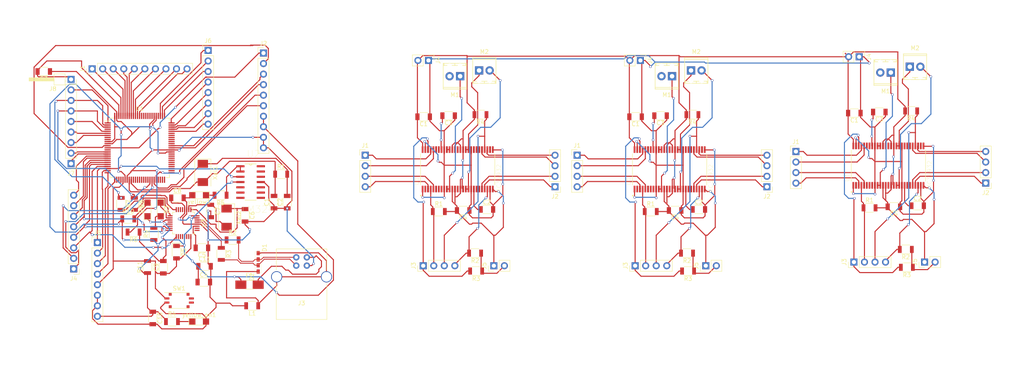
<source format=kicad_pcb>
(kicad_pcb (version 4) (host pcbnew 4.0.6)
  (layers (0 F.Cu signal) (31 B.Cu signal) (34 B.Paste user) (35 F.Paste user) (36 B.SilkS user) (37 F.SilkS user) (38 B.Mask user) (39 F.Mask user) (44 Edge.Cuts user))
  (net 0 "")
  (net 1 /VPWR)
  (net 2 "Net-(C2-Pad1)")
  (net 3 "Net-(C3-Pad2)")
  (net 4 /IN1)
  (net 5 /IN2)
  (net 6 /EN/~D2)
  (net 7 /D1)
  (net 8 /IN3)
  (net 9 /IN4)
  (net 10 /EN/~D4)
  (net 11 /D3)
  (net 12 /~SFA)
  (net 13 /FBA)
  (net 14 /FBB)
  (net 15 /~SFB)
  (net 16 VDD)
  (net 17 /Motor2)
  (net 18 /Motor1)
  (net 19 /Motor4)
  (net 20 /Motor3)
  (net 21 GNDA)
  (net 22 GND)
  (net 23 "Net-(C1-Pad2)")
  (net 24 "Net-(C2-Pad2)")
  (net 25 /AREF)
  (net 26 VCC)
  (net 27 /UCAP)
  (net 28 "Net-(C6-Pad1)")
  (net 29 "Net-(C7-Pad1)")
  (net 30 /AVCC)
  (net 31 /RESET)
  (net 32 "Net-(C9-Pad2)")
  (net 33 /SHIELD)
  (net 34 /D+)
  (net 35 "Net-(D3-Pad2)")
  (net 36 "Net-(D3-Pad1)")
  (net 37 "Net-(D4-Pad2)")
  (net 38 "Net-(D4-Pad1)")
  (net 39 "Net-(F1-Pad2)")
  (net 40 /a7)
  (net 41 /a6)
  (net 42 /a5)
  (net 43 /a4)
  (net 44 /a3)
  (net 45 /a2)
  (net 46 /a1)
  (net 47 /a0)
  (net 48 /a9)
  (net 49 /a8)
  (net 50 /TXD2)
  (net 51 /RXD2)
  (net 52 /TXD1)
  (net 53 /RXD1)
  (net 54 /RXD3)
  (net 55 /TXD3)
  (net 56 /SDA)
  (net 57 /SCL)
  (net 58 /MISO)
  (net 59 /MOSI)
  (net 60 /SCK)
  (net 61 /SS)
  (net 62 /p6)
  (net 63 /p5)
  (net 64 /p1)
  (net 65 /p2)
  (net 66 /p3)
  (net 67 /p4)
  (net 68 /PA0)
  (net 69 /PA1)
  (net 70 /PA2)
  (net 71 /PA3)
  (net 72 /PA4)
  (net 73 /PA5)
  (net 74 /PA6)
  (net 75 /PA7)
  (net 76 /PH4)
  (net 77 /PH3)
  (net 78 /PE5)
  (net 79 /PE4)
  (net 80 /PE3)
  (net 81 /TX0)
  (net 82 /RX0)
  (net 83 /PG5)
  (net 84 /D-)
  (net 85 "Net-(R4-Pad2)")
  (net 86 "Net-(R5-Pad1)")
  (net 87 "Net-(R5-Pad2)")
  (net 88 "Net-(R7-Pad2)")
  (net 89 "Net-(R8-Pad2)")
  (net 90 "Net-(U1-Pad4)")
  (net 91 "Net-(U1-Pad8)")
  (net 92 "Net-(U1-Pad9)")
  (net 93 "Net-(U1-Pad14)")
  (net 94 "Net-(U1-Pad27)")
  (net 95 "Net-(U1-Pad28)")
  (net 96 "Net-(U1-Pad29)")
  (net 97 "Net-(U1-Pad35)")
  (net 98 "Net-(U1-Pad36)")
  (net 99 "Net-(U1-Pad37)")
  (net 100 "Net-(U1-Pad38)")
  (net 101 "Net-(U1-Pad39)")
  (net 102 "Net-(U1-Pad40)")
  (net 103 "Net-(U1-Pad41)")
  (net 104 "Net-(U1-Pad42)")
  (net 105 "Net-(U1-Pad47)")
  (net 106 "Net-(U1-Pad48)")
  (net 107 "Net-(U1-Pad49)")
  (net 108 "Net-(U1-Pad50)")
  (net 109 "Net-(U1-Pad51)")
  (net 110 "Net-(U1-Pad52)")
  (net 111 "Net-(U1-Pad53)")
  (net 112 "Net-(U1-Pad54)")
  (net 113 "Net-(U1-Pad55)")
  (net 114 "Net-(U1-Pad56)")
  (net 115 "Net-(U1-Pad57)")
  (net 116 "Net-(U1-Pad58)")
  (net 117 "Net-(U1-Pad59)")
  (net 118 "Net-(U1-Pad60)")
  (net 119 "Net-(U1-Pad65)")
  (net 120 "Net-(U1-Pad66)")
  (net 121 "Net-(U1-Pad67)")
  (net 122 "Net-(U1-Pad68)")
  (net 123 "Net-(U1-Pad69)")
  (net 124 "Net-(U1-Pad70)")
  (net 125 "Net-(U1-Pad79)")
  (net 126 "Net-(U1-Pad82)")
  (net 127 "Net-(U1-Pad83)")
  (net 128 "Net-(U1-Pad84)")
  (net 129 "Net-(U1-Pad85)")
  (net 130 "Net-(U1-Pad86)")
  (net 131 "Net-(U1-Pad87)")
  (net 132 "Net-(U3-Pad5)")
  (net 133 "Net-(U3-Pad6)")
  (net 134 "Net-(U3-Pad7)")
  (net 135 "Net-(U3-Pad12)")
  (net 136 "Net-(U3-Pad14)")
  (net 137 "Net-(U3-Pad18)")
  (net 138 "Net-(U3-Pad19)")
  (net 139 "Net-(U3-Pad20)")
  (net 140 "Net-(U3-Pad21)")
  (net 141 "Net-(U3-Pad22)")
  (net 142 "Net-(U3-Pad23)")
  (net 143 "Net-(U3-Pad25)")
  (net 144 "Net-(U3-Pad26)")
  (net 145 /RD-)
  (net 146 /RD+)
  (module Housings_QFP:LQFP-32_5x5mm_Pitch0.5mm (layer F.Cu) (at 65.838 108.2 270)
    (fp_text reference U3 (at 0 -4.85 270) (layer F.SilkS))
    (fp_text value ATMEGA16U2-AU)
    (pad 1 smd rect (at -3.25 -1.75 270) (size 1.2 0.28) (layers F.Cu F.Paste F.Mask) (net 28 "Net-(C6-Pad1)"))
    (pad 2 smd rect (at -3.25 -1.25 270) (size 1.2 0.28) (layers F.Cu F.Paste F.Mask) (net 29 "Net-(C7-Pad1)"))
    (pad 3 smd rect (at -3.25 -0.75 270) (size 1.2 0.28) (layers F.Cu F.Paste F.Mask) (net 22 GND))
    (pad 4 smd rect (at -3.25 -0.25 270) (size 1.2 0.28) (layers F.Cu F.Paste F.Mask) (net 30 /AVCC))
    (pad 5 smd rect (at -3.25 0.25 270) (size 1.2 0.28) (layers F.Cu F.Paste F.Mask) (net 132 "Net-(U3-Pad5)"))
    (pad 6 smd rect (at -3.25 0.75 270) (size 1.2 0.28) (layers F.Cu F.Paste F.Mask) (net 133 "Net-(U3-Pad6)"))
    (pad 7 smd rect (at -3.25 1.25 270) (size 1.2 0.28) (layers F.Cu F.Paste F.Mask) (net 134 "Net-(U3-Pad7)"))
    (pad 8 smd rect (at -3.25 1.75 270) (size 1.2 0.28) (layers F.Cu F.Paste F.Mask) (net 88 "Net-(R7-Pad2)"))
    (pad 9 smd rect (at -1.75 3.25) (size 1.2 0.28) (layers F.Cu F.Paste F.Mask) (net 89 "Net-(R8-Pad2)"))
    (pad 10 smd rect (at -1.25 3.25) (size 1.2 0.28) (layers F.Cu F.Paste F.Mask) (net 36 "Net-(D3-Pad1)"))
    (pad 11 smd rect (at -0.75 3.25) (size 1.2 0.28) (layers F.Cu F.Paste F.Mask) (net 38 "Net-(D4-Pad1)"))
    (pad 12 smd rect (at -0.25 3.25) (size 1.2 0.28) (layers F.Cu F.Paste F.Mask) (net 135 "Net-(U3-Pad12)"))
    (pad 13 smd rect (at 0.25 3.25) (size 1.2 0.28) (layers F.Cu F.Paste F.Mask) (net 32 "Net-(C9-Pad2)"))
    (pad 14 smd rect (at 0.75 3.25) (size 1.2 0.28) (layers F.Cu F.Paste F.Mask) (net 136 "Net-(U3-Pad14)"))
    (pad 15 smd rect (at 1.25 3.25) (size 1.2 0.28) (layers F.Cu F.Paste F.Mask) (net 60 /SCK))
    (pad 16 smd rect (at 1.75 3.25) (size 1.2 0.28) (layers F.Cu F.Paste F.Mask) (net 59 /MOSI))
    (pad 17 smd rect (at 3.25 1.75 270) (size 1.2 0.28) (layers F.Cu F.Paste F.Mask) (net 58 /MISO))
    (pad 18 smd rect (at 3.25 1.25 270) (size 1.2 0.28) (layers F.Cu F.Paste F.Mask) (net 137 "Net-(U3-Pad18)"))
    (pad 19 smd rect (at 3.25 0.75 270) (size 1.2 0.28) (layers F.Cu F.Paste F.Mask) (net 138 "Net-(U3-Pad19)"))
    (pad 20 smd rect (at 3.25 0.25 270) (size 1.2 0.28) (layers F.Cu F.Paste F.Mask) (net 139 "Net-(U3-Pad20)"))
    (pad 21 smd rect (at 3.25 -0.25 270) (size 1.2 0.28) (layers F.Cu F.Paste F.Mask) (net 140 "Net-(U3-Pad21)"))
    (pad 22 smd rect (at 3.25 -0.75 270) (size 1.2 0.28) (layers F.Cu F.Paste F.Mask) (net 141 "Net-(U3-Pad22)"))
    (pad 23 smd rect (at 3.25 -1.25 270) (size 1.2 0.28) (layers F.Cu F.Paste F.Mask) (net 142 "Net-(U3-Pad23)"))
    (pad 24 smd rect (at 3.25 -1.75 270) (size 1.2 0.28) (layers F.Cu F.Paste F.Mask) (net 31 /RESET))
    (pad 25 smd rect (at 1.75 -3.25) (size 1.2 0.28) (layers F.Cu F.Paste F.Mask) (net 143 "Net-(U3-Pad25)"))
    (pad 26 smd rect (at 1.25 -3.25) (size 1.2 0.28) (layers F.Cu F.Paste F.Mask) (net 144 "Net-(U3-Pad26)"))
    (pad 27 smd rect (at 0.75 -3.25) (size 1.2 0.28) (layers F.Cu F.Paste F.Mask) (net 27 /UCAP))
    (pad 28 smd rect (at 0.25 -3.25) (size 1.2 0.28) (layers F.Cu F.Paste F.Mask) (net 22 GND))
    (pad 29 smd rect (at -0.25 -3.25) (size 1.2 0.28) (layers F.Cu F.Paste F.Mask) (net 34 /D+))
    (pad 30 smd rect (at -0.75 -3.25) (size 1.2 0.28) (layers F.Cu F.Paste F.Mask) (net 84 /D-))
    (pad 31 smd rect (at -1.25 -3.25) (size 1.2 0.28) (layers F.Cu F.Paste F.Mask) (net 26 VCC))
    (pad 32 smd rect (at -1.75 -3.25) (size 1.2 0.28) (layers F.Cu F.Paste F.Mask) (net 30 /AVCC))
  )
  (module AUV:CG0603 (layer F.Cu) (at 83.82 118.368 270)
    (fp_text reference D2 (at 2.794 1.524 270) (layer F.SilkS))
    (fp_text value D_TVS)
    (pad 1 smd rect (at 0 0 270) (size 1.02 0.76) (layers F.Cu F.Paste F.Mask) (net 146 /RD+))
    (pad 2 smd rect (at 1.52 0 270) (size 1.02 0.76) (layers F.Cu F.Paste F.Mask) (net 33 /SHIELD))
  )
  (module Capacitors_SMD:C_1206 (layer F.Cu) (at 72.39 105.283 270)
    (fp_text reference C7 (at 0 -1.75 270) (layer F.SilkS))
    (fp_text value 22pF)
    (pad 1 smd rect (at -1.5 0 270) (size 1 1.6) (layers F.Cu F.Paste F.Mask) (net 29 "Net-(C7-Pad1)"))
    (pad 2 smd rect (at 1.5 0 270) (size 1 1.6) (layers F.Cu F.Paste F.Mask) (net 22 GND))
  )
  (module Connectors:USB_B (layer F.Cu) (at 95.535 116.458 270)
    (fp_text reference J3 (at 11.05 1.27 360) (layer F.SilkS))
    (fp_text value USB_B)
    (pad 2 thru_hole circle (at 0 2.54 180) (size 1.52 1.52) (drill 0.81) (layers *.Cu *.Mask) (net 145 /RD-))
    (pad 1 thru_hole circle (at 0 0 180) (size 1.52 1.52) (drill 0.81) (layers *.Cu *.Mask) (net 39 "Net-(F1-Pad2)"))
    (pad 4 thru_hole circle (at 2 0 180) (size 1.52 1.52) (drill 0.81) (layers *.Cu *.Mask) (net 22 GND))
    (pad 3 thru_hole circle (at 2 2.54 180) (size 1.52 1.52) (drill 0.81) (layers *.Cu *.Mask) (net 146 /RD+))
    (pad 5 thru_hole circle (at 4.7 7.27 180) (size 2.7 2.7) (drill 2.3) (layers *.Cu *.Mask) (net 33 /SHIELD))
    (pad 5 thru_hole circle (at 4.7 -4.73 180) (size 2.7 2.7) (drill 2.3) (layers *.Cu *.Mask) (net 33 /SHIELD))
  )
  (module Resistors_SMD:R_1206 (layer F.Cu) (at 52.525 107.188)
    (fp_text reference R10 (at 0 -1.85) (layer F.SilkS))
    (fp_text value 1k)
    (pad 1 smd rect (at -1.45 0) (size 0.9 1.7) (layers F.Cu F.Paste F.Mask) (net 26 VCC))
    (pad 2 smd rect (at 1.45 0) (size 0.9 1.7) (layers F.Cu F.Paste F.Mask) (net 37 "Net-(D4-Pad2)"))
  )
  (module Resistors_SMD:R_1206 (layer F.Cu) (at 53.975 103.558 270)
    (fp_text reference R8 (at 0 -1.85 270) (layer F.SilkS))
    (fp_text value 1k)
    (pad 1 smd rect (at -1.45 0 270) (size 0.9 1.7) (layers F.Cu F.Paste F.Mask) (net 81 /TX0))
    (pad 2 smd rect (at 1.45 0 270) (size 0.9 1.7) (layers F.Cu F.Paste F.Mask) (net 89 "Net-(R8-Pad2)"))
  )
  (module Resistors_SMD:R_1206 (layer F.Cu) (at 53.795 110.363 180)
    (fp_text reference R6 (at 0 -1.85 180) (layer F.SilkS))
    (fp_text value 1k)
    (pad 1 smd rect (at -1.45 0 180) (size 0.9 1.7) (layers F.Cu F.Paste F.Mask) (net 32 "Net-(C9-Pad2)"))
    (pad 2 smd rect (at 1.45 0 180) (size 0.9 1.7) (layers F.Cu F.Paste F.Mask) (net 22 GND))
  )
  (module LM324AMX_NOPB:SOIC127P600X175-14N (layer F.Cu) (at 81.9912 98.298)
    (fp_text reference U2 (at 0.712835 -6.77206) (layer F.SilkS) (effects (font (size 1.6438 1.6438) (thickness 0.05))))
    (fp_text value LM324 (at 1.75462 6.5862) (layer F.SilkS) (effects (font (size 1.6419 1.6419) (thickness 0.05))))
    (pad 1 smd rect (at -2.4638 -3.81) (size 1.9812 0.508) (layers F.Cu F.Paste F.Mask) (net 86 "Net-(R5-Pad1)"))
    (pad 2 smd rect (at -2.4638 -2.54) (size 1.9812 0.508) (layers F.Cu F.Paste F.Mask) (net 86 "Net-(R5-Pad1)"))
    (pad 3 smd rect (at -2.4638 -1.27) (size 1.9812 0.508) (layers F.Cu F.Paste F.Mask) (net 64 /p1))
    (pad 4 smd rect (at -2.4638 0) (size 1.9812 0.508) (layers F.Cu F.Paste F.Mask) (net 26 VCC))
    (pad 5 smd rect (at -2.4638 1.27) (size 1.9812 0.508) (layers F.Cu F.Paste F.Mask))
    (pad 6 smd rect (at -2.4638 2.54) (size 1.9812 0.508) (layers F.Cu F.Paste F.Mask))
    (pad 7 smd rect (at -2.4638 3.81) (size 1.9812 0.508) (layers F.Cu F.Paste F.Mask))
    (pad 8 smd rect (at 2.4638 3.81) (size 1.9812 0.508) (layers F.Cu F.Paste F.Mask))
    (pad 9 smd rect (at 2.4638 2.54) (size 1.9812 0.508) (layers F.Cu F.Paste F.Mask))
    (pad 10 smd rect (at 2.4638 1.27) (size 1.9812 0.508) (layers F.Cu F.Paste F.Mask))
    (pad 11 smd rect (at 2.4638 0) (size 1.9812 0.508) (layers F.Cu F.Paste F.Mask) (net 22 GND))
    (pad 12 smd rect (at 2.4638 -1.27) (size 1.9812 0.508) (layers F.Cu F.Paste F.Mask))
    (pad 13 smd rect (at 2.4638 -2.54) (size 1.9812 0.508) (layers F.Cu F.Paste F.Mask))
    (pad 14 smd rect (at 2.4638 -3.81) (size 1.9812 0.508) (layers F.Cu F.Paste F.Mask))
  )
  (module Capacitors_SMD:C_1206 (layer F.Cu) (at 87.63 103.148 90)
    (fp_text reference C1 (at 0 -1.75 90) (layer F.SilkS))
    (fp_text value 22pF)
    (pad 1 smd rect (at -1.5 0 90) (size 1 1.6) (layers F.Cu F.Paste F.Mask) (net 22 GND))
    (pad 2 smd rect (at 1.5 0 90) (size 1 1.6) (layers F.Cu F.Paste F.Mask) (net 23 "Net-(C1-Pad2)"))
  )
  (module Capacitors_SMD:C_1206 (layer F.Cu) (at 90.805 103.148 90)
    (fp_text reference C2 (at 0 -1.75 90) (layer F.SilkS))
    (fp_text value 22pF)
    (pad 1 smd rect (at -1.5 0 90) (size 1 1.6) (layers F.Cu F.Paste F.Mask) (net 22 GND))
    (pad 2 smd rect (at 1.5 0 90) (size 1 1.6) (layers F.Cu F.Paste F.Mask) (net 24 "Net-(C2-Pad2)"))
  )
  (module Capacitors_SMD:C_1206 (layer F.Cu) (at 32.155 71.628 180)
    (fp_text reference C3 (at 0 -1.75 180) (layer F.SilkS))
    (fp_text value 100nF)
    (pad 1 smd rect (at -1.5 0 180) (size 1 1.6) (layers F.Cu F.Paste F.Mask) (net 22 GND))
    (pad 2 smd rect (at 1.5 0 180) (size 1 1.6) (layers F.Cu F.Paste F.Mask) (net 25 /AREF))
  )
  (module Capacitors_SMD:C_1206 (layer F.Cu) (at 70.715 122.428)
    (fp_text reference C4 (at 0 -1.75) (layer F.SilkS))
    (fp_text value 100nF)
    (pad 1 smd rect (at -1.5 0) (size 1 1.6) (layers F.Cu F.Paste F.Mask) (net 26 VCC))
    (pad 2 smd rect (at 1.5 0) (size 1 1.6) (layers F.Cu F.Paste F.Mask) (net 22 GND))
  )
  (module Capacitors_SMD:C_1206 (layer F.Cu) (at 70.255 114.173 180)
    (fp_text reference C5 (at 0 -1.75 180) (layer F.SilkS))
    (fp_text value 100nF)
    (pad 1 smd rect (at -1.5 0 180) (size 1 1.6) (layers F.Cu F.Paste F.Mask) (net 22 GND))
    (pad 2 smd rect (at 1.5 0 180) (size 1 1.6) (layers F.Cu F.Paste F.Mask) (net 27 /UCAP))
  )
  (module Capacitors_SMD:C_1206 (layer F.Cu) (at 80.645 106.323 270)
    (fp_text reference C6 (at 0 -1.75 270) (layer F.SilkS))
    (fp_text value 22pF)
    (pad 1 smd rect (at -1.5 0 270) (size 1 1.6) (layers F.Cu F.Paste F.Mask) (net 28 "Net-(C6-Pad1)"))
    (pad 2 smd rect (at 1.5 0 270) (size 1 1.6) (layers F.Cu F.Paste F.Mask) (net 22 GND))
  )
  (module Capacitors_SMD:C_1206 (layer F.Cu) (at 64.365 102.108)
    (fp_text reference C8 (at 0 -1.75) (layer F.SilkS))
    (fp_text value 100nF)
    (pad 1 smd rect (at -1.5 0) (size 1 1.6) (layers F.Cu F.Paste F.Mask) (net 30 /AVCC))
    (pad 2 smd rect (at 1.5 0) (size 1 1.6) (layers F.Cu F.Paste F.Mask) (net 22 GND))
  )
  (module Capacitors_SMD:C_1206 (layer F.Cu) (at 60.96 118.848 90)
    (fp_text reference C9 (at 0 -1.75 90) (layer F.SilkS))
    (fp_text value 100nF)
    (pad 1 smd rect (at -1.5 0 90) (size 1 1.6) (layers F.Cu F.Paste F.Mask) (net 31 /RESET))
    (pad 2 smd rect (at 1.5 0 90) (size 1 1.6) (layers F.Cu F.Paste F.Mask) (net 32 "Net-(C9-Pad2)"))
  )
  (module Capacitors_SMD:C_1206 (layer F.Cu) (at 58.42 131.088 270)
    (fp_text reference C10 (at 0 -1.75 270) (layer F.SilkS))
    (fp_text value 100nF)
    (pad 1 smd rect (at -1.5 0 270) (size 1 1.6) (layers F.Cu F.Paste F.Mask) (net 26 VCC))
    (pad 2 smd rect (at 1.5 0 270) (size 1 1.6) (layers F.Cu F.Paste F.Mask) (net 22 GND))
  )
  (module Capacitors_SMD:C_1206 (layer F.Cu) (at 70.89 118.618)
    (fp_text reference C11 (at 0 -1.75) (layer F.SilkS))
    (fp_text value 100nF)
    (pad 1 smd rect (at -1.5 0) (size 1 1.6) (layers F.Cu F.Paste F.Mask) (net 26 VCC))
    (pad 2 smd rect (at 1.5 0) (size 1 1.6) (layers F.Cu F.Paste F.Mask) (net 22 GND))
  )
  (module AUV:CG0603 (layer F.Cu) (at 83.82 116.963 90)
    (fp_text reference D1 (at 2.794 1.524 90) (layer F.SilkS))
    (fp_text value D_TVS)
    (pad 1 smd rect (at 0 0 90) (size 1.02 0.76) (layers F.Cu F.Paste F.Mask) (net 145 /RD-))
    (pad 2 smd rect (at 1.52 0 90) (size 1.02 0.76) (layers F.Cu F.Paste F.Mask) (net 33 /SHIELD))
  )
  (module LEDs:LED_1206 (layer F.Cu) (at 60.325 104.903 270)
    (fp_text reference D3 (at 0 -1.6 270) (layer F.SilkS))
    (fp_text value LED)
    (pad 2 smd rect (at 1.65 0 90) (size 1.5 1.5) (layers F.Cu F.Paste F.Mask) (net 35 "Net-(D3-Pad2)"))
    (pad 1 smd rect (at -1.65 0 90) (size 1.5 1.5) (layers F.Cu F.Paste F.Mask) (net 36 "Net-(D3-Pad1)"))
  )
  (module LEDs:LED_1206 (layer F.Cu) (at 57.15 104.903 90)
    (fp_text reference D4 (at 0 -1.6 90) (layer F.SilkS))
    (fp_text value LED)
    (pad 2 smd rect (at 1.65 0 270) (size 1.5 1.5) (layers F.Cu F.Paste F.Mask) (net 37 "Net-(D4-Pad2)"))
    (pad 1 smd rect (at -1.65 0 270) (size 1.5 1.5) (layers F.Cu F.Paste F.Mask) (net 38 "Net-(D4-Pad1)"))
  )
  (module Diodes_SMD:D_1206 (layer F.Cu) (at 64.135 115.213 270)
    (fp_text reference D5 (at 0 -1.8 270) (layer F.SilkS))
    (fp_text value D)
    (pad 1 smd rect (at -1.5 0 270) (size 1 1.6) (layers F.Cu F.Paste F.Mask) (net 26 VCC))
    (pad 2 smd rect (at 1.5 0 270) (size 1 1.6) (layers F.Cu F.Paste F.Mask) (net 31 /RESET))
  )
  (module Fuse_Holders_and_Fuses:Fuse_SMD1206_HandSoldering (layer F.Cu) (at 81.73 123.063)
    (fp_text reference F1 (at -0.05 -2.2) (layer F.SilkS))
    (fp_text value Fuse)
    (pad 1 smd rect (at -2.09 0 90) (size 2.03 2.65) (layers F.Cu F.Paste F.Mask) (net 26 VCC))
    (pad 2 smd rect (at 2.09 0 90) (size 2.03 2.65) (layers F.Cu F.Paste F.Mask) (net 39 "Net-(F1-Pad2)"))
  )
  (module Resistors_SMD:R_1206 (layer F.Cu) (at 82.37 128.143 180)
    (fp_text reference L1 (at 0 -1.85 180) (layer F.SilkS))
    (fp_text value Ferrite_Bead)
    (pad 1 smd rect (at -1.45 0 180) (size 0.9 1.7) (layers F.Cu F.Paste F.Mask) (net 33 /SHIELD))
    (pad 2 smd rect (at 1.45 0 180) (size 0.9 1.7) (layers F.Cu F.Paste F.Mask) (net 22 GND))
  )
  (module Resistors_SMD:R_1206 (layer F.Cu) (at 89.355 96.393)
    (fp_text reference R1 (at 0 -1.85) (layer F.SilkS))
    (fp_text value 1M)
    (pad 1 smd rect (at -1.45 0) (size 0.9 1.7) (layers F.Cu F.Paste F.Mask) (net 23 "Net-(C1-Pad2)"))
    (pad 2 smd rect (at 1.45 0) (size 0.9 1.7) (layers F.Cu F.Paste F.Mask) (net 24 "Net-(C2-Pad2)"))
  )
  (module Resistors_SMD:R_1206 (layer F.Cu) (at 77.65 112.268)
    (fp_text reference R2 (at 0 -1.85) (layer F.SilkS))
    (fp_text value 22R)
    (pad 1 smd rect (at -1.45 0) (size 0.9 1.7) (layers F.Cu F.Paste F.Mask) (net 84 /D-))
    (pad 2 smd rect (at 1.45 0) (size 0.9 1.7) (layers F.Cu F.Paste F.Mask) (net 145 /RD-))
  )
  (module Resistors_SMD:R_1206 (layer F.Cu) (at 74.93 115.623 270)
    (fp_text reference R3 (at 0 -1.85 270) (layer F.SilkS))
    (fp_text value 22R)
    (pad 1 smd rect (at -1.45 0 270) (size 0.9 1.7) (layers F.Cu F.Paste F.Mask) (net 34 /D+))
    (pad 2 smd rect (at 1.45 0 270) (size 0.9 1.7) (layers F.Cu F.Paste F.Mask) (net 146 /RD+))
  )
  (module Resistors_SMD:R_1206 (layer F.Cu) (at 63.045 131.953)
    (fp_text reference R4 (at 0 -1.85) (layer F.SilkS))
    (fp_text value 1k)
    (pad 1 smd rect (at -1.45 0) (size 0.9 1.7) (layers F.Cu F.Paste F.Mask) (net 26 VCC))
    (pad 2 smd rect (at 1.45 0) (size 0.9 1.7) (layers F.Cu F.Paste F.Mask) (net 85 "Net-(R4-Pad2)"))
  )
  (module Resistors_SMD:R_1206 (layer F.Cu) (at 74.75 101.473 180)
    (fp_text reference R5 (at 0 -1.85 180) (layer F.SilkS))
    (fp_text value 1k)
    (pad 1 smd rect (at -1.45 0 180) (size 0.9 1.7) (layers F.Cu F.Paste F.Mask) (net 86 "Net-(R5-Pad1)"))
    (pad 2 smd rect (at 1.45 0 180) (size 0.9 1.7) (layers F.Cu F.Paste F.Mask) (net 87 "Net-(R5-Pad2)"))
  )
  (module Resistors_SMD:R_1206 (layer F.Cu) (at 50.8 103.558 270)
    (fp_text reference R7 (at 0 -1.85 270) (layer F.SilkS))
    (fp_text value 1k)
    (pad 1 smd rect (at -1.45 0 270) (size 0.9 1.7) (layers F.Cu F.Paste F.Mask) (net 82 /RX0))
    (pad 2 smd rect (at 1.45 0 270) (size 0.9 1.7) (layers F.Cu F.Paste F.Mask) (net 88 "Net-(R7-Pad2)"))
  )
  (module Resistors_SMD:R_1206 (layer F.Cu) (at 58.674 110.818 90)
    (fp_text reference R9 (at 0 -1.85 90) (layer F.SilkS))
    (fp_text value 1k)
    (pad 1 smd rect (at -1.45 0 90) (size 0.9 1.7) (layers F.Cu F.Paste F.Mask) (net 26 VCC))
    (pad 2 smd rect (at 1.45 0 90) (size 0.9 1.7) (layers F.Cu F.Paste F.Mask) (net 35 "Net-(D3-Pad2)"))
  )
  (module Resistors_SMD:R_1206 (layer F.Cu) (at 57.15 118.798 90)
    (fp_text reference R11 (at 0 -1.85 90) (layer F.SilkS))
    (fp_text value 10k)
    (pad 1 smd rect (at -1.45 0 90) (size 0.9 1.7) (layers F.Cu F.Paste F.Mask) (net 26 VCC))
    (pad 2 smd rect (at 1.45 0 90) (size 0.9 1.7) (layers F.Cu F.Paste F.Mask) (net 31 /RESET))
  )
  (module Buttons_Switches_SMD:SW_DIP_x2_W5.9mm_Slide_Copal_CVS (layer F.Cu) (at 64.77 126.873)
    (fp_text reference SW1 (at 0 -2.91) (layer F.SilkS))
    (fp_text value SW_Push)
    (pad 1 smd rect (at -2.95 -0.5) (size 1.2 0.5) (layers F.Cu F.Paste F.Mask) (net 31 /RESET))
    (pad 3 smd rect (at 2.95 0.5) (size 1.2 0.5) (layers F.Cu F.Paste F.Mask))
    (pad 2 smd rect (at -2.95 0.5) (size 1.2 0.5) (layers F.Cu F.Paste F.Mask) (net 22 GND))
    (pad 4 smd rect (at 2.95 -0.5) (size 1.2 0.5) (layers F.Cu F.Paste F.Mask))
    (pad 5 smd rect (at -2.15 -1.5) (size 0.7 0.7) (layers F.Cu F.Paste F.Mask))
    (pad 5 smd rect (at 2.15 -1.5) (size 0.7 0.7) (layers F.Cu F.Paste F.Mask))
    (pad 5 smd rect (at -2.15 1.5) (size 0.7 0.7) (layers F.Cu F.Paste F.Mask))
    (pad 5 smd rect (at 2.15 1.5) (size 0.7 0.7) (layers F.Cu F.Paste F.Mask))
  )
  (module Crystals:Crystal_SMD_0603-2pin_6.0x3.5mm (layer F.Cu) (at 70.485 96.098 270)
    (fp_text reference Xal1 (at 0 -2.95 270) (layer F.SilkS))
    (fp_text value 16MHz)
    (pad 1 smd rect (at -2.2 0 270) (size 1.9 2.5) (layers F.Cu F.Paste F.Mask) (net 24 "Net-(C2-Pad2)"))
    (pad 2 smd rect (at 2.2 0 270) (size 1.9 2.5) (layers F.Cu F.Paste F.Mask) (net 23 "Net-(C1-Pad2)"))
  )
  (module Crystals:Crystal_SMD_0603-2pin_6.0x3.5mm (layer F.Cu) (at 76.2 106.893 270)
    (fp_text reference Xal2 (at 0 -2.95 270) (layer F.SilkS))
    (fp_text value 16MHz)
    (pad 1 smd rect (at -2.2 0 270) (size 1.9 2.5) (layers F.Cu F.Paste F.Mask) (net 28 "Net-(C6-Pad1)"))
    (pad 2 smd rect (at 2.2 0 270) (size 1.9 2.5) (layers F.Cu F.Paste F.Mask) (net 29 "Net-(C7-Pad1)"))
  )
  (module LEDs:LED_1206 (layer F.Cu) (at 69.595 101.473 180)
    (fp_text reference yellow1 (at 0 -1.6 180) (layer F.SilkS))
    (fp_text value LED)
    (pad 2 smd rect (at 1.65 0) (size 1.5 1.5) (layers F.Cu F.Paste F.Mask) (net 22 GND))
    (pad 1 smd rect (at -1.65 0) (size 1.5 1.5) (layers F.Cu F.Paste F.Mask) (net 87 "Net-(R5-Pad2)"))
  )
  (module LEDs:LED_1206 (layer F.Cu) (at 69.595 131.953)
    (fp_text reference yellow_on1 (at 0 -1.6) (layer F.SilkS))
    (fp_text value LED)
    (pad 2 smd rect (at 1.65 0 180) (size 1.5 1.5) (layers F.Cu F.Paste F.Mask) (net 22 GND))
    (pad 1 smd rect (at -1.65 0 180) (size 1.5 1.5) (layers F.Cu F.Paste F.Mask) (net 85 "Net-(R4-Pad2)"))
  )
  (module Pin_Headers:Pin_Header_Angled_1x01_Pitch2.54mm (layer F.Cu) (at 38.735 73.533 180)
    (fp_text reference J8 (at 4.385 -2.27 180) (layer F.SilkS))
    (fp_text value CONN_01X01)
    (pad 1 thru_hole rect (at 0 0 180) (size 1.7 1.7) (drill 1) (layers *.Cu *.Mask) (net 25 /AREF))
  )
  (module Housings_QFP:TQFP-100_14x14mm_Pitch0.5mm (layer F.Cu) (at 55.245 90.043)
    (fp_text reference U1 (at 0 -9.45) (layer F.SilkS))
    (fp_text value ATMEGA2560-8AU)
    (pad 1 smd rect (at -7.7 -6) (size 1.5 0.3) (layers F.Cu F.Paste F.Mask) (net 83 /PG5))
    (pad 2 smd rect (at -7.7 -5.5) (size 1.5 0.3) (layers F.Cu F.Paste F.Mask) (net 82 /RX0))
    (pad 3 smd rect (at -7.7 -5) (size 1.5 0.3) (layers F.Cu F.Paste F.Mask) (net 81 /TX0))
    (pad 4 smd rect (at -7.7 -4.5) (size 1.5 0.3) (layers F.Cu F.Paste F.Mask) (net 90 "Net-(U1-Pad4)"))
    (pad 5 smd rect (at -7.7 -4) (size 1.5 0.3) (layers F.Cu F.Paste F.Mask) (net 80 /PE3))
    (pad 6 smd rect (at -7.7 -3.5) (size 1.5 0.3) (layers F.Cu F.Paste F.Mask) (net 79 /PE4))
    (pad 7 smd rect (at -7.7 -3) (size 1.5 0.3) (layers F.Cu F.Paste F.Mask) (net 78 /PE5))
    (pad 8 smd rect (at -7.7 -2.5) (size 1.5 0.3) (layers F.Cu F.Paste F.Mask) (net 91 "Net-(U1-Pad8)"))
    (pad 9 smd rect (at -7.7 -2) (size 1.5 0.3) (layers F.Cu F.Paste F.Mask) (net 92 "Net-(U1-Pad9)"))
    (pad 10 smd rect (at -7.7 -1.5) (size 1.5 0.3) (layers F.Cu F.Paste F.Mask) (net 26 VCC))
    (pad 11 smd rect (at -7.7 -1) (size 1.5 0.3) (layers F.Cu F.Paste F.Mask) (net 22 GND))
    (pad 12 smd rect (at -7.7 -0.5) (size 1.5 0.3) (layers F.Cu F.Paste F.Mask) (net 51 /RXD2))
    (pad 13 smd rect (at -7.7 0) (size 1.5 0.3) (layers F.Cu F.Paste F.Mask) (net 50 /TXD2))
    (pad 14 smd rect (at -7.7 0.5) (size 1.5 0.3) (layers F.Cu F.Paste F.Mask) (net 93 "Net-(U1-Pad14)"))
    (pad 15 smd rect (at -7.7 1) (size 1.5 0.3) (layers F.Cu F.Paste F.Mask) (net 77 /PH3))
    (pad 16 smd rect (at -7.7 1.5) (size 1.5 0.3) (layers F.Cu F.Paste F.Mask) (net 76 /PH4))
    (pad 17 smd rect (at -7.7 2) (size 1.5 0.3) (layers F.Cu F.Paste F.Mask) (net 63 /p5))
    (pad 18 smd rect (at -7.7 2.5) (size 1.5 0.3) (layers F.Cu F.Paste F.Mask) (net 62 /p6))
    (pad 19 smd rect (at -7.7 3) (size 1.5 0.3) (layers F.Cu F.Paste F.Mask) (net 61 /SS))
    (pad 20 smd rect (at -7.7 3.5) (size 1.5 0.3) (layers F.Cu F.Paste F.Mask) (net 60 /SCK))
    (pad 21 smd rect (at -7.7 4) (size 1.5 0.3) (layers F.Cu F.Paste F.Mask) (net 59 /MOSI))
    (pad 22 smd rect (at -7.7 4.5) (size 1.5 0.3) (layers F.Cu F.Paste F.Mask) (net 58 /MISO))
    (pad 23 smd rect (at -7.7 5) (size 1.5 0.3) (layers F.Cu F.Paste F.Mask) (net 64 /p1))
    (pad 24 smd rect (at -7.7 5.5) (size 1.5 0.3) (layers F.Cu F.Paste F.Mask) (net 65 /p2))
    (pad 25 smd rect (at -7.7 6) (size 1.5 0.3) (layers F.Cu F.Paste F.Mask) (net 66 /p3))
    (pad 26 smd rect (at -6 7.7 90) (size 1.5 0.3) (layers F.Cu F.Paste F.Mask) (net 67 /p4))
    (pad 27 smd rect (at -5.5 7.7 90) (size 1.5 0.3) (layers F.Cu F.Paste F.Mask) (net 94 "Net-(U1-Pad27)"))
    (pad 28 smd rect (at -5 7.7 90) (size 1.5 0.3) (layers F.Cu F.Paste F.Mask) (net 95 "Net-(U1-Pad28)"))
    (pad 29 smd rect (at -4.5 7.7 90) (size 1.5 0.3) (layers F.Cu F.Paste F.Mask) (net 96 "Net-(U1-Pad29)"))
    (pad 30 smd rect (at -4 7.7 90) (size 1.5 0.3) (layers F.Cu F.Paste F.Mask) (net 31 /RESET))
    (pad 31 smd rect (at -3.5 7.7 90) (size 1.5 0.3) (layers F.Cu F.Paste F.Mask) (net 26 VCC))
    (pad 32 smd rect (at -3 7.7 90) (size 1.5 0.3) (layers F.Cu F.Paste F.Mask) (net 22 GND))
    (pad 33 smd rect (at -2.5 7.7 90) (size 1.5 0.3) (layers F.Cu F.Paste F.Mask) (net 23 "Net-(C1-Pad2)"))
    (pad 34 smd rect (at -2 7.7 90) (size 1.5 0.3) (layers F.Cu F.Paste F.Mask) (net 24 "Net-(C2-Pad2)"))
    (pad 35 smd rect (at -1.5 7.7 90) (size 1.5 0.3) (layers F.Cu F.Paste F.Mask) (net 97 "Net-(U1-Pad35)"))
    (pad 36 smd rect (at -1 7.7 90) (size 1.5 0.3) (layers F.Cu F.Paste F.Mask) (net 98 "Net-(U1-Pad36)"))
    (pad 37 smd rect (at -0.5 7.7 90) (size 1.5 0.3) (layers F.Cu F.Paste F.Mask) (net 99 "Net-(U1-Pad37)"))
    (pad 38 smd rect (at 0 7.7 90) (size 1.5 0.3) (layers F.Cu F.Paste F.Mask) (net 100 "Net-(U1-Pad38)"))
    (pad 39 smd rect (at 0.5 7.7 90) (size 1.5 0.3) (layers F.Cu F.Paste F.Mask) (net 101 "Net-(U1-Pad39)"))
    (pad 40 smd rect (at 1 7.7 90) (size 1.5 0.3) (layers F.Cu F.Paste F.Mask) (net 102 "Net-(U1-Pad40)"))
    (pad 41 smd rect (at 1.5 7.7 90) (size 1.5 0.3) (layers F.Cu F.Paste F.Mask) (net 103 "Net-(U1-Pad41)"))
    (pad 42 smd rect (at 2 7.7 90) (size 1.5 0.3) (layers F.Cu F.Paste F.Mask) (net 104 "Net-(U1-Pad42)"))
    (pad 43 smd rect (at 2.5 7.7 90) (size 1.5 0.3) (layers F.Cu F.Paste F.Mask) (net 57 /SCL))
    (pad 44 smd rect (at 3 7.7 90) (size 1.5 0.3) (layers F.Cu F.Paste F.Mask) (net 56 /SDA))
    (pad 45 smd rect (at 3.5 7.7 90) (size 1.5 0.3) (layers F.Cu F.Paste F.Mask) (net 52 /TXD1))
    (pad 46 smd rect (at 4 7.7 90) (size 1.5 0.3) (layers F.Cu F.Paste F.Mask) (net 53 /RXD1))
    (pad 47 smd rect (at 4.5 7.7 90) (size 1.5 0.3) (layers F.Cu F.Paste F.Mask) (net 105 "Net-(U1-Pad47)"))
    (pad 48 smd rect (at 5 7.7 90) (size 1.5 0.3) (layers F.Cu F.Paste F.Mask) (net 106 "Net-(U1-Pad48)"))
    (pad 49 smd rect (at 5.5 7.7 90) (size 1.5 0.3) (layers F.Cu F.Paste F.Mask) (net 107 "Net-(U1-Pad49)"))
    (pad 50 smd rect (at 6 7.7 90) (size 1.5 0.3) (layers F.Cu F.Paste F.Mask) (net 108 "Net-(U1-Pad50)"))
    (pad 51 smd rect (at 7.7 6) (size 1.5 0.3) (layers F.Cu F.Paste F.Mask) (net 109 "Net-(U1-Pad51)"))
    (pad 52 smd rect (at 7.7 5.5) (size 1.5 0.3) (layers F.Cu F.Paste F.Mask) (net 110 "Net-(U1-Pad52)"))
    (pad 53 smd rect (at 7.7 5) (size 1.5 0.3) (layers F.Cu F.Paste F.Mask) (net 111 "Net-(U1-Pad53)"))
    (pad 54 smd rect (at 7.7 4.5) (size 1.5 0.3) (layers F.Cu F.Paste F.Mask) (net 112 "Net-(U1-Pad54)"))
    (pad 55 smd rect (at 7.7 4) (size 1.5 0.3) (layers F.Cu F.Paste F.Mask) (net 113 "Net-(U1-Pad55)"))
    (pad 56 smd rect (at 7.7 3.5) (size 1.5 0.3) (layers F.Cu F.Paste F.Mask) (net 114 "Net-(U1-Pad56)"))
    (pad 57 smd rect (at 7.7 3) (size 1.5 0.3) (layers F.Cu F.Paste F.Mask) (net 115 "Net-(U1-Pad57)"))
    (pad 58 smd rect (at 7.7 2.5) (size 1.5 0.3) (layers F.Cu F.Paste F.Mask) (net 116 "Net-(U1-Pad58)"))
    (pad 59 smd rect (at 7.7 2) (size 1.5 0.3) (layers F.Cu F.Paste F.Mask) (net 117 "Net-(U1-Pad59)"))
    (pad 60 smd rect (at 7.7 1.5) (size 1.5 0.3) (layers F.Cu F.Paste F.Mask) (net 118 "Net-(U1-Pad60)"))
    (pad 61 smd rect (at 7.7 1) (size 1.5 0.3) (layers F.Cu F.Paste F.Mask) (net 26 VCC))
    (pad 62 smd rect (at 7.7 0.5) (size 1.5 0.3) (layers F.Cu F.Paste F.Mask) (net 22 GND))
    (pad 63 smd rect (at 7.7 0) (size 1.5 0.3) (layers F.Cu F.Paste F.Mask) (net 54 /RXD3))
    (pad 64 smd rect (at 7.7 -0.5) (size 1.5 0.3) (layers F.Cu F.Paste F.Mask) (net 55 /TXD3))
    (pad 65 smd rect (at 7.7 -1) (size 1.5 0.3) (layers F.Cu F.Paste F.Mask) (net 119 "Net-(U1-Pad65)"))
    (pad 66 smd rect (at 7.7 -1.5) (size 1.5 0.3) (layers F.Cu F.Paste F.Mask) (net 120 "Net-(U1-Pad66)"))
    (pad 67 smd rect (at 7.7 -2) (size 1.5 0.3) (layers F.Cu F.Paste F.Mask) (net 121 "Net-(U1-Pad67)"))
    (pad 68 smd rect (at 7.7 -2.5) (size 1.5 0.3) (layers F.Cu F.Paste F.Mask) (net 122 "Net-(U1-Pad68)"))
    (pad 69 smd rect (at 7.7 -3) (size 1.5 0.3) (layers F.Cu F.Paste F.Mask) (net 123 "Net-(U1-Pad69)"))
    (pad 70 smd rect (at 7.7 -3.5) (size 1.5 0.3) (layers F.Cu F.Paste F.Mask) (net 124 "Net-(U1-Pad70)"))
    (pad 71 smd rect (at 7.7 -4) (size 1.5 0.3) (layers F.Cu F.Paste F.Mask) (net 75 /PA7))
    (pad 72 smd rect (at 7.7 -4.5) (size 1.5 0.3) (layers F.Cu F.Paste F.Mask) (net 74 /PA6))
    (pad 73 smd rect (at 7.7 -5) (size 1.5 0.3) (layers F.Cu F.Paste F.Mask) (net 73 /PA5))
    (pad 74 smd rect (at 7.7 -5.5) (size 1.5 0.3) (layers F.Cu F.Paste F.Mask) (net 72 /PA4))
    (pad 75 smd rect (at 7.7 -6) (size 1.5 0.3) (layers F.Cu F.Paste F.Mask) (net 71 /PA3))
    (pad 76 smd rect (at 6 -7.7 90) (size 1.5 0.3) (layers F.Cu F.Paste F.Mask) (net 70 /PA2))
    (pad 77 smd rect (at 5.5 -7.7 90) (size 1.5 0.3) (layers F.Cu F.Paste F.Mask) (net 69 /PA1))
    (pad 78 smd rect (at 5 -7.7 90) (size 1.5 0.3) (layers F.Cu F.Paste F.Mask) (net 68 /PA0))
    (pad 79 smd rect (at 4.5 -7.7 90) (size 1.5 0.3) (layers F.Cu F.Paste F.Mask) (net 125 "Net-(U1-Pad79)"))
    (pad 80 smd rect (at 4 -7.7 90) (size 1.5 0.3) (layers F.Cu F.Paste F.Mask) (net 26 VCC))
    (pad 81 smd rect (at 3.5 -7.7 90) (size 1.5 0.3) (layers F.Cu F.Paste F.Mask) (net 22 GND))
    (pad 82 smd rect (at 3 -7.7 90) (size 1.5 0.3) (layers F.Cu F.Paste F.Mask) (net 126 "Net-(U1-Pad82)"))
    (pad 83 smd rect (at 2.5 -7.7 90) (size 1.5 0.3) (layers F.Cu F.Paste F.Mask) (net 127 "Net-(U1-Pad83)"))
    (pad 84 smd rect (at 2 -7.7 90) (size 1.5 0.3) (layers F.Cu F.Paste F.Mask) (net 128 "Net-(U1-Pad84)"))
    (pad 85 smd rect (at 1.5 -7.7 90) (size 1.5 0.3) (layers F.Cu F.Paste F.Mask) (net 129 "Net-(U1-Pad85)"))
    (pad 86 smd rect (at 1 -7.7 90) (size 1.5 0.3) (layers F.Cu F.Paste F.Mask) (net 130 "Net-(U1-Pad86)"))
    (pad 87 smd rect (at 0.5 -7.7 90) (size 1.5 0.3) (layers F.Cu F.Paste F.Mask) (net 131 "Net-(U1-Pad87)"))
    (pad 88 smd rect (at 0 -7.7 90) (size 1.5 0.3) (layers F.Cu F.Paste F.Mask) (net 49 /a8))
    (pad 89 smd rect (at -0.5 -7.7 90) (size 1.5 0.3) (layers F.Cu F.Paste F.Mask) (net 48 /a9))
    (pad 90 smd rect (at -1 -7.7 90) (size 1.5 0.3) (layers F.Cu F.Paste F.Mask) (net 47 /a0))
    (pad 91 smd rect (at -1.5 -7.7 90) (size 1.5 0.3) (layers F.Cu F.Paste F.Mask) (net 46 /a1))
    (pad 92 smd rect (at -2 -7.7 90) (size 1.5 0.3) (layers F.Cu F.Paste F.Mask) (net 45 /a2))
    (pad 93 smd rect (at -2.5 -7.7 90) (size 1.5 0.3) (layers F.Cu F.Paste F.Mask) (net 44 /a3))
    (pad 94 smd rect (at -3 -7.7 90) (size 1.5 0.3) (layers F.Cu F.Paste F.Mask) (net 43 /a4))
    (pad 95 smd rect (at -3.5 -7.7 90) (size 1.5 0.3) (layers F.Cu F.Paste F.Mask) (net 42 /a5))
    (pad 96 smd rect (at -4 -7.7 90) (size 1.5 0.3) (layers F.Cu F.Paste F.Mask) (net 41 /a6))
    (pad 97 smd rect (at -4.5 -7.7 90) (size 1.5 0.3) (layers F.Cu F.Paste F.Mask) (net 40 /a7))
    (pad 98 smd rect (at -5 -7.7 90) (size 1.5 0.3) (layers F.Cu F.Paste F.Mask) (net 25 /AREF))
    (pad 99 smd rect (at -5.5 -7.7 90) (size 1.5 0.3) (layers F.Cu F.Paste F.Mask) (net 22 GND))
    (pad 100 smd rect (at -6 -7.7 90) (size 1.5 0.3) (layers F.Cu F.Paste F.Mask) (net 26 VCC))
  )
  (module Pin_Headers:Pin_Header_Straight_1x10_Pitch2.54mm (layer F.Cu) (at 43.815 70.993 90)
    (fp_text reference J1 (at 0 -2.33 90) (layer F.SilkS))
    (fp_text value "Analog pins")
    (pad 1 thru_hole rect (at 0 0 90) (size 1.7 1.7) (drill 1) (layers *.Cu *.Mask) (net 40 /a7))
    (pad 2 thru_hole oval (at 0 2.54 90) (size 1.7 1.7) (drill 1) (layers *.Cu *.Mask) (net 41 /a6))
    (pad 3 thru_hole oval (at 0 5.08 90) (size 1.7 1.7) (drill 1) (layers *.Cu *.Mask) (net 42 /a5))
    (pad 4 thru_hole oval (at 0 7.62 90) (size 1.7 1.7) (drill 1) (layers *.Cu *.Mask) (net 43 /a4))
    (pad 5 thru_hole oval (at 0 10.16 90) (size 1.7 1.7) (drill 1) (layers *.Cu *.Mask) (net 44 /a3))
    (pad 6 thru_hole oval (at 0 12.7 90) (size 1.7 1.7) (drill 1) (layers *.Cu *.Mask) (net 45 /a2))
    (pad 7 thru_hole oval (at 0 15.24 90) (size 1.7 1.7) (drill 1) (layers *.Cu *.Mask) (net 46 /a1))
    (pad 8 thru_hole oval (at 0 17.78 90) (size 1.7 1.7) (drill 1) (layers *.Cu *.Mask) (net 47 /a0))
    (pad 9 thru_hole oval (at 0 20.32 90) (size 1.7 1.7) (drill 1) (layers *.Cu *.Mask) (net 48 /a9))
    (pad 10 thru_hole oval (at 0 22.86 90) (size 1.7 1.7) (drill 1) (layers *.Cu *.Mask) (net 49 /a8))
  )
  (module Pin_Headers:Pin_Header_Straight_1x10_Pitch2.54mm (layer F.Cu) (at 85.09 67.183)
    (fp_text reference J2 (at 0 -2.33) (layer F.SilkS))
    (fp_text value CONN_01X10)
    (pad 1 thru_hole rect (at 0 0) (size 1.7 1.7) (drill 1) (layers *.Cu *.Mask) (net 50 /TXD2))
    (pad 2 thru_hole oval (at 0 2.54) (size 1.7 1.7) (drill 1) (layers *.Cu *.Mask) (net 51 /RXD2))
    (pad 3 thru_hole oval (at 0 5.08) (size 1.7 1.7) (drill 1) (layers *.Cu *.Mask) (net 55 /TXD3))
    (pad 4 thru_hole oval (at 0 7.62) (size 1.7 1.7) (drill 1) (layers *.Cu *.Mask) (net 54 /RXD3))
    (pad 5 thru_hole oval (at 0 10.16) (size 1.7 1.7) (drill 1) (layers *.Cu *.Mask) (net 53 /RXD1))
    (pad 6 thru_hole oval (at 0 12.7) (size 1.7 1.7) (drill 1) (layers *.Cu *.Mask) (net 52 /TXD1))
    (pad 7 thru_hole oval (at 0 15.24) (size 1.7 1.7) (drill 1) (layers *.Cu *.Mask) (net 26 VCC))
    (pad 8 thru_hole oval (at 0 17.78) (size 1.7 1.7) (drill 1) (layers *.Cu *.Mask) (net 26 VCC))
    (pad 9 thru_hole oval (at 0 20.32) (size 1.7 1.7) (drill 1) (layers *.Cu *.Mask) (net 22 GND))
    (pad 10 thru_hole oval (at 0 22.86) (size 1.7 1.7) (drill 1) (layers *.Cu *.Mask) (net 22 GND))
  )
  (module Pin_Headers:Pin_Header_Straight_1x08_Pitch2.54mm (layer F.Cu) (at 39.37 119.253 180)
    (fp_text reference J4 (at 0 -2.33 180) (layer F.SilkS))
    (fp_text value CONN_01X08)
    (pad 1 thru_hole rect (at 0 0 180) (size 1.7 1.7) (drill 1) (layers *.Cu *.Mask) (net 56 /SDA))
    (pad 2 thru_hole oval (at 0 2.54 180) (size 1.7 1.7) (drill 1) (layers *.Cu *.Mask) (net 57 /SCL))
    (pad 3 thru_hole oval (at 0 5.08 180) (size 1.7 1.7) (drill 1) (layers *.Cu *.Mask) (net 58 /MISO))
    (pad 4 thru_hole oval (at 0 7.62 180) (size 1.7 1.7) (drill 1) (layers *.Cu *.Mask) (net 59 /MOSI))
    (pad 5 thru_hole oval (at 0 10.16 180) (size 1.7 1.7) (drill 1) (layers *.Cu *.Mask) (net 60 /SCK))
    (pad 6 thru_hole oval (at 0 12.7 180) (size 1.7 1.7) (drill 1) (layers *.Cu *.Mask) (net 61 /SS))
    (pad 7 thru_hole oval (at 0 15.24 180) (size 1.7 1.7) (drill 1) (layers *.Cu *.Mask) (net 62 /p6))
    (pad 8 thru_hole oval (at 0 17.78 180) (size 1.7 1.7) (drill 1) (layers *.Cu *.Mask) (net 63 /p5))
  )
  (module Pin_Headers:Pin_Header_Straight_1x08_Pitch2.54mm (layer F.Cu) (at 45.085 112.903)
    (fp_text reference J5 (at 0 -2.33) (layer F.SilkS))
    (fp_text value CONN_01X08)
    (pad 1 thru_hole rect (at 0 0) (size 1.7 1.7) (drill 1) (layers *.Cu *.Mask) (net 64 /p1))
    (pad 2 thru_hole oval (at 0 2.54) (size 1.7 1.7) (drill 1) (layers *.Cu *.Mask) (net 65 /p2))
    (pad 3 thru_hole oval (at 0 5.08) (size 1.7 1.7) (drill 1) (layers *.Cu *.Mask) (net 66 /p3))
    (pad 4 thru_hole oval (at 0 7.62) (size 1.7 1.7) (drill 1) (layers *.Cu *.Mask) (net 67 /p4))
    (pad 5 thru_hole oval (at 0 10.16) (size 1.7 1.7) (drill 1) (layers *.Cu *.Mask) (net 31 /RESET))
    (pad 6 thru_hole oval (at 0 12.7) (size 1.7 1.7) (drill 1) (layers *.Cu *.Mask) (net 22 GND))
    (pad 7 thru_hole oval (at 0 15.24) (size 1.7 1.7) (drill 1) (layers *.Cu *.Mask) (net 22 GND))
    (pad 8 thru_hole oval (at 0 17.78) (size 1.7 1.7) (drill 1) (layers *.Cu *.Mask) (net 26 VCC))
  )
  (module Pin_Headers:Pin_Header_Straight_1x08_Pitch2.54mm (layer F.Cu) (at 71.755 66.548)
    (fp_text reference J6 (at 0 -2.33) (layer F.SilkS))
    (fp_text value CONN_01X08)
    (pad 1 thru_hole rect (at 0 0) (size 1.7 1.7) (drill 1) (layers *.Cu *.Mask) (net 68 /PA0))
    (pad 2 thru_hole oval (at 0 2.54) (size 1.7 1.7) (drill 1) (layers *.Cu *.Mask) (net 69 /PA1))
    (pad 3 thru_hole oval (at 0 5.08) (size 1.7 1.7) (drill 1) (layers *.Cu *.Mask) (net 70 /PA2))
    (pad 4 thru_hole oval (at 0 7.62) (size 1.7 1.7) (drill 1) (layers *.Cu *.Mask) (net 71 /PA3))
    (pad 5 thru_hole oval (at 0 10.16) (size 1.7 1.7) (drill 1) (layers *.Cu *.Mask) (net 72 /PA4))
    (pad 6 thru_hole oval (at 0 12.7) (size 1.7 1.7) (drill 1) (layers *.Cu *.Mask) (net 73 /PA5))
    (pad 7 thru_hole oval (at 0 15.24) (size 1.7 1.7) (drill 1) (layers *.Cu *.Mask) (net 74 /PA6))
    (pad 8 thru_hole oval (at 0 17.78) (size 1.7 1.7) (drill 1) (layers *.Cu *.Mask) (net 75 /PA7))
  )
  (module Pin_Headers:Pin_Header_Straight_1x08_Pitch2.54mm (layer F.Cu) (at 38.735 93.853 180)
    (fp_text reference J7 (at 0 -2.33 180) (layer F.SilkS))
    (fp_text value CONN_01X08)
    (pad 1 thru_hole rect (at 0 0 180) (size 1.7 1.7) (drill 1) (layers *.Cu *.Mask) (net 76 /PH4))
    (pad 2 thru_hole oval (at 0 2.54 180) (size 1.7 1.7) (drill 1) (layers *.Cu *.Mask) (net 77 /PH3))
    (pad 3 thru_hole oval (at 0 5.08 180) (size 1.7 1.7) (drill 1) (layers *.Cu *.Mask) (net 78 /PE5))
    (pad 4 thru_hole oval (at 0 7.62 180) (size 1.7 1.7) (drill 1) (layers *.Cu *.Mask) (net 79 /PE4))
    (pad 5 thru_hole oval (at 0 10.16 180) (size 1.7 1.7) (drill 1) (layers *.Cu *.Mask) (net 80 /PE3))
    (pad 6 thru_hole oval (at 0 12.7 180) (size 1.7 1.7) (drill 1) (layers *.Cu *.Mask) (net 81 /TX0))
    (pad 7 thru_hole oval (at 0 15.24 180) (size 1.7 1.7) (drill 1) (layers *.Cu *.Mask) (net 82 /RX0))
    (pad 8 thru_hole oval (at 0 17.78 180) (size 1.7 1.7) (drill 1) (layers *.Cu *.Mask) (net 83 /PG5))
  )
  (module Pin_Headers:Pin_Header_Straight_1x02_Pitch2.54mm (layer F.Cu) (at 140.589 118.491 90)
    (fp_text reference J5 (at 0 -2.33 90) (layer F.SilkS))
    (fp_text value Conn_01x02)
    (pad 1 thru_hole rect (at 0 0 90) (size 1.7 1.7) (drill 1) (layers *.Cu *.Mask) (net 21 GNDA))
    (pad 2 thru_hole oval (at 0 2.54 90) (size 1.7 1.7) (drill 1) (layers *.Cu *.Mask) (net 16 VDD))
  )
  (module Resistors_SMD:R_1206 (layer F.Cu) (at 127.328 105.41)
    (fp_text reference R1 (at 0 -1.85) (layer F.SilkS))
    (fp_text value 10k)
    (pad 1 smd rect (at -1.45 0) (size 0.9 1.7) (layers F.Cu F.Paste F.Mask) (net 13 /FBA))
    (pad 2 smd rect (at 1.45 0) (size 0.9 1.7) (layers F.Cu F.Paste F.Mask) (net 21 GNDA))
  )
  (module Resistors_SMD:R_1206 (layer F.Cu) (at 136.07 115.443 180)
    (fp_text reference R2 (at 0 -1.85 180) (layer F.SilkS))
    (fp_text value 10k)
    (pad 1 smd rect (at -1.45 0 180) (size 0.9 1.7) (layers F.Cu F.Paste F.Mask) (net 16 VDD))
    (pad 2 smd rect (at 1.45 0 180) (size 0.9 1.7) (layers F.Cu F.Paste F.Mask) (net 15 /~SFB))
  )
  (module Resistors_SMD:R_1206 (layer F.Cu) (at 136.324 119.761 180)
    (fp_text reference R3 (at 0 -1.85 180) (layer F.SilkS))
    (fp_text value 10k)
    (pad 1 smd rect (at -1.45 0 180) (size 0.9 1.7) (layers F.Cu F.Paste F.Mask) (net 16 VDD))
    (pad 2 smd rect (at 1.45 0 180) (size 0.9 1.7) (layers F.Cu F.Paste F.Mask) (net 12 /~SFA))
  )
  (module Pin_Headers:Pin_Header_Straight_1x04_Pitch2.54mm (layer F.Cu) (at 123.571 118.491 90)
    (fp_text reference J3 (at 0 -2.33 90) (layer F.SilkS))
    (fp_text value Conn_01x04)
    (pad 1 thru_hole rect (at 0 0 90) (size 1.7 1.7) (drill 1) (layers *.Cu *.Mask) (net 12 /~SFA))
    (pad 2 thru_hole oval (at 0 2.54 90) (size 1.7 1.7) (drill 1) (layers *.Cu *.Mask) (net 13 /FBA))
    (pad 3 thru_hole oval (at 0 5.08 90) (size 1.7 1.7) (drill 1) (layers *.Cu *.Mask) (net 14 /FBB))
    (pad 4 thru_hole oval (at 0 7.62 90) (size 1.7 1.7) (drill 1) (layers *.Cu *.Mask) (net 15 /~SFB))
  )
  (module Pin_Headers:Pin_Header_Straight_1x02_Pitch2.54mm (layer F.Cu) (at 124.841 68.961 270)
    (fp_text reference J4 (at 0 -2.33 270) (layer F.SilkS))
    (fp_text value Power)
    (pad 1 thru_hole rect (at 0 0 270) (size 1.7 1.7) (drill 1) (layers *.Cu *.Mask) (net 1 /VPWR))
    (pad 2 thru_hole oval (at 0 2.54 270) (size 1.7 1.7) (drill 1) (layers *.Cu *.Mask) (net 21 GNDA))
  )
  (module TerminalBlocks_Phoenix:TerminalBlock_Phoenix_MPT-2.54mm_2pol (layer F.Cu) (at 137.033 71.374)
    (fp_text reference M2 (at 1.27 -4.50088) (layer F.SilkS))
    (fp_text value Motor_DC)
    (pad 2 thru_hole oval (at 2.54 0) (size 1.99898 1.99898) (drill 1.09728) (layers *.Cu *.Mask) (net 19 /Motor4))
    (pad 1 thru_hole rect (at 0 0) (size 1.99898 1.99898) (drill 1.09728) (layers *.Cu *.Mask) (net 20 /Motor3))
    (pad "" np_thru_hole circle (at 0 2.54) (size 1.1 1.1) (drill 1.1) (layers *.Cu *.Mask))
    (pad "" np_thru_hole circle (at 2.54 2.54) (size 1.1 1.1) (drill 1.1) (layers *.Cu *.Mask))
  )
  (module TerminalBlocks_Phoenix:TerminalBlock_Phoenix_MPT-2.54mm_2pol (layer F.Cu) (at 132.461 72.771 180)
    (fp_text reference M1 (at 1.27 -4.50088 180) (layer F.SilkS))
    (fp_text value Motor_DC)
    (pad 2 thru_hole oval (at 2.54 0 180) (size 1.99898 1.99898) (drill 1.09728) (layers *.Cu *.Mask) (net 17 /Motor2))
    (pad 1 thru_hole rect (at 0 0 180) (size 1.99898 1.99898) (drill 1.09728) (layers *.Cu *.Mask) (net 18 /Motor1))
    (pad "" np_thru_hole circle (at 0 2.54 180) (size 1.1 1.1) (drill 1.1) (layers *.Cu *.Mask))
    (pad "" np_thru_hole circle (at 2.54 2.54 180) (size 1.1 1.1) (drill 1.1) (layers *.Cu *.Mask))
  )
  (module Capacitors_SMD:C_1206 (layer F.Cu) (at 129.691 82.296 180)
    (fp_text reference C3 (at 0 -1.75 180) (layer F.SilkS))
    (fp_text value 100nF)
    (pad 1 smd rect (at -1.5 0 180) (size 1 1.6) (layers F.Cu F.Paste F.Mask) (net 1 /VPWR))
    (pad 2 smd rect (at 1.5 0 180) (size 1 1.6) (layers F.Cu F.Paste F.Mask) (net 3 "Net-(C3-Pad2)"))
  )
  (module Capacitors_SMD:C_1206 (layer F.Cu) (at 123.674 82.55 180)
    (fp_text reference C1 (at 0 -1.75 180) (layer F.SilkS))
    (fp_text value 100nF)
    (pad 1 smd rect (at -1.5 0 180) (size 1 1.6) (layers F.Cu F.Paste F.Mask) (net 1 /VPWR))
    (pad 2 smd rect (at 1.5 0 180) (size 1 1.6) (layers F.Cu F.Paste F.Mask) (net 21 GNDA))
  )
  (module Resistors_SMD:R_1206 (layer F.Cu) (at 137.361 82.042 180)
    (fp_text reference R4 (at 0 -1.85 180) (layer F.SilkS))
    (fp_text value 10k)
    (pad 1 smd rect (at -1.45 0 180) (size 0.9 1.7) (layers F.Cu F.Paste F.Mask) (net 14 /FBB))
    (pad 2 smd rect (at 1.45 0 180) (size 0.9 1.7) (layers F.Cu F.Paste F.Mask) (net 21 GNDA))
  )
  (module Pin_Headers:Pin_Header_Straight_1x04_Pitch2.54mm (layer F.Cu) (at 109.601 91.821)
    (fp_text reference J1 (at 0 -2.33) (layer F.SilkS))
    (fp_text value H_Bridge1)
    (pad 1 thru_hole rect (at 0 0) (size 1.7 1.7) (drill 1) (layers *.Cu *.Mask) (net 4 /IN1))
    (pad 2 thru_hole oval (at 0 2.54) (size 1.7 1.7) (drill 1) (layers *.Cu *.Mask) (net 5 /IN2))
    (pad 3 thru_hole oval (at 0 5.08) (size 1.7 1.7) (drill 1) (layers *.Cu *.Mask) (net 6 /EN/~D2))
    (pad 4 thru_hole oval (at 0 7.62) (size 1.7 1.7) (drill 1) (layers *.Cu *.Mask) (net 7 /D1))
  )
  (module Pin_Headers:Pin_Header_Straight_1x04_Pitch2.54mm (layer F.Cu) (at 155.321 99.441 180)
    (fp_text reference J2 (at 0 -2.33 180) (layer F.SilkS))
    (fp_text value H_Bridge2)
    (pad 1 thru_hole rect (at 0 0 180) (size 1.7 1.7) (drill 1) (layers *.Cu *.Mask) (net 8 /IN3))
    (pad 2 thru_hole oval (at 0 2.54 180) (size 1.7 1.7) (drill 1) (layers *.Cu *.Mask) (net 9 /IN4))
    (pad 3 thru_hole oval (at 0 5.08 180) (size 1.7 1.7) (drill 1) (layers *.Cu *.Mask) (net 10 /EN/~D4))
    (pad 4 thru_hole oval (at 0 7.62 180) (size 1.7 1.7) (drill 1) (layers *.Cu *.Mask) (net 11 /D3))
  )
  (module SOP65P1790X1030X245-55N:SOP65P1790X1030X245-55N (layer F.Cu) (at 131.876009 95.225999 90)
    (fp_text reference U1 (at -2.88941 -9.91282 90) (layer F.SilkS) (effects (font (size 1.01027 1.01027) (thickness 0.05))))
    (fp_text value MC34932 (at -2.2493 9.91911 90) (layer F.SilkS) (effects (font (size 1.01092 1.01092) (thickness 0.05))))
    (pad 1 smd rect (at -4.755 -8.45 90) (size 1.6 0.43) (layers F.Cu F.Paste F.Mask) (net 1 /VPWR))
    (pad 2 smd rect (at -4.755 -7.8 90) (size 1.6 0.43) (layers F.Cu F.Paste F.Mask))
    (pad 3 smd rect (at -4.755 -7.15 90) (size 1.6 0.43) (layers F.Cu F.Paste F.Mask) (net 7 /D1))
    (pad 4 smd rect (at -4.755 -6.5 90) (size 1.6 0.43) (layers F.Cu F.Paste F.Mask) (net 13 /FBA))
    (pad 5 smd rect (at -4.755 -5.85 90) (size 1.6 0.43) (layers F.Cu F.Paste F.Mask) (net 6 /EN/~D2))
    (pad 6 smd rect (at -4.755 -5.2 90) (size 1.6 0.43) (layers F.Cu F.Paste F.Mask))
    (pad 7 smd rect (at -4.755 -4.55 90) (size 1.6 0.43) (layers F.Cu F.Paste F.Mask))
    (pad 8 smd rect (at -4.755 -3.9 90) (size 1.6 0.43) (layers F.Cu F.Paste F.Mask))
    (pad 9 smd rect (at -4.755 -3.25 90) (size 1.6 0.43) (layers F.Cu F.Paste F.Mask) (net 1 /VPWR))
    (pad 10 smd rect (at -4.755 -2.6 90) (size 1.6 0.43) (layers F.Cu F.Paste F.Mask) (net 18 /Motor1))
    (pad 11 smd rect (at -4.755 -1.95 90) (size 1.6 0.43) (layers F.Cu F.Paste F.Mask) (net 18 /Motor1))
    (pad 12 smd rect (at -4.755 -1.3 90) (size 1.6 0.43) (layers F.Cu F.Paste F.Mask) (net 21 GNDA))
    (pad 13 smd rect (at -4.755 -0.65 90) (size 1.6 0.43) (layers F.Cu F.Paste F.Mask) (net 21 GNDA))
    (pad 14 smd rect (at -4.755 0 90) (size 1.6 0.43) (layers F.Cu F.Paste F.Mask))
    (pad 15 smd rect (at -4.755 0.65 90) (size 1.6 0.43) (layers F.Cu F.Paste F.Mask) (net 21 GNDA))
    (pad 16 smd rect (at -4.755 1.3 90) (size 1.6 0.43) (layers F.Cu F.Paste F.Mask) (net 21 GNDA))
    (pad 17 smd rect (at -4.755 1.95 90) (size 1.6 0.43) (layers F.Cu F.Paste F.Mask) (net 19 /Motor4))
    (pad 18 smd rect (at -4.755 2.6 90) (size 1.6 0.43) (layers F.Cu F.Paste F.Mask) (net 19 /Motor4))
    (pad 19 smd rect (at -4.755 3.25 90) (size 1.6 0.43) (layers F.Cu F.Paste F.Mask) (net 1 /VPWR))
    (pad 20 smd rect (at -4.755 3.9 90) (size 1.6 0.43) (layers F.Cu F.Paste F.Mask) (net 2 "Net-(C2-Pad1)"))
    (pad 21 smd rect (at -4.755 4.55 90) (size 1.6 0.43) (layers F.Cu F.Paste F.Mask))
    (pad 22 smd rect (at -4.755 5.2 90) (size 1.6 0.43) (layers F.Cu F.Paste F.Mask))
    (pad 23 smd rect (at -4.755 5.85 90) (size 1.6 0.43) (layers F.Cu F.Paste F.Mask) (net 9 /IN4))
    (pad 24 smd rect (at -4.755 6.5 90) (size 1.6 0.43) (layers F.Cu F.Paste F.Mask) (net 8 /IN3))
    (pad 25 smd rect (at -4.755 7.15 90) (size 1.6 0.43) (layers F.Cu F.Paste F.Mask) (net 15 /~SFB))
    (pad 26 smd rect (at -4.755 7.8 90) (size 1.6 0.43) (layers F.Cu F.Paste F.Mask) (net 1 /VPWR))
    (pad 27 smd rect (at -4.755 8.45 90) (size 1.6 0.43) (layers F.Cu F.Paste F.Mask) (net 21 GNDA))
    (pad 28 smd rect (at 4.755 8.45 90) (size 1.6 0.43) (layers F.Cu F.Paste F.Mask) (net 1 /VPWR))
    (pad 29 smd rect (at 4.755 7.8 90) (size 1.6 0.43) (layers F.Cu F.Paste F.Mask))
    (pad 30 smd rect (at 4.755 7.15 90) (size 1.6 0.43) (layers F.Cu F.Paste F.Mask) (net 11 /D3))
    (pad 31 smd rect (at 4.755 6.5 90) (size 1.6 0.43) (layers F.Cu F.Paste F.Mask) (net 14 /FBB))
    (pad 32 smd rect (at 4.755 5.85 90) (size 1.6 0.43) (layers F.Cu F.Paste F.Mask) (net 10 /EN/~D4))
    (pad 33 smd rect (at 4.755 5.2 90) (size 1.6 0.43) (layers F.Cu F.Paste F.Mask))
    (pad 34 smd rect (at 4.755 4.55 90) (size 1.6 0.43) (layers F.Cu F.Paste F.Mask))
    (pad 35 smd rect (at 4.755 3.9 90) (size 1.6 0.43) (layers F.Cu F.Paste F.Mask))
    (pad 36 smd rect (at 4.755 3.25 90) (size 1.6 0.43) (layers F.Cu F.Paste F.Mask) (net 1 /VPWR))
    (pad 37 smd rect (at 4.755 2.6 90) (size 1.6 0.43) (layers F.Cu F.Paste F.Mask) (net 20 /Motor3))
    (pad 38 smd rect (at 4.755 1.95 90) (size 1.6 0.43) (layers F.Cu F.Paste F.Mask) (net 20 /Motor3))
    (pad 39 smd rect (at 4.755 1.3 90) (size 1.6 0.43) (layers F.Cu F.Paste F.Mask) (net 21 GNDA))
    (pad 40 smd rect (at 4.755 0.65 90) (size 1.6 0.43) (layers F.Cu F.Paste F.Mask) (net 21 GNDA))
    (pad 41 smd rect (at 4.755 0 90) (size 1.6 0.43) (layers F.Cu F.Paste F.Mask))
    (pad 42 smd rect (at 4.755 -0.65 90) (size 1.6 0.43) (layers F.Cu F.Paste F.Mask) (net 21 GNDA))
    (pad 43 smd rect (at 4.755 -1.3 90) (size 1.6 0.43) (layers F.Cu F.Paste F.Mask) (net 21 GNDA))
    (pad 44 smd rect (at 4.755 -1.95 90) (size 1.6 0.43) (layers F.Cu F.Paste F.Mask) (net 17 /Motor2))
    (pad 45 smd rect (at 4.755 -2.6 90) (size 1.6 0.43) (layers F.Cu F.Paste F.Mask) (net 17 /Motor2))
    (pad 46 smd rect (at 4.755 -3.25 90) (size 1.6 0.43) (layers F.Cu F.Paste F.Mask) (net 1 /VPWR))
    (pad 47 smd rect (at 4.755 -3.9 90) (size 1.6 0.43) (layers F.Cu F.Paste F.Mask) (net 3 "Net-(C3-Pad2)"))
    (pad 48 smd rect (at 4.755 -4.55 90) (size 1.6 0.43) (layers F.Cu F.Paste F.Mask))
    (pad 49 smd rect (at 4.755 -5.2 90) (size 1.6 0.43) (layers F.Cu F.Paste F.Mask))
    (pad 50 smd rect (at 4.755 -5.85 90) (size 1.6 0.43) (layers F.Cu F.Paste F.Mask) (net 5 /IN2))
    (pad 51 smd rect (at 4.755 -6.5 90) (size 1.6 0.43) (layers F.Cu F.Paste F.Mask) (net 4 /IN1))
    (pad 52 smd rect (at 4.755 -7.15 90) (size 1.6 0.43) (layers F.Cu F.Paste F.Mask) (net 12 /~SFA))
    (pad 53 smd rect (at 4.755 -7.8 90) (size 1.6 0.43) (layers F.Cu F.Paste F.Mask) (net 1 /VPWR))
    (pad 54 smd rect (at 4.755 -8.45 90) (size 1.6 0.43) (layers F.Cu F.Paste F.Mask) (net 21 GNDA))
  )
  (module Capacitors_SMD:C_1206 (layer F.Cu) (at 133.199 105.156 180)
    (fp_text reference C4 (at 0 -1.75 180) (layer F.SilkS))
    (fp_text value 100nF)
    (pad 1 smd rect (at -1.5 0 180) (size 1 1.6) (layers F.Cu F.Paste F.Mask) (net 1 /VPWR))
    (pad 2 smd rect (at 1.5 0 180) (size 1 1.6) (layers F.Cu F.Paste F.Mask) (net 21 GNDA))
  )
  (module Capacitors_SMD:C_1206 (layer F.Cu) (at 138.914 104.902)
    (fp_text reference C2 (at 0 -1.75) (layer F.SilkS))
    (fp_text value 100nF)
    (pad 1 smd rect (at -1.5 0) (size 1 1.6) (layers F.Cu F.Paste F.Mask) (net 2 "Net-(C2-Pad1)"))
    (pad 2 smd rect (at 1.5 0) (size 1 1.6) (layers F.Cu F.Paste F.Mask) (net 1 /VPWR))
  )
  (module Pin_Headers:Pin_Header_Straight_1x02_Pitch2.54mm (layer F.Cu) (at 191.643 118.491 90)
    (fp_text reference J5 (at 0 -2.33 90) (layer F.SilkS))
    (fp_text value Conn_01x02)
    (pad 1 thru_hole rect (at 0 0 90) (size 1.7 1.7) (drill 1) (layers *.Cu *.Mask) (net 21 GNDA))
    (pad 2 thru_hole oval (at 0 2.54 90) (size 1.7 1.7) (drill 1) (layers *.Cu *.Mask) (net 16 VDD))
  )
  (module Resistors_SMD:R_1206 (layer F.Cu) (at 178.382 105.41)
    (fp_text reference R1 (at 0 -1.85) (layer F.SilkS))
    (fp_text value 10k)
    (pad 1 smd rect (at -1.45 0) (size 0.9 1.7) (layers F.Cu F.Paste F.Mask) (net 13 /FBA))
    (pad 2 smd rect (at 1.45 0) (size 0.9 1.7) (layers F.Cu F.Paste F.Mask) (net 21 GNDA))
  )
  (module Resistors_SMD:R_1206 (layer F.Cu) (at 187.124 115.443 180)
    (fp_text reference R2 (at 0 -1.85 180) (layer F.SilkS))
    (fp_text value 10k)
    (pad 1 smd rect (at -1.45 0 180) (size 0.9 1.7) (layers F.Cu F.Paste F.Mask) (net 16 VDD))
    (pad 2 smd rect (at 1.45 0 180) (size 0.9 1.7) (layers F.Cu F.Paste F.Mask) (net 15 /~SFB))
  )
  (module Resistors_SMD:R_1206 (layer F.Cu) (at 187.378 119.761 180)
    (fp_text reference R3 (at 0 -1.85 180) (layer F.SilkS))
    (fp_text value 10k)
    (pad 1 smd rect (at -1.45 0 180) (size 0.9 1.7) (layers F.Cu F.Paste F.Mask) (net 16 VDD))
    (pad 2 smd rect (at 1.45 0 180) (size 0.9 1.7) (layers F.Cu F.Paste F.Mask) (net 12 /~SFA))
  )
  (module Pin_Headers:Pin_Header_Straight_1x04_Pitch2.54mm (layer F.Cu) (at 174.625 118.491 90)
    (fp_text reference J3 (at 0 -2.33 90) (layer F.SilkS))
    (fp_text value Conn_01x04)
    (pad 1 thru_hole rect (at 0 0 90) (size 1.7 1.7) (drill 1) (layers *.Cu *.Mask) (net 12 /~SFA))
    (pad 2 thru_hole oval (at 0 2.54 90) (size 1.7 1.7) (drill 1) (layers *.Cu *.Mask) (net 13 /FBA))
    (pad 3 thru_hole oval (at 0 5.08 90) (size 1.7 1.7) (drill 1) (layers *.Cu *.Mask) (net 14 /FBB))
    (pad 4 thru_hole oval (at 0 7.62 90) (size 1.7 1.7) (drill 1) (layers *.Cu *.Mask) (net 15 /~SFB))
  )
  (module Pin_Headers:Pin_Header_Straight_1x02_Pitch2.54mm (layer F.Cu) (at 175.895 68.961 270)
    (fp_text reference J4 (at 0 -2.33 270) (layer F.SilkS))
    (fp_text value Power)
    (pad 1 thru_hole rect (at 0 0 270) (size 1.7 1.7) (drill 1) (layers *.Cu *.Mask) (net 1 /VPWR))
    (pad 2 thru_hole oval (at 0 2.54 270) (size 1.7 1.7) (drill 1) (layers *.Cu *.Mask) (net 21 GNDA))
  )
  (module TerminalBlocks_Phoenix:TerminalBlock_Phoenix_MPT-2.54mm_2pol (layer F.Cu) (at 188.087 71.374)
    (fp_text reference M2 (at 1.27 -4.50088) (layer F.SilkS))
    (fp_text value Motor_DC)
    (pad 2 thru_hole oval (at 2.54 0) (size 1.99898 1.99898) (drill 1.09728) (layers *.Cu *.Mask) (net 19 /Motor4))
    (pad 1 thru_hole rect (at 0 0) (size 1.99898 1.99898) (drill 1.09728) (layers *.Cu *.Mask) (net 20 /Motor3))
    (pad "" np_thru_hole circle (at 0 2.54) (size 1.1 1.1) (drill 1.1) (layers *.Cu *.Mask))
    (pad "" np_thru_hole circle (at 2.54 2.54) (size 1.1 1.1) (drill 1.1) (layers *.Cu *.Mask))
  )
  (module TerminalBlocks_Phoenix:TerminalBlock_Phoenix_MPT-2.54mm_2pol (layer F.Cu) (at 183.515 72.771 180)
    (fp_text reference M1 (at 1.27 -4.50088 180) (layer F.SilkS))
    (fp_text value Motor_DC)
    (pad 2 thru_hole oval (at 2.54 0 180) (size 1.99898 1.99898) (drill 1.09728) (layers *.Cu *.Mask) (net 17 /Motor2))
    (pad 1 thru_hole rect (at 0 0 180) (size 1.99898 1.99898) (drill 1.09728) (layers *.Cu *.Mask) (net 18 /Motor1))
    (pad "" np_thru_hole circle (at 0 2.54 180) (size 1.1 1.1) (drill 1.1) (layers *.Cu *.Mask))
    (pad "" np_thru_hole circle (at 2.54 2.54 180) (size 1.1 1.1) (drill 1.1) (layers *.Cu *.Mask))
  )
  (module Capacitors_SMD:C_1206 (layer F.Cu) (at 180.745 82.296 180)
    (fp_text reference C3 (at 0 -1.75 180) (layer F.SilkS))
    (fp_text value 100nF)
    (pad 1 smd rect (at -1.5 0 180) (size 1 1.6) (layers F.Cu F.Paste F.Mask) (net 1 /VPWR))
    (pad 2 smd rect (at 1.5 0 180) (size 1 1.6) (layers F.Cu F.Paste F.Mask) (net 3 "Net-(C3-Pad2)"))
  )
  (module Capacitors_SMD:C_1206 (layer F.Cu) (at 174.728 82.55 180)
    (fp_text reference C1 (at 0 -1.75 180) (layer F.SilkS))
    (fp_text value 100nF)
    (pad 1 smd rect (at -1.5 0 180) (size 1 1.6) (layers F.Cu F.Paste F.Mask) (net 1 /VPWR))
    (pad 2 smd rect (at 1.5 0 180) (size 1 1.6) (layers F.Cu F.Paste F.Mask) (net 21 GNDA))
  )
  (module Resistors_SMD:R_1206 (layer F.Cu) (at 188.415 82.042 180)
    (fp_text reference R4 (at 0 -1.85 180) (layer F.SilkS))
    (fp_text value 10k)
    (pad 1 smd rect (at -1.45 0 180) (size 0.9 1.7) (layers F.Cu F.Paste F.Mask) (net 14 /FBB))
    (pad 2 smd rect (at 1.45 0 180) (size 0.9 1.7) (layers F.Cu F.Paste F.Mask) (net 21 GNDA))
  )
  (module Pin_Headers:Pin_Header_Straight_1x04_Pitch2.54mm (layer F.Cu) (at 160.655 91.821)
    (fp_text reference J1 (at 0 -2.33) (layer F.SilkS))
    (fp_text value H_Bridge1)
    (pad 1 thru_hole rect (at 0 0) (size 1.7 1.7) (drill 1) (layers *.Cu *.Mask) (net 4 /IN1))
    (pad 2 thru_hole oval (at 0 2.54) (size 1.7 1.7) (drill 1) (layers *.Cu *.Mask) (net 5 /IN2))
    (pad 3 thru_hole oval (at 0 5.08) (size 1.7 1.7) (drill 1) (layers *.Cu *.Mask) (net 6 /EN/~D2))
    (pad 4 thru_hole oval (at 0 7.62) (size 1.7 1.7) (drill 1) (layers *.Cu *.Mask) (net 7 /D1))
  )
  (module Pin_Headers:Pin_Header_Straight_1x04_Pitch2.54mm (layer F.Cu) (at 206.375 99.441 180)
    (fp_text reference J2 (at 0 -2.33 180) (layer F.SilkS))
    (fp_text value H_Bridge2)
    (pad 1 thru_hole rect (at 0 0 180) (size 1.7 1.7) (drill 1) (layers *.Cu *.Mask) (net 8 /IN3))
    (pad 2 thru_hole oval (at 0 2.54 180) (size 1.7 1.7) (drill 1) (layers *.Cu *.Mask) (net 9 /IN4))
    (pad 3 thru_hole oval (at 0 5.08 180) (size 1.7 1.7) (drill 1) (layers *.Cu *.Mask) (net 10 /EN/~D4))
    (pad 4 thru_hole oval (at 0 7.62 180) (size 1.7 1.7) (drill 1) (layers *.Cu *.Mask) (net 11 /D3))
  )
  (module SOP65P1790X1030X245-55N:SOP65P1790X1030X245-55N (layer F.Cu) (at 182.930009 95.225999 90)
    (fp_text reference U1 (at -2.88941 -9.91282 90) (layer F.SilkS) (effects (font (size 1.01027 1.01027) (thickness 0.05))))
    (fp_text value MC34932 (at -2.2493 9.91911 90) (layer F.SilkS) (effects (font (size 1.01092 1.01092) (thickness 0.05))))
    (pad 1 smd rect (at -4.755 -8.45 90) (size 1.6 0.43) (layers F.Cu F.Paste F.Mask) (net 1 /VPWR))
    (pad 2 smd rect (at -4.755 -7.8 90) (size 1.6 0.43) (layers F.Cu F.Paste F.Mask))
    (pad 3 smd rect (at -4.755 -7.15 90) (size 1.6 0.43) (layers F.Cu F.Paste F.Mask) (net 7 /D1))
    (pad 4 smd rect (at -4.755 -6.5 90) (size 1.6 0.43) (layers F.Cu F.Paste F.Mask) (net 13 /FBA))
    (pad 5 smd rect (at -4.755 -5.85 90) (size 1.6 0.43) (layers F.Cu F.Paste F.Mask) (net 6 /EN/~D2))
    (pad 6 smd rect (at -4.755 -5.2 90) (size 1.6 0.43) (layers F.Cu F.Paste F.Mask))
    (pad 7 smd rect (at -4.755 -4.55 90) (size 1.6 0.43) (layers F.Cu F.Paste F.Mask))
    (pad 8 smd rect (at -4.755 -3.9 90) (size 1.6 0.43) (layers F.Cu F.Paste F.Mask))
    (pad 9 smd rect (at -4.755 -3.25 90) (size 1.6 0.43) (layers F.Cu F.Paste F.Mask) (net 1 /VPWR))
    (pad 10 smd rect (at -4.755 -2.6 90) (size 1.6 0.43) (layers F.Cu F.Paste F.Mask) (net 18 /Motor1))
    (pad 11 smd rect (at -4.755 -1.95 90) (size 1.6 0.43) (layers F.Cu F.Paste F.Mask) (net 18 /Motor1))
    (pad 12 smd rect (at -4.755 -1.3 90) (size 1.6 0.43) (layers F.Cu F.Paste F.Mask) (net 21 GNDA))
    (pad 13 smd rect (at -4.755 -0.65 90) (size 1.6 0.43) (layers F.Cu F.Paste F.Mask) (net 21 GNDA))
    (pad 14 smd rect (at -4.755 0 90) (size 1.6 0.43) (layers F.Cu F.Paste F.Mask))
    (pad 15 smd rect (at -4.755 0.65 90) (size 1.6 0.43) (layers F.Cu F.Paste F.Mask) (net 21 GNDA))
    (pad 16 smd rect (at -4.755 1.3 90) (size 1.6 0.43) (layers F.Cu F.Paste F.Mask) (net 21 GNDA))
    (pad 17 smd rect (at -4.755 1.95 90) (size 1.6 0.43) (layers F.Cu F.Paste F.Mask) (net 19 /Motor4))
    (pad 18 smd rect (at -4.755 2.6 90) (size 1.6 0.43) (layers F.Cu F.Paste F.Mask) (net 19 /Motor4))
    (pad 19 smd rect (at -4.755 3.25 90) (size 1.6 0.43) (layers F.Cu F.Paste F.Mask) (net 1 /VPWR))
    (pad 20 smd rect (at -4.755 3.9 90) (size 1.6 0.43) (layers F.Cu F.Paste F.Mask) (net 2 "Net-(C2-Pad1)"))
    (pad 21 smd rect (at -4.755 4.55 90) (size 1.6 0.43) (layers F.Cu F.Paste F.Mask))
    (pad 22 smd rect (at -4.755 5.2 90) (size 1.6 0.43) (layers F.Cu F.Paste F.Mask))
    (pad 23 smd rect (at -4.755 5.85 90) (size 1.6 0.43) (layers F.Cu F.Paste F.Mask) (net 9 /IN4))
    (pad 24 smd rect (at -4.755 6.5 90) (size 1.6 0.43) (layers F.Cu F.Paste F.Mask) (net 8 /IN3))
    (pad 25 smd rect (at -4.755 7.15 90) (size 1.6 0.43) (layers F.Cu F.Paste F.Mask) (net 15 /~SFB))
    (pad 26 smd rect (at -4.755 7.8 90) (size 1.6 0.43) (layers F.Cu F.Paste F.Mask) (net 1 /VPWR))
    (pad 27 smd rect (at -4.755 8.45 90) (size 1.6 0.43) (layers F.Cu F.Paste F.Mask) (net 21 GNDA))
    (pad 28 smd rect (at 4.755 8.45 90) (size 1.6 0.43) (layers F.Cu F.Paste F.Mask) (net 1 /VPWR))
    (pad 29 smd rect (at 4.755 7.8 90) (size 1.6 0.43) (layers F.Cu F.Paste F.Mask))
    (pad 30 smd rect (at 4.755 7.15 90) (size 1.6 0.43) (layers F.Cu F.Paste F.Mask) (net 11 /D3))
    (pad 31 smd rect (at 4.755 6.5 90) (size 1.6 0.43) (layers F.Cu F.Paste F.Mask) (net 14 /FBB))
    (pad 32 smd rect (at 4.755 5.85 90) (size 1.6 0.43) (layers F.Cu F.Paste F.Mask) (net 10 /EN/~D4))
    (pad 33 smd rect (at 4.755 5.2 90) (size 1.6 0.43) (layers F.Cu F.Paste F.Mask))
    (pad 34 smd rect (at 4.755 4.55 90) (size 1.6 0.43) (layers F.Cu F.Paste F.Mask))
    (pad 35 smd rect (at 4.755 3.9 90) (size 1.6 0.43) (layers F.Cu F.Paste F.Mask))
    (pad 36 smd rect (at 4.755 3.25 90) (size 1.6 0.43) (layers F.Cu F.Paste F.Mask) (net 1 /VPWR))
    (pad 37 smd rect (at 4.755 2.6 90) (size 1.6 0.43) (layers F.Cu F.Paste F.Mask) (net 20 /Motor3))
    (pad 38 smd rect (at 4.755 1.95 90) (size 1.6 0.43) (layers F.Cu F.Paste F.Mask) (net 20 /Motor3))
    (pad 39 smd rect (at 4.755 1.3 90) (size 1.6 0.43) (layers F.Cu F.Paste F.Mask) (net 21 GNDA))
    (pad 40 smd rect (at 4.755 0.65 90) (size 1.6 0.43) (layers F.Cu F.Paste F.Mask) (net 21 GNDA))
    (pad 41 smd rect (at 4.755 0 90) (size 1.6 0.43) (layers F.Cu F.Paste F.Mask))
    (pad 42 smd rect (at 4.755 -0.65 90) (size 1.6 0.43) (layers F.Cu F.Paste F.Mask) (net 21 GNDA))
    (pad 43 smd rect (at 4.755 -1.3 90) (size 1.6 0.43) (layers F.Cu F.Paste F.Mask) (net 21 GNDA))
    (pad 44 smd rect (at 4.755 -1.95 90) (size 1.6 0.43) (layers F.Cu F.Paste F.Mask) (net 17 /Motor2))
    (pad 45 smd rect (at 4.755 -2.6 90) (size 1.6 0.43) (layers F.Cu F.Paste F.Mask) (net 17 /Motor2))
    (pad 46 smd rect (at 4.755 -3.25 90) (size 1.6 0.43) (layers F.Cu F.Paste F.Mask) (net 1 /VPWR))
    (pad 47 smd rect (at 4.755 -3.9 90) (size 1.6 0.43) (layers F.Cu F.Paste F.Mask) (net 3 "Net-(C3-Pad2)"))
    (pad 48 smd rect (at 4.755 -4.55 90) (size 1.6 0.43) (layers F.Cu F.Paste F.Mask))
    (pad 49 smd rect (at 4.755 -5.2 90) (size 1.6 0.43) (layers F.Cu F.Paste F.Mask))
    (pad 50 smd rect (at 4.755 -5.85 90) (size 1.6 0.43) (layers F.Cu F.Paste F.Mask) (net 5 /IN2))
    (pad 51 smd rect (at 4.755 -6.5 90) (size 1.6 0.43) (layers F.Cu F.Paste F.Mask) (net 4 /IN1))
    (pad 52 smd rect (at 4.755 -7.15 90) (size 1.6 0.43) (layers F.Cu F.Paste F.Mask) (net 12 /~SFA))
    (pad 53 smd rect (at 4.755 -7.8 90) (size 1.6 0.43) (layers F.Cu F.Paste F.Mask) (net 1 /VPWR))
    (pad 54 smd rect (at 4.755 -8.45 90) (size 1.6 0.43) (layers F.Cu F.Paste F.Mask) (net 21 GNDA))
  )
  (module Capacitors_SMD:C_1206 (layer F.Cu) (at 184.253 105.156 180)
    (fp_text reference C4 (at 0 -1.75 180) (layer F.SilkS))
    (fp_text value 100nF)
    (pad 1 smd rect (at -1.5 0 180) (size 1 1.6) (layers F.Cu F.Paste F.Mask) (net 1 /VPWR))
    (pad 2 smd rect (at 1.5 0 180) (size 1 1.6) (layers F.Cu F.Paste F.Mask) (net 21 GNDA))
  )
  (module Capacitors_SMD:C_1206 (layer F.Cu) (at 189.968 104.902)
    (fp_text reference C2 (at 0 -1.75) (layer F.SilkS))
    (fp_text value 100nF)
    (pad 1 smd rect (at -1.5 0) (size 1 1.6) (layers F.Cu F.Paste F.Mask) (net 2 "Net-(C2-Pad1)"))
    (pad 2 smd rect (at 1.5 0) (size 1 1.6) (layers F.Cu F.Paste F.Mask) (net 1 /VPWR))
  )
  (module Capacitors_SMD:C_1206 (layer F.Cu) (at 242.673 104.013)
    (fp_text reference C2 (at 0 -1.75) (layer F.SilkS))
    (fp_text value 100nF)
    (pad 1 smd rect (at -1.5 0) (size 1 1.6) (layers F.Cu F.Paste F.Mask) (net 2 "Net-(C2-Pad1)"))
    (pad 2 smd rect (at 1.5 0) (size 1 1.6) (layers F.Cu F.Paste F.Mask) (net 1 /VPWR))
  )
  (module SOP65P1790X1030X245-55N:SOP65P1790X1030X245-55N (layer F.Cu) (at 235.635009 94.336999 90)
    (fp_text reference U1 (at -2.88941 -9.91282 90) (layer F.SilkS) (effects (font (size 1.01027 1.01027) (thickness 0.05))))
    (fp_text value MC34932 (at -2.2493 9.91911 90) (layer F.SilkS) (effects (font (size 1.01092 1.01092) (thickness 0.05))))
    (pad 1 smd rect (at -4.755 -8.45 90) (size 1.6 0.43) (layers F.Cu F.Paste F.Mask) (net 1 /VPWR))
    (pad 2 smd rect (at -4.755 -7.8 90) (size 1.6 0.43) (layers F.Cu F.Paste F.Mask))
    (pad 3 smd rect (at -4.755 -7.15 90) (size 1.6 0.43) (layers F.Cu F.Paste F.Mask) (net 7 /D1))
    (pad 4 smd rect (at -4.755 -6.5 90) (size 1.6 0.43) (layers F.Cu F.Paste F.Mask) (net 13 /FBA))
    (pad 5 smd rect (at -4.755 -5.85 90) (size 1.6 0.43) (layers F.Cu F.Paste F.Mask) (net 6 /EN/~D2))
    (pad 6 smd rect (at -4.755 -5.2 90) (size 1.6 0.43) (layers F.Cu F.Paste F.Mask))
    (pad 7 smd rect (at -4.755 -4.55 90) (size 1.6 0.43) (layers F.Cu F.Paste F.Mask))
    (pad 8 smd rect (at -4.755 -3.9 90) (size 1.6 0.43) (layers F.Cu F.Paste F.Mask))
    (pad 9 smd rect (at -4.755 -3.25 90) (size 1.6 0.43) (layers F.Cu F.Paste F.Mask) (net 1 /VPWR))
    (pad 10 smd rect (at -4.755 -2.6 90) (size 1.6 0.43) (layers F.Cu F.Paste F.Mask) (net 18 /Motor1))
    (pad 11 smd rect (at -4.755 -1.95 90) (size 1.6 0.43) (layers F.Cu F.Paste F.Mask) (net 18 /Motor1))
    (pad 12 smd rect (at -4.755 -1.3 90) (size 1.6 0.43) (layers F.Cu F.Paste F.Mask) (net 21 GNDA))
    (pad 13 smd rect (at -4.755 -0.65 90) (size 1.6 0.43) (layers F.Cu F.Paste F.Mask) (net 21 GNDA))
    (pad 14 smd rect (at -4.755 0 90) (size 1.6 0.43) (layers F.Cu F.Paste F.Mask))
    (pad 15 smd rect (at -4.755 0.65 90) (size 1.6 0.43) (layers F.Cu F.Paste F.Mask) (net 21 GNDA))
    (pad 16 smd rect (at -4.755 1.3 90) (size 1.6 0.43) (layers F.Cu F.Paste F.Mask) (net 21 GNDA))
    (pad 17 smd rect (at -4.755 1.95 90) (size 1.6 0.43) (layers F.Cu F.Paste F.Mask) (net 19 /Motor4))
    (pad 18 smd rect (at -4.755 2.6 90) (size 1.6 0.43) (layers F.Cu F.Paste F.Mask) (net 19 /Motor4))
    (pad 19 smd rect (at -4.755 3.25 90) (size 1.6 0.43) (layers F.Cu F.Paste F.Mask) (net 1 /VPWR))
    (pad 20 smd rect (at -4.755 3.9 90) (size 1.6 0.43) (layers F.Cu F.Paste F.Mask) (net 2 "Net-(C2-Pad1)"))
    (pad 21 smd rect (at -4.755 4.55 90) (size 1.6 0.43) (layers F.Cu F.Paste F.Mask))
    (pad 22 smd rect (at -4.755 5.2 90) (size 1.6 0.43) (layers F.Cu F.Paste F.Mask))
    (pad 23 smd rect (at -4.755 5.85 90) (size 1.6 0.43) (layers F.Cu F.Paste F.Mask) (net 9 /IN4))
    (pad 24 smd rect (at -4.755 6.5 90) (size 1.6 0.43) (layers F.Cu F.Paste F.Mask) (net 8 /IN3))
    (pad 25 smd rect (at -4.755 7.15 90) (size 1.6 0.43) (layers F.Cu F.Paste F.Mask) (net 15 /~SFB))
    (pad 26 smd rect (at -4.755 7.8 90) (size 1.6 0.43) (layers F.Cu F.Paste F.Mask) (net 1 /VPWR))
    (pad 27 smd rect (at -4.755 8.45 90) (size 1.6 0.43) (layers F.Cu F.Paste F.Mask) (net 21 GNDA))
    (pad 28 smd rect (at 4.755 8.45 90) (size 1.6 0.43) (layers F.Cu F.Paste F.Mask) (net 1 /VPWR))
    (pad 29 smd rect (at 4.755 7.8 90) (size 1.6 0.43) (layers F.Cu F.Paste F.Mask))
    (pad 30 smd rect (at 4.755 7.15 90) (size 1.6 0.43) (layers F.Cu F.Paste F.Mask) (net 11 /D3))
    (pad 31 smd rect (at 4.755 6.5 90) (size 1.6 0.43) (layers F.Cu F.Paste F.Mask) (net 14 /FBB))
    (pad 32 smd rect (at 4.755 5.85 90) (size 1.6 0.43) (layers F.Cu F.Paste F.Mask) (net 10 /EN/~D4))
    (pad 33 smd rect (at 4.755 5.2 90) (size 1.6 0.43) (layers F.Cu F.Paste F.Mask))
    (pad 34 smd rect (at 4.755 4.55 90) (size 1.6 0.43) (layers F.Cu F.Paste F.Mask))
    (pad 35 smd rect (at 4.755 3.9 90) (size 1.6 0.43) (layers F.Cu F.Paste F.Mask))
    (pad 36 smd rect (at 4.755 3.25 90) (size 1.6 0.43) (layers F.Cu F.Paste F.Mask) (net 1 /VPWR))
    (pad 37 smd rect (at 4.755 2.6 90) (size 1.6 0.43) (layers F.Cu F.Paste F.Mask) (net 20 /Motor3))
    (pad 38 smd rect (at 4.755 1.95 90) (size 1.6 0.43) (layers F.Cu F.Paste F.Mask) (net 20 /Motor3))
    (pad 39 smd rect (at 4.755 1.3 90) (size 1.6 0.43) (layers F.Cu F.Paste F.Mask) (net 21 GNDA))
    (pad 40 smd rect (at 4.755 0.65 90) (size 1.6 0.43) (layers F.Cu F.Paste F.Mask) (net 21 GNDA))
    (pad 41 smd rect (at 4.755 0 90) (size 1.6 0.43) (layers F.Cu F.Paste F.Mask))
    (pad 42 smd rect (at 4.755 -0.65 90) (size 1.6 0.43) (layers F.Cu F.Paste F.Mask) (net 21 GNDA))
    (pad 43 smd rect (at 4.755 -1.3 90) (size 1.6 0.43) (layers F.Cu F.Paste F.Mask) (net 21 GNDA))
    (pad 44 smd rect (at 4.755 -1.95 90) (size 1.6 0.43) (layers F.Cu F.Paste F.Mask) (net 17 /Motor2))
    (pad 45 smd rect (at 4.755 -2.6 90) (size 1.6 0.43) (layers F.Cu F.Paste F.Mask) (net 17 /Motor2))
    (pad 46 smd rect (at 4.755 -3.25 90) (size 1.6 0.43) (layers F.Cu F.Paste F.Mask) (net 1 /VPWR))
    (pad 47 smd rect (at 4.755 -3.9 90) (size 1.6 0.43) (layers F.Cu F.Paste F.Mask) (net 3 "Net-(C3-Pad2)"))
    (pad 48 smd rect (at 4.755 -4.55 90) (size 1.6 0.43) (layers F.Cu F.Paste F.Mask))
    (pad 49 smd rect (at 4.755 -5.2 90) (size 1.6 0.43) (layers F.Cu F.Paste F.Mask))
    (pad 50 smd rect (at 4.755 -5.85 90) (size 1.6 0.43) (layers F.Cu F.Paste F.Mask) (net 5 /IN2))
    (pad 51 smd rect (at 4.755 -6.5 90) (size 1.6 0.43) (layers F.Cu F.Paste F.Mask) (net 4 /IN1))
    (pad 52 smd rect (at 4.755 -7.15 90) (size 1.6 0.43) (layers F.Cu F.Paste F.Mask) (net 12 /~SFA))
    (pad 53 smd rect (at 4.755 -7.8 90) (size 1.6 0.43) (layers F.Cu F.Paste F.Mask) (net 1 /VPWR))
    (pad 54 smd rect (at 4.755 -8.45 90) (size 1.6 0.43) (layers F.Cu F.Paste F.Mask) (net 21 GNDA))
  )
  (module Capacitors_SMD:C_1206 (layer F.Cu) (at 236.958 104.267 180)
    (fp_text reference C4 (at 0 -1.75 180) (layer F.SilkS))
    (fp_text value 100nF)
    (pad 1 smd rect (at -1.5 0 180) (size 1 1.6) (layers F.Cu F.Paste F.Mask) (net 1 /VPWR))
    (pad 2 smd rect (at 1.5 0 180) (size 1 1.6) (layers F.Cu F.Paste F.Mask) (net 21 GNDA))
  )
  (module Resistors_SMD:R_1206 (layer F.Cu) (at 240.083 118.872 180)
    (fp_text reference R3 (at 0 -1.85 180) (layer F.SilkS))
    (fp_text value 10k)
    (pad 1 smd rect (at -1.45 0 180) (size 0.9 1.7) (layers F.Cu F.Paste F.Mask) (net 16 VDD))
    (pad 2 smd rect (at 1.45 0 180) (size 0.9 1.7) (layers F.Cu F.Paste F.Mask) (net 12 /~SFA))
  )
  (module Resistors_SMD:R_1206 (layer F.Cu) (at 239.829 114.554 180)
    (fp_text reference R2 (at 0 -1.85 180) (layer F.SilkS))
    (fp_text value 10k)
    (pad 1 smd rect (at -1.45 0 180) (size 0.9 1.7) (layers F.Cu F.Paste F.Mask) (net 16 VDD))
    (pad 2 smd rect (at 1.45 0 180) (size 0.9 1.7) (layers F.Cu F.Paste F.Mask) (net 15 /~SFB))
  )
  (module Resistors_SMD:R_1206 (layer F.Cu) (at 231.087 104.521)
    (fp_text reference R1 (at 0 -1.85) (layer F.SilkS))
    (fp_text value 10k)
    (pad 1 smd rect (at -1.45 0) (size 0.9 1.7) (layers F.Cu F.Paste F.Mask) (net 13 /FBA))
    (pad 2 smd rect (at 1.45 0) (size 0.9 1.7) (layers F.Cu F.Paste F.Mask) (net 21 GNDA))
  )
  (module Resistors_SMD:R_1206 (layer F.Cu) (at 241.12 81.153 180)
    (fp_text reference R4 (at 0 -1.85 180) (layer F.SilkS))
    (fp_text value 10k)
    (pad 1 smd rect (at -1.45 0 180) (size 0.9 1.7) (layers F.Cu F.Paste F.Mask) (net 14 /FBB))
    (pad 2 smd rect (at 1.45 0 180) (size 0.9 1.7) (layers F.Cu F.Paste F.Mask) (net 21 GNDA))
  )
  (module TerminalBlocks_Phoenix:TerminalBlock_Phoenix_MPT-2.54mm_2pol (layer F.Cu) (at 236.22 71.882 180)
    (fp_text reference M1 (at 1.27 -4.50088 180) (layer F.SilkS))
    (fp_text value Motor_DC)
    (pad 2 thru_hole oval (at 2.54 0 180) (size 1.99898 1.99898) (drill 1.09728) (layers *.Cu *.Mask) (net 17 /Motor2))
    (pad 1 thru_hole rect (at 0 0 180) (size 1.99898 1.99898) (drill 1.09728) (layers *.Cu *.Mask) (net 18 /Motor1))
    (pad "" np_thru_hole circle (at 0 2.54 180) (size 1.1 1.1) (drill 1.1) (layers *.Cu *.Mask))
    (pad "" np_thru_hole circle (at 2.54 2.54 180) (size 1.1 1.1) (drill 1.1) (layers *.Cu *.Mask))
  )
  (module Capacitors_SMD:C_1206 (layer F.Cu) (at 227.433 81.661 180)
    (fp_text reference C1 (at 0 -1.75 180) (layer F.SilkS))
    (fp_text value 100nF)
    (pad 1 smd rect (at -1.5 0 180) (size 1 1.6) (layers F.Cu F.Paste F.Mask) (net 1 /VPWR))
    (pad 2 smd rect (at 1.5 0 180) (size 1 1.6) (layers F.Cu F.Paste F.Mask) (net 21 GNDA))
  )
  (module Capacitors_SMD:C_1206 (layer F.Cu) (at 233.45 81.407 180)
    (fp_text reference C3 (at 0 -1.75 180) (layer F.SilkS))
    (fp_text value 100nF)
    (pad 1 smd rect (at -1.5 0 180) (size 1 1.6) (layers F.Cu F.Paste F.Mask) (net 1 /VPWR))
    (pad 2 smd rect (at 1.5 0 180) (size 1 1.6) (layers F.Cu F.Paste F.Mask) (net 3 "Net-(C3-Pad2)"))
  )
  (module TerminalBlocks_Phoenix:TerminalBlock_Phoenix_MPT-2.54mm_2pol (layer F.Cu) (at 240.792 70.485)
    (fp_text reference M2 (at 1.27 -4.50088) (layer F.SilkS))
    (fp_text value Motor_DC)
    (pad 2 thru_hole oval (at 2.54 0) (size 1.99898 1.99898) (drill 1.09728) (layers *.Cu *.Mask) (net 19 /Motor4))
    (pad 1 thru_hole rect (at 0 0) (size 1.99898 1.99898) (drill 1.09728) (layers *.Cu *.Mask) (net 20 /Motor3))
    (pad "" np_thru_hole circle (at 0 2.54) (size 1.1 1.1) (drill 1.1) (layers *.Cu *.Mask))
    (pad "" np_thru_hole circle (at 2.54 2.54) (size 1.1 1.1) (drill 1.1) (layers *.Cu *.Mask))
  )
  (module Pin_Headers:Pin_Header_Straight_1x04_Pitch2.54mm (layer F.Cu) (at 213.36 90.932)
    (fp_text reference J1 (at 0 -2.33) (layer F.SilkS))
    (fp_text value H_Bridge1)
    (pad 1 thru_hole rect (at 0 0) (size 1.7 1.7) (drill 1) (layers *.Cu *.Mask) (net 4 /IN1))
    (pad 2 thru_hole oval (at 0 2.54) (size 1.7 1.7) (drill 1) (layers *.Cu *.Mask) (net 5 /IN2))
    (pad 3 thru_hole oval (at 0 5.08) (size 1.7 1.7) (drill 1) (layers *.Cu *.Mask) (net 6 /EN/~D2))
    (pad 4 thru_hole oval (at 0 7.62) (size 1.7 1.7) (drill 1) (layers *.Cu *.Mask) (net 7 /D1))
  )
  (module Pin_Headers:Pin_Header_Straight_1x04_Pitch2.54mm (layer F.Cu) (at 259.08 98.552 180)
    (fp_text reference J2 (at 0 -2.33 180) (layer F.SilkS))
    (fp_text value H_Bridge2)
    (pad 1 thru_hole rect (at 0 0 180) (size 1.7 1.7) (drill 1) (layers *.Cu *.Mask) (net 8 /IN3))
    (pad 2 thru_hole oval (at 0 2.54 180) (size 1.7 1.7) (drill 1) (layers *.Cu *.Mask) (net 9 /IN4))
    (pad 3 thru_hole oval (at 0 5.08 180) (size 1.7 1.7) (drill 1) (layers *.Cu *.Mask) (net 10 /EN/~D4))
    (pad 4 thru_hole oval (at 0 7.62 180) (size 1.7 1.7) (drill 1) (layers *.Cu *.Mask) (net 11 /D3))
  )
  (module Pin_Headers:Pin_Header_Straight_1x04_Pitch2.54mm (layer F.Cu) (at 227.33 117.602 90)
    (fp_text reference J3 (at 0 -2.33 90) (layer F.SilkS))
    (fp_text value Conn_01x04)
    (pad 1 thru_hole rect (at 0 0 90) (size 1.7 1.7) (drill 1) (layers *.Cu *.Mask) (net 12 /~SFA))
    (pad 2 thru_hole oval (at 0 2.54 90) (size 1.7 1.7) (drill 1) (layers *.Cu *.Mask) (net 13 /FBA))
    (pad 3 thru_hole oval (at 0 5.08 90) (size 1.7 1.7) (drill 1) (layers *.Cu *.Mask) (net 14 /FBB))
    (pad 4 thru_hole oval (at 0 7.62 90) (size 1.7 1.7) (drill 1) (layers *.Cu *.Mask) (net 15 /~SFB))
  )
  (module Pin_Headers:Pin_Header_Straight_1x02_Pitch2.54mm (layer F.Cu) (at 228.6 68.072 270)
    (fp_text reference J4 (at 0 -2.33 270) (layer F.SilkS))
    (fp_text value Power)
    (pad 1 thru_hole rect (at 0 0 270) (size 1.7 1.7) (drill 1) (layers *.Cu *.Mask) (net 1 /VPWR))
    (pad 2 thru_hole oval (at 0 2.54 270) (size 1.7 1.7) (drill 1) (layers *.Cu *.Mask) (net 21 GNDA))
  )
  (module Pin_Headers:Pin_Header_Straight_1x02_Pitch2.54mm (layer F.Cu) (at 244.348 117.602 90)
    (fp_text reference J5 (at 0 -2.33 90) (layer F.SilkS))
    (fp_text value Conn_01x02)
    (pad 1 thru_hole rect (at 0 0 90) (size 1.7 1.7) (drill 1) (layers *.Cu *.Mask) (net 21 GNDA))
    (pad 2 thru_hole oval (at 0 2.54 90) (size 1.7 1.7) (drill 1) (layers *.Cu *.Mask) (net 16 VDD))
  )
  (segment (start 171.996998 68.58) (end 172.790999 67.785999) (width 0.25) (layer B.Cu) (net 1))
  (segment (start 172.790999 67.785999) (end 177.867001 67.785999) (width 0.25) (layer B.Cu) (net 1))
  (segment (start 177.867001 67.785999) (end 179.437001 69.355999) (width 0.25) (layer B.Cu) (net 1))
  (segment (start 191.571248 69.596) (end 191.331247 69.355999) (width 0.25) (layer B.Cu) (net 1))
  (segment (start 191.331247 69.355999) (end 179.437001 69.355999) (width 0.25) (layer B.Cu) (net 1))
  (segment (start 179.437001 69.355999) (end 178.607999 70.185001) (width 0.25) (layer B.Cu) (net 1))
  (segment (start 178.607999 70.185001) (end 178.308 70.485) (width 0.25) (layer B.Cu) (net 1))
  (segment (start 142.748 90.678) (end 142.621 90.551) (width 0.25) (layer B.Cu) (net 1))
  (segment (start 142.748 98.806) (end 142.748 90.678) (width 0.25) (layer B.Cu) (net 1))
  (segment (start 123.444 101.981) (end 128.524 101.981) (width 0.25) (layer B.Cu) (net 1))
  (segment (start 127.127 91.694) (end 127.127 93.218) (width 0.25) (layer B.Cu) (net 1))
  (segment (start 128.524 101.981) (end 128.651 102.108) (width 0.25) (layer B.Cu) (net 1))
  (segment (start 123.952 88.519) (end 127.127 91.694) (width 0.25) (layer B.Cu) (net 1))
  (segment (start 124.076009 90.470999) (end 124.076009 88.643009) (width 0.25) (layer F.Cu) (net 1))
  (segment (start 124.076009 88.643009) (end 123.952 88.519) (width 0.25) (layer F.Cu) (net 1))
  (segment (start 128.626009 90.470999) (end 128.626009 91.520999) (width 0.25) (layer F.Cu) (net 1))
  (segment (start 127.426999 93.517999) (end 127.910008 93.517999) (width 0.25) (layer F.Cu) (net 1))
  (segment (start 127.910008 93.517999) (end 128.626009 94.234) (width 0.25) (layer F.Cu) (net 1))
  (segment (start 127.127 93.218) (end 127.426999 93.517999) (width 0.25) (layer F.Cu) (net 1))
  (segment (start 135.126009 90.470999) (end 135.126009 94.234) (width 0.25) (layer F.Cu) (net 1))
  (segment (start 135.126009 91.520999) (end 135.126009 90.470999) (width 0.25) (layer F.Cu) (net 1))
  (segment (start 128.626009 90.470999) (end 128.626009 94.234) (width 0.25) (layer F.Cu) (net 1))
  (segment (start 135.126009 94.234) (end 135.126009 99.980999) (width 0.25) (layer F.Cu) (net 1))
  (segment (start 128.626009 94.234) (end 128.626009 99.416009) (width 0.25) (layer F.Cu) (net 1))
  (segment (start 128.626009 94.234) (end 135.126009 94.234) (width 0.25) (layer F.Cu) (net 1))
  (segment (start 123.426009 99.980999) (end 123.426009 101.963009) (width 0.25) (layer F.Cu) (net 1))
  (segment (start 123.426009 101.963009) (end 123.444 101.981) (width 0.25) (layer F.Cu) (net 1))
  (segment (start 128.626009 99.416009) (end 128.626009 99.980999) (width 0.25) (layer F.Cu) (net 1))
  (segment (start 128.651 102.108) (end 128.651 100.00599) (width 0.25) (layer F.Cu) (net 1))
  (segment (start 128.651 100.00599) (end 128.626009 99.980999) (width 0.25) (layer F.Cu) (net 1))
  (segment (start 125.174 69.294) (end 124.841 68.961) (width 0.25) (layer F.Cu) (net 1))
  (segment (start 131.191 82.296) (end 131.191 83.346) (width 0.25) (layer F.Cu) (net 1))
  (segment (start 125.174 82.55) (end 125.174 69.294) (width 0.25) (layer F.Cu) (net 1))
  (segment (start 125.174 82.55) (end 125.174 83.6) (width 0.25) (layer F.Cu) (net 1))
  (segment (start 128.626009 89.420999) (end 128.626009 90.470999) (width 0.25) (layer F.Cu) (net 1))
  (segment (start 128.626009 85.910991) (end 128.626009 89.420999) (width 0.25) (layer F.Cu) (net 1))
  (segment (start 125.174 83.6) (end 127.484991 85.910991) (width 0.25) (layer F.Cu) (net 1))
  (segment (start 127.484991 85.910991) (end 128.626009 85.910991) (width 0.25) (layer F.Cu) (net 1))
  (segment (start 131.191 83.346) (end 128.626009 85.910991) (width 0.25) (layer F.Cu) (net 1))
  (segment (start 135.126009 103.678991) (end 135.126009 101.030999) (width 0.25) (layer F.Cu) (net 1))
  (segment (start 135.126009 101.030999) (end 135.126009 99.980999) (width 0.25) (layer F.Cu) (net 1))
  (segment (start 139.676009 101.030999) (end 139.676009 99.980999) (width 0.25) (layer F.Cu) (net 1))
  (segment (start 139.954 106.934) (end 140.414 106.474) (width 0.25) (layer F.Cu) (net 1))
  (segment (start 140.414 104.902) (end 140.414 103.852) (width 0.25) (layer F.Cu) (net 1))
  (segment (start 140.414 106.474) (end 140.414 104.902) (width 0.25) (layer F.Cu) (net 1))
  (segment (start 139.676009 103.114009) (end 139.676009 101.030999) (width 0.25) (layer F.Cu) (net 1))
  (segment (start 140.414 103.852) (end 142.748 101.518) (width 0.25) (layer F.Cu) (net 1))
  (segment (start 140.414 103.852) (end 139.676009 103.114009) (width 0.25) (layer F.Cu) (net 1))
  (segment (start 142.748 101.518) (end 142.748 98.806) (width 0.25) (layer F.Cu) (net 1))
  (segment (start 140.40601 90.551) (end 140.326009 90.470999) (width 0.25) (layer F.Cu) (net 1))
  (segment (start 142.621 90.551) (end 140.40601 90.551) (width 0.25) (layer F.Cu) (net 1))
  (segment (start 134.699 104.106) (end 135.126009 103.678991) (width 0.25) (layer F.Cu) (net 1))
  (segment (start 134.699 105.156) (end 134.699 106.206) (width 0.25) (layer F.Cu) (net 1))
  (segment (start 134.699 105.156) (end 134.699 104.106) (width 0.25) (layer F.Cu) (net 1))
  (segment (start 135.427 106.934) (end 139.954 106.934) (width 0.25) (layer F.Cu) (net 1))
  (segment (start 134.699 106.206) (end 135.427 106.934) (width 0.25) (layer F.Cu) (net 1))
  (via (at 127.127 93.218) (size 0.6) (drill 0.4) (layers F.Cu B.Cu) (net 1))
  (via (at 123.444 101.981) (size 0.6) (drill 0.4) (layers F.Cu B.Cu) (net 1))
  (via (at 128.651 102.108) (size 0.6) (drill 0.4) (layers F.Cu B.Cu) (net 1))
  (via (at 142.748 98.806) (size 0.6) (drill 0.4) (layers F.Cu B.Cu) (net 1))
  (via (at 123.952 88.519) (size 0.6) (drill 0.4) (layers F.Cu B.Cu) (net 1))
  (via (at 142.621 90.551) (size 0.6) (drill 0.4) (layers F.Cu B.Cu) (net 1))
  (segment (start 193.802 90.678) (end 193.675 90.551) (width 0.25) (layer B.Cu) (net 1))
  (segment (start 193.802 98.806) (end 193.802 90.678) (width 0.25) (layer B.Cu) (net 1))
  (segment (start 174.498 101.981) (end 179.578 101.981) (width 0.25) (layer B.Cu) (net 1))
  (segment (start 178.181 91.694) (end 178.181 93.218) (width 0.25) (layer B.Cu) (net 1))
  (segment (start 179.578 101.981) (end 179.705 102.108) (width 0.25) (layer B.Cu) (net 1))
  (segment (start 175.006 88.519) (end 178.181 91.694) (width 0.25) (layer B.Cu) (net 1))
  (segment (start 175.130009 90.470999) (end 175.130009 88.643009) (width 0.25) (layer F.Cu) (net 1))
  (segment (start 175.130009 88.643009) (end 175.006 88.519) (width 0.25) (layer F.Cu) (net 1))
  (segment (start 179.680009 90.470999) (end 179.680009 91.520999) (width 0.25) (layer F.Cu) (net 1))
  (segment (start 178.480999 93.517999) (end 178.964008 93.517999) (width 0.25) (layer F.Cu) (net 1))
  (segment (start 178.964008 93.517999) (end 179.680009 94.234) (width 0.25) (layer F.Cu) (net 1))
  (segment (start 178.181 93.218) (end 178.480999 93.517999) (width 0.25) (layer F.Cu) (net 1))
  (segment (start 186.180009 90.470999) (end 186.180009 94.234) (width 0.25) (layer F.Cu) (net 1))
  (segment (start 186.180009 91.520999) (end 186.180009 90.470999) (width 0.25) (layer F.Cu) (net 1))
  (segment (start 179.680009 90.470999) (end 179.680009 94.234) (width 0.25) (layer F.Cu) (net 1))
  (segment (start 186.180009 94.234) (end 186.180009 99.980999) (width 0.25) (layer F.Cu) (net 1))
  (segment (start 179.680009 94.234) (end 179.680009 99.416009) (width 0.25) (layer F.Cu) (net 1))
  (segment (start 179.680009 94.234) (end 186.180009 94.234) (width 0.25) (layer F.Cu) (net 1))
  (segment (start 174.480009 99.980999) (end 174.480009 101.963009) (width 0.25) (layer F.Cu) (net 1))
  (segment (start 174.480009 101.963009) (end 174.498 101.981) (width 0.25) (layer F.Cu) (net 1))
  (segment (start 179.680009 99.416009) (end 179.680009 99.980999) (width 0.25) (layer F.Cu) (net 1))
  (segment (start 179.705 102.108) (end 179.705 100.00599) (width 0.25) (layer F.Cu) (net 1))
  (segment (start 179.705 100.00599) (end 179.680009 99.980999) (width 0.25) (layer F.Cu) (net 1))
  (segment (start 176.995 68.961) (end 178.308 70.274) (width 0.25) (layer F.Cu) (net 1))
  (segment (start 175.895 68.961) (end 176.995 68.961) (width 0.25) (layer F.Cu) (net 1))
  (segment (start 176.228 69.294) (end 175.895 68.961) (width 0.25) (layer F.Cu) (net 1))
  (segment (start 178.308 70.274) (end 178.308 70.485) (width 0.25) (layer F.Cu) (net 1))
  (segment (start 182.245 82.296) (end 182.245 83.346) (width 0.25) (layer F.Cu) (net 1))
  (segment (start 176.228 82.55) (end 176.228 69.294) (width 0.25) (layer F.Cu) (net 1))
  (segment (start 176.228 82.55) (end 176.228 83.6) (width 0.25) (layer F.Cu) (net 1))
  (segment (start 179.680009 89.420999) (end 179.680009 90.470999) (width 0.25) (layer F.Cu) (net 1))
  (segment (start 179.680009 85.910991) (end 179.680009 89.420999) (width 0.25) (layer F.Cu) (net 1))
  (segment (start 176.228 83.6) (end 178.538991 85.910991) (width 0.25) (layer F.Cu) (net 1))
  (segment (start 178.538991 85.910991) (end 179.680009 85.910991) (width 0.25) (layer F.Cu) (net 1))
  (segment (start 182.245 83.346) (end 179.680009 85.910991) (width 0.25) (layer F.Cu) (net 1))
  (segment (start 186.180009 103.678991) (end 186.180009 101.030999) (width 0.25) (layer F.Cu) (net 1))
  (segment (start 186.180009 101.030999) (end 186.180009 99.980999) (width 0.25) (layer F.Cu) (net 1))
  (segment (start 190.730009 101.030999) (end 190.730009 99.980999) (width 0.25) (layer F.Cu) (net 1))
  (segment (start 191.008 106.934) (end 191.468 106.474) (width 0.25) (layer F.Cu) (net 1))
  (segment (start 191.468 104.902) (end 191.468 103.852) (width 0.25) (layer F.Cu) (net 1))
  (segment (start 191.468 106.474) (end 191.468 104.902) (width 0.25) (layer F.Cu) (net 1))
  (segment (start 190.730009 103.114009) (end 190.730009 101.030999) (width 0.25) (layer F.Cu) (net 1))
  (segment (start 191.468 103.852) (end 193.802 101.518) (width 0.25) (layer F.Cu) (net 1))
  (segment (start 191.468 103.852) (end 190.730009 103.114009) (width 0.25) (layer F.Cu) (net 1))
  (segment (start 193.802 101.518) (end 193.802 98.806) (width 0.25) (layer F.Cu) (net 1))
  (segment (start 191.46001 90.551) (end 191.380009 90.470999) (width 0.25) (layer F.Cu) (net 1))
  (segment (start 193.675 90.551) (end 191.46001 90.551) (width 0.25) (layer F.Cu) (net 1))
  (segment (start 185.753 104.106) (end 186.180009 103.678991) (width 0.25) (layer F.Cu) (net 1))
  (segment (start 185.753 105.156) (end 185.753 106.206) (width 0.25) (layer F.Cu) (net 1))
  (segment (start 185.753 105.156) (end 185.753 104.106) (width 0.25) (layer F.Cu) (net 1))
  (segment (start 186.481 106.934) (end 191.008 106.934) (width 0.25) (layer F.Cu) (net 1))
  (segment (start 185.753 106.206) (end 186.481 106.934) (width 0.25) (layer F.Cu) (net 1))
  (via (at 178.181 93.218) (size 0.6) (drill 0.4) (layers F.Cu B.Cu) (net 1))
  (via (at 174.498 101.981) (size 0.6) (drill 0.4) (layers F.Cu B.Cu) (net 1))
  (via (at 179.705 102.108) (size 0.6) (drill 0.4) (layers F.Cu B.Cu) (net 1))
  (via (at 193.802 98.806) (size 0.6) (drill 0.4) (layers F.Cu B.Cu) (net 1))
  (via (at 175.006 88.519) (size 0.6) (drill 0.4) (layers F.Cu B.Cu) (net 1))
  (via (at 178.308 70.485) (size 0.6) (drill 0.4) (layers F.Cu B.Cu) (net 1))
  (via (at 193.675 90.551) (size 0.6) (drill 0.4) (layers F.Cu B.Cu) (net 1))
  (segment (start 171.996998 68.58) (end 124.206 68.58) (width 0.25) (layer B.Cu) (net 1))
  (segment (start 231.013 69.596) (end 191.571248 69.596) (width 0.25) (layer B.Cu) (net 1))
  (segment (start 228.6 68.072) (end 229.7 68.072) (width 0.25) (layer F.Cu) (net 1))
  (segment (start 229.7 68.072) (end 231.013 69.385) (width 0.25) (layer F.Cu) (net 1))
  (segment (start 231.013 69.385) (end 231.013 69.596) (width 0.25) (layer F.Cu) (net 1))
  (via (at 231.013 69.596) (size 0.6) (drill 0.4) (layers F.Cu B.Cu) (net 1))
  (segment (start 246.507 97.917) (end 246.507 89.789) (width 0.25) (layer B.Cu) (net 1))
  (segment (start 246.507 89.789) (end 246.38 89.662) (width 0.25) (layer B.Cu) (net 1))
  (segment (start 232.283 101.092) (end 232.41 101.219) (width 0.25) (layer B.Cu) (net 1))
  (segment (start 227.203 101.092) (end 232.283 101.092) (width 0.25) (layer B.Cu) (net 1))
  (segment (start 230.886 90.805) (end 230.886 92.329) (width 0.25) (layer B.Cu) (net 1))
  (segment (start 227.711 87.63) (end 230.886 90.805) (width 0.25) (layer B.Cu) (net 1))
  (segment (start 234.95 81.407) (end 234.95 82.457) (width 0.25) (layer F.Cu) (net 1))
  (segment (start 228.933 81.661) (end 228.933 68.405) (width 0.25) (layer F.Cu) (net 1))
  (segment (start 228.933 68.405) (end 228.6 68.072) (width 0.25) (layer F.Cu) (net 1))
  (segment (start 232.385009 88.531999) (end 232.385009 89.581999) (width 0.25) (layer F.Cu) (net 1))
  (segment (start 232.385009 85.021991) (end 232.385009 88.531999) (width 0.25) (layer F.Cu) (net 1))
  (segment (start 234.95 82.457) (end 232.385009 85.021991) (width 0.25) (layer F.Cu) (net 1))
  (segment (start 231.243991 85.021991) (end 232.385009 85.021991) (width 0.25) (layer F.Cu) (net 1))
  (segment (start 228.933 81.661) (end 228.933 82.711) (width 0.25) (layer F.Cu) (net 1))
  (segment (start 228.933 82.711) (end 231.243991 85.021991) (width 0.25) (layer F.Cu) (net 1))
  (segment (start 227.835009 87.754009) (end 227.711 87.63) (width 0.25) (layer F.Cu) (net 1))
  (segment (start 227.835009 89.581999) (end 227.835009 87.754009) (width 0.25) (layer F.Cu) (net 1))
  (segment (start 238.458 105.317) (end 239.186 106.045) (width 0.25) (layer F.Cu) (net 1))
  (segment (start 238.458 104.267) (end 238.458 103.217) (width 0.25) (layer F.Cu) (net 1))
  (segment (start 232.385009 93.345) (end 232.385009 98.527009) (width 0.25) (layer F.Cu) (net 1))
  (segment (start 232.385009 89.581999) (end 232.385009 93.345) (width 0.25) (layer F.Cu) (net 1))
  (segment (start 230.886 92.329) (end 231.185999 92.628999) (width 0.25) (layer F.Cu) (net 1))
  (segment (start 231.669008 92.628999) (end 232.385009 93.345) (width 0.25) (layer F.Cu) (net 1))
  (segment (start 231.185999 92.628999) (end 231.669008 92.628999) (width 0.25) (layer F.Cu) (net 1))
  (segment (start 232.385009 89.581999) (end 232.385009 90.631999) (width 0.25) (layer F.Cu) (net 1))
  (segment (start 227.185009 101.074009) (end 227.203 101.092) (width 0.25) (layer F.Cu) (net 1))
  (segment (start 227.185009 99.091999) (end 227.185009 101.074009) (width 0.25) (layer F.Cu) (net 1))
  (segment (start 232.385009 98.527009) (end 232.385009 99.091999) (width 0.25) (layer F.Cu) (net 1))
  (segment (start 232.41 101.219) (end 232.41 99.11699) (width 0.25) (layer F.Cu) (net 1))
  (segment (start 232.41 99.11699) (end 232.385009 99.091999) (width 0.25) (layer F.Cu) (net 1))
  (segment (start 238.885009 89.581999) (end 238.885009 93.345) (width 0.25) (layer F.Cu) (net 1))
  (segment (start 238.885009 90.631999) (end 238.885009 89.581999) (width 0.25) (layer F.Cu) (net 1))
  (segment (start 232.385009 93.345) (end 238.885009 93.345) (width 0.25) (layer F.Cu) (net 1))
  (segment (start 244.16501 89.662) (end 244.085009 89.581999) (width 0.25) (layer F.Cu) (net 1))
  (segment (start 246.38 89.662) (end 244.16501 89.662) (width 0.25) (layer F.Cu) (net 1))
  (segment (start 246.507 100.629) (end 246.507 97.917) (width 0.25) (layer F.Cu) (net 1))
  (segment (start 238.885009 93.345) (end 238.885009 99.091999) (width 0.25) (layer F.Cu) (net 1))
  (segment (start 244.173 105.585) (end 244.173 104.013) (width 0.25) (layer F.Cu) (net 1))
  (segment (start 243.713 106.045) (end 244.173 105.585) (width 0.25) (layer F.Cu) (net 1))
  (segment (start 244.173 104.013) (end 244.173 102.963) (width 0.25) (layer F.Cu) (net 1))
  (segment (start 238.885009 100.141999) (end 238.885009 99.091999) (width 0.25) (layer F.Cu) (net 1))
  (segment (start 238.458 103.217) (end 238.885009 102.789991) (width 0.25) (layer F.Cu) (net 1))
  (segment (start 238.885009 102.789991) (end 238.885009 100.141999) (width 0.25) (layer F.Cu) (net 1))
  (segment (start 239.186 106.045) (end 243.713 106.045) (width 0.25) (layer F.Cu) (net 1))
  (segment (start 238.458 104.267) (end 238.458 105.317) (width 0.25) (layer F.Cu) (net 1))
  (segment (start 243.435009 102.225009) (end 243.435009 100.141999) (width 0.25) (layer F.Cu) (net 1))
  (segment (start 243.435009 100.141999) (end 243.435009 99.091999) (width 0.25) (layer F.Cu) (net 1))
  (segment (start 244.173 102.963) (end 243.435009 102.225009) (width 0.25) (layer F.Cu) (net 1))
  (segment (start 244.173 102.963) (end 246.507 100.629) (width 0.25) (layer F.Cu) (net 1))
  (via (at 227.203 101.092) (size 0.6) (drill 0.4) (layers F.Cu B.Cu) (net 1))
  (via (at 232.41 101.219) (size 0.6) (drill 0.4) (layers F.Cu B.Cu) (net 1))
  (via (at 246.38 89.662) (size 0.6) (drill 0.4) (layers F.Cu B.Cu) (net 1))
  (via (at 246.507 97.917) (size 0.6) (drill 0.4) (layers F.Cu B.Cu) (net 1))
  (via (at 227.711 87.63) (size 0.6) (drill 0.4) (layers F.Cu B.Cu) (net 1))
  (via (at 230.886 92.329) (size 0.6) (drill 0.4) (layers F.Cu B.Cu) (net 1))
  (segment (start 135.776009 99.980999) (end 135.776009 104.014009) (width 0.25) (layer F.Cu) (net 2))
  (segment (start 136.664 104.902) (end 137.414 104.902) (width 0.25) (layer F.Cu) (net 2))
  (segment (start 135.776009 104.014009) (end 136.664 104.902) (width 0.25) (layer F.Cu) (net 2))
  (segment (start 186.830009 99.980999) (end 186.830009 104.014009) (width 0.25) (layer F.Cu) (net 2))
  (segment (start 187.718 104.902) (end 188.468 104.902) (width 0.25) (layer F.Cu) (net 2))
  (segment (start 186.830009 104.014009) (end 187.718 104.902) (width 0.25) (layer F.Cu) (net 2))
  (segment (start 239.535009 99.091999) (end 239.535009 103.125009) (width 0.25) (layer F.Cu) (net 2))
  (segment (start 240.423 104.013) (end 241.173 104.013) (width 0.25) (layer F.Cu) (net 2))
  (segment (start 239.535009 103.125009) (end 240.423 104.013) (width 0.25) (layer F.Cu) (net 2))
  (segment (start 127.889 84.201) (end 127.889 88.138) (width 0.25) (layer B.Cu) (net 3))
  (segment (start 127.889 90.38399) (end 127.976009 90.470999) (width 0.25) (layer F.Cu) (net 3))
  (segment (start 127.889 88.138) (end 127.889 90.38399) (width 0.25) (layer F.Cu) (net 3))
  (segment (start 128.191 83.899) (end 127.889 84.201) (width 0.25) (layer F.Cu) (net 3))
  (segment (start 128.191 82.296) (end 128.191 83.899) (width 0.25) (layer F.Cu) (net 3))
  (via (at 127.889 84.201) (size 0.6) (drill 0.4) (layers F.Cu B.Cu) (net 3))
  (via (at 127.889 88.138) (size 0.6) (drill 0.4) (layers F.Cu B.Cu) (net 3))
  (segment (start 178.943 84.201) (end 178.943 88.138) (width 0.25) (layer B.Cu) (net 3))
  (segment (start 178.943 90.38399) (end 179.030009 90.470999) (width 0.25) (layer F.Cu) (net 3))
  (segment (start 178.943 88.138) (end 178.943 90.38399) (width 0.25) (layer F.Cu) (net 3))
  (segment (start 179.245 83.899) (end 178.943 84.201) (width 0.25) (layer F.Cu) (net 3))
  (segment (start 179.245 82.296) (end 179.245 83.899) (width 0.25) (layer F.Cu) (net 3))
  (via (at 178.943 84.201) (size 0.6) (drill 0.4) (layers F.Cu B.Cu) (net 3))
  (via (at 178.943 88.138) (size 0.6) (drill 0.4) (layers F.Cu B.Cu) (net 3))
  (segment (start 231.648 83.312) (end 231.648 87.249) (width 0.25) (layer B.Cu) (net 3))
  (segment (start 231.95 81.407) (end 231.95 83.01) (width 0.25) (layer F.Cu) (net 3))
  (segment (start 231.648 89.49499) (end 231.735009 89.581999) (width 0.25) (layer F.Cu) (net 3))
  (segment (start 231.648 87.249) (end 231.648 89.49499) (width 0.25) (layer F.Cu) (net 3))
  (segment (start 231.95 83.01) (end 231.648 83.312) (width 0.25) (layer F.Cu) (net 3))
  (via (at 231.648 87.249) (size 0.6) (drill 0.4) (layers F.Cu B.Cu) (net 3))
  (via (at 231.648 83.312) (size 0.6) (drill 0.4) (layers F.Cu B.Cu) (net 3))
  (segment (start 111.379 91.821) (end 112.268 92.71) (width 0.25) (layer F.Cu) (net 4))
  (segment (start 109.601 91.821) (end 111.379 91.821) (width 0.25) (layer F.Cu) (net 4))
  (segment (start 112.268 92.71) (end 124.187008 92.71) (width 0.25) (layer F.Cu) (net 4))
  (segment (start 125.376009 91.520999) (end 125.376009 90.470999) (width 0.25) (layer F.Cu) (net 4))
  (segment (start 124.187008 92.71) (end 125.376009 91.520999) (width 0.25) (layer F.Cu) (net 4))
  (segment (start 162.433 91.821) (end 163.322 92.71) (width 0.25) (layer F.Cu) (net 4))
  (segment (start 160.655 91.821) (end 162.433 91.821) (width 0.25) (layer F.Cu) (net 4))
  (segment (start 163.322 92.71) (end 175.241008 92.71) (width 0.25) (layer F.Cu) (net 4))
  (segment (start 176.430009 91.520999) (end 176.430009 90.470999) (width 0.25) (layer F.Cu) (net 4))
  (segment (start 175.241008 92.71) (end 176.430009 91.520999) (width 0.25) (layer F.Cu) (net 4))
  (segment (start 227.946008 91.821) (end 229.135009 90.631999) (width 0.25) (layer F.Cu) (net 4))
  (segment (start 229.135009 90.631999) (end 229.135009 89.581999) (width 0.25) (layer F.Cu) (net 4))
  (segment (start 215.138 90.932) (end 216.027 91.821) (width 0.25) (layer F.Cu) (net 4))
  (segment (start 213.36 90.932) (end 215.138 90.932) (width 0.25) (layer F.Cu) (net 4))
  (segment (start 216.027 91.821) (end 227.946008 91.821) (width 0.25) (layer F.Cu) (net 4))
  (segment (start 109.601 94.361) (end 124.334411 94.361) (width 0.25) (layer F.Cu) (net 5))
  (segment (start 126.026009 91.520999) (end 126.026009 90.470999) (width 0.25) (layer F.Cu) (net 5))
  (segment (start 126.026009 92.669402) (end 126.026009 91.520999) (width 0.25) (layer F.Cu) (net 5))
  (segment (start 124.334411 94.361) (end 126.026009 92.669402) (width 0.25) (layer F.Cu) (net 5))
  (segment (start 160.655 94.361) (end 175.388411 94.361) (width 0.25) (layer F.Cu) (net 5))
  (segment (start 177.080009 91.520999) (end 177.080009 90.470999) (width 0.25) (layer F.Cu) (net 5))
  (segment (start 177.080009 92.669402) (end 177.080009 91.520999) (width 0.25) (layer F.Cu) (net 5))
  (segment (start 175.388411 94.361) (end 177.080009 92.669402) (width 0.25) (layer F.Cu) (net 5))
  (segment (start 229.785009 91.780402) (end 229.785009 90.631999) (width 0.25) (layer F.Cu) (net 5))
  (segment (start 228.093411 93.472) (end 229.785009 91.780402) (width 0.25) (layer F.Cu) (net 5))
  (segment (start 229.785009 90.631999) (end 229.785009 89.581999) (width 0.25) (layer F.Cu) (net 5))
  (segment (start 213.36 93.472) (end 228.093411 93.472) (width 0.25) (layer F.Cu) (net 5))
  (segment (start 109.601 96.901) (end 123.99601 96.901) (width 0.25) (layer F.Cu) (net 6))
  (segment (start 123.99601 96.901) (end 126.026009 98.930999) (width 0.25) (layer F.Cu) (net 6))
  (segment (start 126.026009 98.930999) (end 126.026009 99.980999) (width 0.25) (layer F.Cu) (net 6))
  (segment (start 160.655 96.901) (end 175.05001 96.901) (width 0.25) (layer F.Cu) (net 6))
  (segment (start 175.05001 96.901) (end 177.080009 98.930999) (width 0.25) (layer F.Cu) (net 6))
  (segment (start 177.080009 98.930999) (end 177.080009 99.980999) (width 0.25) (layer F.Cu) (net 6))
  (segment (start 227.75501 96.012) (end 229.785009 98.041999) (width 0.25) (layer F.Cu) (net 6))
  (segment (start 213.36 96.012) (end 227.75501 96.012) (width 0.25) (layer F.Cu) (net 6))
  (segment (start 229.785009 98.041999) (end 229.785009 99.091999) (width 0.25) (layer F.Cu) (net 6))
  (segment (start 109.601 99.441) (end 110.803081 99.441) (width 0.25) (layer F.Cu) (net 7))
  (segment (start 110.803081 99.441) (end 112.073081 98.171) (width 0.25) (layer F.Cu) (net 7))
  (segment (start 112.073081 98.171) (end 123.96601 98.171) (width 0.25) (layer F.Cu) (net 7))
  (segment (start 124.836008 99.871) (end 124.726009 99.980999) (width 0.25) (layer F.Cu) (net 7))
  (segment (start 124.726009 98.930999) (end 124.726009 99.980999) (width 0.25) (layer F.Cu) (net 7))
  (segment (start 123.96601 98.171) (end 124.726009 98.930999) (width 0.25) (layer F.Cu) (net 7))
  (segment (start 160.655 99.441) (end 161.857081 99.441) (width 0.25) (layer F.Cu) (net 7))
  (segment (start 161.857081 99.441) (end 163.127081 98.171) (width 0.25) (layer F.Cu) (net 7))
  (segment (start 163.127081 98.171) (end 175.02001 98.171) (width 0.25) (layer F.Cu) (net 7))
  (segment (start 175.890008 99.871) (end 175.780009 99.980999) (width 0.25) (layer F.Cu) (net 7))
  (segment (start 175.780009 98.930999) (end 175.780009 99.980999) (width 0.25) (layer F.Cu) (net 7))
  (segment (start 175.02001 98.171) (end 175.780009 98.930999) (width 0.25) (layer F.Cu) (net 7))
  (segment (start 227.72501 97.282) (end 228.485009 98.041999) (width 0.25) (layer F.Cu) (net 7))
  (segment (start 215.832081 97.282) (end 227.72501 97.282) (width 0.25) (layer F.Cu) (net 7))
  (segment (start 214.562081 98.552) (end 215.832081 97.282) (width 0.25) (layer F.Cu) (net 7))
  (segment (start 213.36 98.552) (end 214.562081 98.552) (width 0.25) (layer F.Cu) (net 7))
  (segment (start 228.485009 98.041999) (end 228.485009 99.091999) (width 0.25) (layer F.Cu) (net 7))
  (segment (start 228.595008 98.982) (end 228.485009 99.091999) (width 0.25) (layer F.Cu) (net 7))
  (segment (start 154.221 99.441) (end 152.57 97.79) (width 0.25) (layer F.Cu) (net 8))
  (segment (start 155.321 99.441) (end 154.221 99.441) (width 0.25) (layer F.Cu) (net 8))
  (segment (start 152.57 97.79) (end 139.517008 97.79) (width 0.25) (layer F.Cu) (net 8))
  (segment (start 138.376009 98.930999) (end 138.376009 99.980999) (width 0.25) (layer F.Cu) (net 8))
  (segment (start 139.517008 97.79) (end 138.376009 98.930999) (width 0.25) (layer F.Cu) (net 8))
  (segment (start 205.275 99.441) (end 203.624 97.79) (width 0.25) (layer F.Cu) (net 8))
  (segment (start 206.375 99.441) (end 205.275 99.441) (width 0.25) (layer F.Cu) (net 8))
  (segment (start 203.624 97.79) (end 190.571008 97.79) (width 0.25) (layer F.Cu) (net 8))
  (segment (start 189.430009 98.930999) (end 189.430009 99.980999) (width 0.25) (layer F.Cu) (net 8))
  (segment (start 190.571008 97.79) (end 189.430009 98.930999) (width 0.25) (layer F.Cu) (net 8))
  (segment (start 259.08 98.552) (end 257.98 98.552) (width 0.25) (layer F.Cu) (net 8))
  (segment (start 257.98 98.552) (end 256.329 96.901) (width 0.25) (layer F.Cu) (net 8))
  (segment (start 243.276008 96.901) (end 242.135009 98.041999) (width 0.25) (layer F.Cu) (net 8))
  (segment (start 242.135009 98.041999) (end 242.135009 99.091999) (width 0.25) (layer F.Cu) (net 8))
  (segment (start 256.329 96.901) (end 243.276008 96.901) (width 0.25) (layer F.Cu) (net 8))
  (segment (start 155.321 96.901) (end 139.444589 96.901) (width 0.25) (layer F.Cu) (net 9))
  (segment (start 137.726009 98.61958) (end 137.726009 98.930999) (width 0.25) (layer F.Cu) (net 9))
  (segment (start 139.444589 96.901) (end 137.726009 98.61958) (width 0.25) (layer F.Cu) (net 9))
  (segment (start 137.726009 98.930999) (end 137.726009 99.980999) (width 0.25) (layer F.Cu) (net 9))
  (segment (start 206.375 96.901) (end 190.498589 96.901) (width 0.25) (layer F.Cu) (net 9))
  (segment (start 188.780009 98.61958) (end 188.780009 98.930999) (width 0.25) (layer F.Cu) (net 9))
  (segment (start 190.498589 96.901) (end 188.780009 98.61958) (width 0.25) (layer F.Cu) (net 9))
  (segment (start 188.780009 98.930999) (end 188.780009 99.980999) (width 0.25) (layer F.Cu) (net 9))
  (segment (start 259.08 96.012) (end 243.203589 96.012) (width 0.25) (layer F.Cu) (net 9))
  (segment (start 241.485009 97.73058) (end 241.485009 98.041999) (width 0.25) (layer F.Cu) (net 9))
  (segment (start 241.485009 98.041999) (end 241.485009 99.091999) (width 0.25) (layer F.Cu) (net 9))
  (segment (start 243.203589 96.012) (end 241.485009 97.73058) (width 0.25) (layer F.Cu) (net 9))
  (segment (start 155.321 94.361) (end 153.23101 92.27101) (width 0.25) (layer F.Cu) (net 10))
  (segment (start 153.23101 92.27101) (end 138.476019 92.271009) (width 0.25) (layer F.Cu) (net 10))
  (segment (start 137.726009 91.520999) (end 137.726009 90.470999) (width 0.25) (layer F.Cu) (net 10))
  (segment (start 138.476019 92.271009) (end 137.726009 91.520999) (width 0.25) (layer F.Cu) (net 10))
  (segment (start 206.375 94.361) (end 204.28501 92.27101) (width 0.25) (layer F.Cu) (net 10))
  (segment (start 204.28501 92.27101) (end 189.530019 92.271009) (width 0.25) (layer F.Cu) (net 10))
  (segment (start 188.780009 91.520999) (end 188.780009 90.470999) (width 0.25) (layer F.Cu) (net 10))
  (segment (start 189.530019 92.271009) (end 188.780009 91.520999) (width 0.25) (layer F.Cu) (net 10))
  (segment (start 242.235019 91.382009) (end 241.485009 90.631999) (width 0.25) (layer F.Cu) (net 10))
  (segment (start 241.485009 90.631999) (end 241.485009 89.581999) (width 0.25) (layer F.Cu) (net 10))
  (segment (start 259.08 93.472) (end 256.99001 91.38201) (width 0.25) (layer F.Cu) (net 10))
  (segment (start 256.99001 91.38201) (end 242.235019 91.382009) (width 0.25) (layer F.Cu) (net 10))
  (segment (start 155.321 91.821) (end 139.32601 91.821) (width 0.25) (layer F.Cu) (net 11))
  (segment (start 138.91601 90.580998) (end 139.026009 90.470999) (width 0.25) (layer F.Cu) (net 11))
  (segment (start 139.32601 91.821) (end 138.91601 91.411) (width 0.25) (layer F.Cu) (net 11))
  (segment (start 138.91601 91.411) (end 138.91601 90.580998) (width 0.25) (layer F.Cu) (net 11))
  (segment (start 206.375 91.821) (end 190.38001 91.821) (width 0.25) (layer F.Cu) (net 11))
  (segment (start 189.97001 90.580998) (end 190.080009 90.470999) (width 0.25) (layer F.Cu) (net 11))
  (segment (start 190.38001 91.821) (end 189.97001 91.411) (width 0.25) (layer F.Cu) (net 11))
  (segment (start 189.97001 91.411) (end 189.97001 90.580998) (width 0.25) (layer F.Cu) (net 11))
  (segment (start 242.67501 90.522) (end 242.67501 89.691998) (width 0.25) (layer F.Cu) (net 11))
  (segment (start 259.08 90.932) (end 243.08501 90.932) (width 0.25) (layer F.Cu) (net 11))
  (segment (start 243.08501 90.932) (end 242.67501 90.522) (width 0.25) (layer F.Cu) (net 11))
  (segment (start 242.67501 89.691998) (end 242.785009 89.581999) (width 0.25) (layer F.Cu) (net 11))
  (segment (start 124.333 87.63) (end 124.587 87.884) (width 0.25) (layer B.Cu) (net 12))
  (segment (start 121.285 89.662) (end 123.317 87.63) (width 0.25) (layer B.Cu) (net 12))
  (segment (start 123.317 87.63) (end 124.333 87.63) (width 0.25) (layer B.Cu) (net 12))
  (segment (start 121.285 102.108) (end 121.285 89.662) (width 0.25) (layer B.Cu) (net 12))
  (segment (start 122.301 103.124) (end 121.285 102.108) (width 0.25) (layer B.Cu) (net 12))
  (segment (start 123.698 103.124) (end 122.301 103.124) (width 0.25) (layer B.Cu) (net 12))
  (segment (start 124.726009 88.447273) (end 124.726009 89.420999) (width 0.25) (layer F.Cu) (net 12))
  (segment (start 124.726009 89.420999) (end 124.726009 90.470999) (width 0.25) (layer F.Cu) (net 12))
  (segment (start 123.571 118.491) (end 123.571 103.251) (width 0.25) (layer F.Cu) (net 12))
  (segment (start 134.874 119.761) (end 134.174 119.761) (width 0.25) (layer F.Cu) (net 12))
  (segment (start 125.011 121.031) (end 123.571 119.591) (width 0.25) (layer F.Cu) (net 12))
  (segment (start 132.904 121.031) (end 125.011 121.031) (width 0.25) (layer F.Cu) (net 12))
  (segment (start 123.571 119.591) (end 123.571 118.491) (width 0.25) (layer F.Cu) (net 12))
  (segment (start 134.174 119.761) (end 132.904 121.031) (width 0.25) (layer F.Cu) (net 12))
  (segment (start 123.571 103.251) (end 123.698 103.124) (width 0.25) (layer F.Cu) (net 12))
  (segment (start 124.587 87.884) (end 124.587 88.308264) (width 0.25) (layer F.Cu) (net 12))
  (segment (start 124.587 88.308264) (end 124.726009 88.447273) (width 0.25) (layer F.Cu) (net 12))
  (via (at 123.698 103.124) (size 0.6) (drill 0.4) (layers F.Cu B.Cu) (net 12))
  (via (at 124.587 87.884) (size 0.6) (drill 0.4) (layers F.Cu B.Cu) (net 12))
  (segment (start 175.387 87.63) (end 175.641 87.884) (width 0.25) (layer B.Cu) (net 12))
  (segment (start 172.339 89.662) (end 174.371 87.63) (width 0.25) (layer B.Cu) (net 12))
  (segment (start 174.371 87.63) (end 175.387 87.63) (width 0.25) (layer B.Cu) (net 12))
  (segment (start 172.339 102.108) (end 172.339 89.662) (width 0.25) (layer B.Cu) (net 12))
  (segment (start 173.355 103.124) (end 172.339 102.108) (width 0.25) (layer B.Cu) (net 12))
  (segment (start 174.752 103.124) (end 173.355 103.124) (width 0.25) (layer B.Cu) (net 12))
  (segment (start 175.780009 88.447273) (end 175.780009 89.420999) (width 0.25) (layer F.Cu) (net 12))
  (segment (start 175.780009 89.420999) (end 175.780009 90.470999) (width 0.25) (layer F.Cu) (net 12))
  (segment (start 174.625 118.491) (end 174.625 103.251) (width 0.25) (layer F.Cu) (net 12))
  (segment (start 185.928 119.761) (end 185.228 119.761) (width 0.25) (layer F.Cu) (net 12))
  (segment (start 176.065 121.031) (end 174.625 119.591) (width 0.25) (layer F.Cu) (net 12))
  (segment (start 183.958 121.031) (end 176.065 121.031) (width 0.25) (layer F.Cu) (net 12))
  (segment (start 174.625 119.591) (end 174.625 118.491) (width 0.25) (layer F.Cu) (net 12))
  (segment (start 185.228 119.761) (end 183.958 121.031) (width 0.25) (layer F.Cu) (net 12))
  (segment (start 174.625 103.251) (end 174.752 103.124) (width 0.25) (layer F.Cu) (net 12))
  (segment (start 175.641 87.884) (end 175.641 88.308264) (width 0.25) (layer F.Cu) (net 12))
  (segment (start 175.641 88.308264) (end 175.780009 88.447273) (width 0.25) (layer F.Cu) (net 12))
  (via (at 174.752 103.124) (size 0.6) (drill 0.4) (layers F.Cu B.Cu) (net 12))
  (via (at 175.641 87.884) (size 0.6) (drill 0.4) (layers F.Cu B.Cu) (net 12))
  (segment (start 226.06 102.235) (end 225.044 101.219) (width 0.25) (layer B.Cu) (net 12))
  (segment (start 227.457 102.235) (end 226.06 102.235) (width 0.25) (layer B.Cu) (net 12))
  (segment (start 225.044 101.219) (end 225.044 88.773) (width 0.25) (layer B.Cu) (net 12))
  (segment (start 227.076 86.741) (end 228.092 86.741) (width 0.25) (layer B.Cu) (net 12))
  (segment (start 228.092 86.741) (end 228.346 86.995) (width 0.25) (layer B.Cu) (net 12))
  (segment (start 225.044 88.773) (end 227.076 86.741) (width 0.25) (layer B.Cu) (net 12))
  (segment (start 228.346 86.995) (end 228.346 87.419264) (width 0.25) (layer F.Cu) (net 12))
  (segment (start 228.346 87.419264) (end 228.485009 87.558273) (width 0.25) (layer F.Cu) (net 12))
  (segment (start 228.485009 87.558273) (end 228.485009 88.531999) (width 0.25) (layer F.Cu) (net 12))
  (segment (start 228.485009 88.531999) (end 228.485009 89.581999) (width 0.25) (layer F.Cu) (net 12))
  (segment (start 227.33 118.702) (end 227.33 117.602) (width 0.25) (layer F.Cu) (net 12))
  (segment (start 236.663 120.142) (end 228.77 120.142) (width 0.25) (layer F.Cu) (net 12))
  (segment (start 228.77 120.142) (end 227.33 118.702) (width 0.25) (layer F.Cu) (net 12))
  (segment (start 227.33 117.602) (end 227.33 102.362) (width 0.25) (layer F.Cu) (net 12))
  (segment (start 237.933 118.872) (end 236.663 120.142) (width 0.25) (layer F.Cu) (net 12))
  (segment (start 238.633 118.872) (end 237.933 118.872) (width 0.25) (layer F.Cu) (net 12))
  (segment (start 227.33 102.362) (end 227.457 102.235) (width 0.25) (layer F.Cu) (net 12))
  (via (at 227.457 102.235) (size 0.6) (drill 0.4) (layers F.Cu B.Cu) (net 12))
  (via (at 228.346 86.995) (size 0.6) (drill 0.4) (layers F.Cu B.Cu) (net 12))
  (segment (start 126.111 118.491) (end 126.111 105.643) (width 0.25) (layer F.Cu) (net 13))
  (segment (start 125.878 104.31) (end 125.376009 103.808009) (width 0.25) (layer F.Cu) (net 13))
  (segment (start 125.878 105.41) (end 125.878 104.31) (width 0.25) (layer F.Cu) (net 13))
  (segment (start 126.111 105.643) (end 125.878 105.41) (width 0.25) (layer F.Cu) (net 13))
  (segment (start 125.376009 101.030999) (end 125.376009 99.980999) (width 0.25) (layer F.Cu) (net 13))
  (segment (start 125.376009 103.808009) (end 125.376009 101.030999) (width 0.25) (layer F.Cu) (net 13))
  (segment (start 177.165 118.491) (end 177.165 105.643) (width 0.25) (layer F.Cu) (net 13))
  (segment (start 176.932 104.31) (end 176.430009 103.808009) (width 0.25) (layer F.Cu) (net 13))
  (segment (start 176.932 105.41) (end 176.932 104.31) (width 0.25) (layer F.Cu) (net 13))
  (segment (start 177.165 105.643) (end 176.932 105.41) (width 0.25) (layer F.Cu) (net 13))
  (segment (start 176.430009 101.030999) (end 176.430009 99.980999) (width 0.25) (layer F.Cu) (net 13))
  (segment (start 176.430009 103.808009) (end 176.430009 101.030999) (width 0.25) (layer F.Cu) (net 13))
  (segment (start 229.87 117.602) (end 229.87 104.754) (width 0.25) (layer F.Cu) (net 13))
  (segment (start 229.87 104.754) (end 229.637 104.521) (width 0.25) (layer F.Cu) (net 13))
  (segment (start 229.637 103.421) (end 229.135009 102.919009) (width 0.25) (layer F.Cu) (net 13))
  (segment (start 229.135009 102.919009) (end 229.135009 100.141999) (width 0.25) (layer F.Cu) (net 13))
  (segment (start 229.637 104.521) (end 229.637 103.421) (width 0.25) (layer F.Cu) (net 13))
  (segment (start 229.135009 100.141999) (end 229.135009 99.091999) (width 0.25) (layer F.Cu) (net 13))
  (segment (start 131.699 108.077) (end 136.779 102.997) (width 0.25) (layer B.Cu) (net 14))
  (segment (start 136.779 102.997) (end 136.779 87.249) (width 0.25) (layer B.Cu) (net 14))
  (segment (start 128.651 118.491) (end 128.651 111.125) (width 0.25) (layer F.Cu) (net 14))
  (segment (start 128.651 111.125) (end 131.699 108.077) (width 0.25) (layer F.Cu) (net 14))
  (segment (start 138.811 83.142) (end 138.376009 83.576991) (width 0.25) (layer F.Cu) (net 14))
  (segment (start 138.811 82.042) (end 138.811 83.142) (width 0.25) (layer F.Cu) (net 14))
  (segment (start 138.376009 83.576991) (end 138.376009 87.249) (width 0.25) (layer F.Cu) (net 14))
  (segment (start 136.779 87.249) (end 138.376009 87.249) (width 0.25) (layer F.Cu) (net 14))
  (segment (start 138.376009 89.420999) (end 138.376009 90.470999) (width 0.25) (layer F.Cu) (net 14))
  (segment (start 138.376009 87.249) (end 138.376009 89.420999) (width 0.25) (layer F.Cu) (net 14))
  (via (at 131.699 108.077) (size 0.6) (drill 0.4) (layers F.Cu B.Cu) (net 14))
  (via (at 136.779 87.249) (size 0.6) (drill 0.4) (layers F.Cu B.Cu) (net 14))
  (segment (start 182.753 108.077) (end 187.833 102.997) (width 0.25) (layer B.Cu) (net 14))
  (segment (start 187.833 102.997) (end 187.833 87.249) (width 0.25) (layer B.Cu) (net 14))
  (segment (start 179.705 118.491) (end 179.705 111.125) (width 0.25) (layer F.Cu) (net 14))
  (segment (start 179.705 111.125) (end 182.753 108.077) (width 0.25) (layer F.Cu) (net 14))
  (segment (start 189.865 83.142) (end 189.430009 83.576991) (width 0.25) (layer F.Cu) (net 14))
  (segment (start 189.865 82.042) (end 189.865 83.142) (width 0.25) (layer F.Cu) (net 14))
  (segment (start 189.430009 83.576991) (end 189.430009 87.249) (width 0.25) (layer F.Cu) (net 14))
  (segment (start 187.833 87.249) (end 189.430009 87.249) (width 0.25) (layer F.Cu) (net 14))
  (segment (start 189.430009 89.420999) (end 189.430009 90.470999) (width 0.25) (layer F.Cu) (net 14))
  (segment (start 189.430009 87.249) (end 189.430009 89.420999) (width 0.25) (layer F.Cu) (net 14))
  (via (at 182.753 108.077) (size 0.6) (drill 0.4) (layers F.Cu B.Cu) (net 14))
  (via (at 187.833 87.249) (size 0.6) (drill 0.4) (layers F.Cu B.Cu) (net 14))
  (segment (start 240.538 102.108) (end 240.538 86.36) (width 0.25) (layer B.Cu) (net 14))
  (segment (start 235.458 107.188) (end 240.538 102.108) (width 0.25) (layer B.Cu) (net 14))
  (segment (start 242.135009 82.687991) (end 242.135009 86.36) (width 0.25) (layer F.Cu) (net 14))
  (segment (start 242.57 81.153) (end 242.57 82.253) (width 0.25) (layer F.Cu) (net 14))
  (segment (start 242.57 82.253) (end 242.135009 82.687991) (width 0.25) (layer F.Cu) (net 14))
  (segment (start 242.135009 86.36) (end 242.135009 88.531999) (width 0.25) (layer F.Cu) (net 14))
  (segment (start 242.135009 88.531999) (end 242.135009 89.581999) (width 0.25) (layer F.Cu) (net 14))
  (segment (start 240.538 86.36) (end 242.135009 86.36) (width 0.25) (layer F.Cu) (net 14))
  (segment (start 232.41 117.602) (end 232.41 110.236) (width 0.25) (layer F.Cu) (net 14))
  (segment (start 232.41 110.236) (end 235.458 107.188) (width 0.25) (layer F.Cu) (net 14))
  (via (at 235.458 107.188) (size 0.6) (drill 0.4) (layers F.Cu B.Cu) (net 14))
  (via (at 240.538 86.36) (size 0.6) (drill 0.4) (layers F.Cu B.Cu) (net 14))
  (segment (start 136.652 109.474) (end 136.951999 109.174001) (width 0.25) (layer B.Cu) (net 15))
  (segment (start 136.951999 109.174001) (end 136.951999 103.840001) (width 0.25) (layer B.Cu) (net 15))
  (segment (start 136.951999 103.840001) (end 138.684 102.108) (width 0.25) (layer B.Cu) (net 15))
  (segment (start 134.62 111.506) (end 136.652 109.474) (width 0.25) (layer F.Cu) (net 15))
  (segment (start 134.62 115.443) (end 134.62 111.506) (width 0.25) (layer F.Cu) (net 15))
  (segment (start 134.62 115.443) (end 133.92 115.443) (width 0.25) (layer F.Cu) (net 15))
  (segment (start 131.191 118.172) (end 131.191 118.491) (width 0.25) (layer F.Cu) (net 15))
  (segment (start 133.92 115.443) (end 131.191 118.172) (width 0.25) (layer F.Cu) (net 15))
  (segment (start 139.026009 101.765991) (end 139.026009 99.980999) (width 0.25) (layer F.Cu) (net 15))
  (segment (start 138.684 102.108) (end 139.026009 101.765991) (width 0.25) (layer F.Cu) (net 15))
  (via (at 138.684 102.108) (size 0.6) (drill 0.4) (layers F.Cu B.Cu) (net 15))
  (via (at 136.652 109.474) (size 0.6) (drill 0.4) (layers F.Cu B.Cu) (net 15))
  (segment (start 187.706 109.474) (end 188.005999 109.174001) (width 0.25) (layer B.Cu) (net 15))
  (segment (start 188.005999 109.174001) (end 188.005999 103.840001) (width 0.25) (layer B.Cu) (net 15))
  (segment (start 188.005999 103.840001) (end 189.738 102.108) (width 0.25) (layer B.Cu) (net 15))
  (segment (start 185.674 111.506) (end 187.706 109.474) (width 0.25) (layer F.Cu) (net 15))
  (segment (start 185.674 115.443) (end 185.674 111.506) (width 0.25) (layer F.Cu) (net 15))
  (segment (start 185.674 115.443) (end 184.974 115.443) (width 0.25) (layer F.Cu) (net 15))
  (segment (start 182.245 118.172) (end 182.245 118.491) (width 0.25) (layer F.Cu) (net 15))
  (segment (start 184.974 115.443) (end 182.245 118.172) (width 0.25) (layer F.Cu) (net 15))
  (segment (start 190.080009 101.765991) (end 190.080009 99.980999) (width 0.25) (layer F.Cu) (net 15))
  (segment (start 189.738 102.108) (end 190.080009 101.765991) (width 0.25) (layer F.Cu) (net 15))
  (via (at 189.738 102.108) (size 0.6) (drill 0.4) (layers F.Cu B.Cu) (net 15))
  (via (at 187.706 109.474) (size 0.6) (drill 0.4) (layers F.Cu B.Cu) (net 15))
  (segment (start 240.710999 108.285001) (end 240.710999 102.951001) (width 0.25) (layer B.Cu) (net 15))
  (segment (start 240.411 108.585) (end 240.710999 108.285001) (width 0.25) (layer B.Cu) (net 15))
  (segment (start 240.710999 102.951001) (end 242.443 101.219) (width 0.25) (layer B.Cu) (net 15))
  (segment (start 238.379 114.554) (end 238.379 110.617) (width 0.25) (layer F.Cu) (net 15))
  (segment (start 238.379 110.617) (end 240.411 108.585) (width 0.25) (layer F.Cu) (net 15))
  (segment (start 237.679 114.554) (end 234.95 117.283) (width 0.25) (layer F.Cu) (net 15))
  (segment (start 234.95 117.283) (end 234.95 117.602) (width 0.25) (layer F.Cu) (net 15))
  (segment (start 238.379 114.554) (end 237.679 114.554) (width 0.25) (layer F.Cu) (net 15))
  (segment (start 242.443 101.219) (end 242.785009 100.876991) (width 0.25) (layer F.Cu) (net 15))
  (segment (start 242.785009 100.876991) (end 242.785009 99.091999) (width 0.25) (layer F.Cu) (net 15))
  (via (at 240.411 108.585) (size 0.6) (drill 0.4) (layers F.Cu B.Cu) (net 15))
  (via (at 242.443 101.219) (size 0.6) (drill 0.4) (layers F.Cu B.Cu) (net 15))
  (segment (start 137.52 115.443) (end 137.52 119.507) (width 0.25) (layer F.Cu) (net 16))
  (segment (start 137.52 119.507) (end 137.774 119.761) (width 0.25) (layer F.Cu) (net 16))
  (segment (start 137.922 120.309) (end 141.311 120.309) (width 0.25) (layer F.Cu) (net 16))
  (segment (start 137.774 120.161) (end 137.922 120.309) (width 0.25) (layer F.Cu) (net 16))
  (segment (start 141.311 120.309) (end 143.129 118.491) (width 0.25) (layer F.Cu) (net 16))
  (segment (start 137.774 119.761) (end 137.774 120.161) (width 0.25) (layer F.Cu) (net 16))
  (segment (start 188.574 115.443) (end 188.574 119.507) (width 0.25) (layer F.Cu) (net 16))
  (segment (start 188.574 119.507) (end 188.828 119.761) (width 0.25) (layer F.Cu) (net 16))
  (segment (start 188.976 120.309) (end 192.365 120.309) (width 0.25) (layer F.Cu) (net 16))
  (segment (start 188.828 120.161) (end 188.976 120.309) (width 0.25) (layer F.Cu) (net 16))
  (segment (start 192.365 120.309) (end 194.183 118.491) (width 0.25) (layer F.Cu) (net 16))
  (segment (start 188.828 119.761) (end 188.828 120.161) (width 0.25) (layer F.Cu) (net 16))
  (segment (start 245.07 119.42) (end 246.888 117.602) (width 0.25) (layer F.Cu) (net 16))
  (segment (start 241.533 119.272) (end 241.681 119.42) (width 0.25) (layer F.Cu) (net 16))
  (segment (start 241.681 119.42) (end 245.07 119.42) (width 0.25) (layer F.Cu) (net 16))
  (segment (start 241.533 118.872) (end 241.533 119.272) (width 0.25) (layer F.Cu) (net 16))
  (segment (start 241.279 118.618) (end 241.533 118.872) (width 0.25) (layer F.Cu) (net 16))
  (segment (start 241.279 114.554) (end 241.279 118.618) (width 0.25) (layer F.Cu) (net 16))
  (segment (start 129.276009 90.470999) (end 129.926009 90.470999) (width 0.25) (layer F.Cu) (net 17))
  (segment (start 180.330009 90.470999) (end 180.980009 90.470999) (width 0.25) (layer F.Cu) (net 17))
  (segment (start 233.035009 89.581999) (end 233.685009 89.581999) (width 0.25) (layer F.Cu) (net 17))
  (segment (start 132.842 83.312) (end 132.842 78.105) (width 0.25) (layer B.Cu) (net 18))
  (segment (start 131.318 95.504) (end 131.318 84.836) (width 0.25) (layer B.Cu) (net 18))
  (segment (start 131.318 84.836) (end 132.842 83.312) (width 0.25) (layer B.Cu) (net 18))
  (segment (start 130.683 96.139) (end 131.318 95.504) (width 0.25) (layer B.Cu) (net 18))
  (segment (start 129.926009 99.980999) (end 129.926009 96.895991) (width 0.25) (layer F.Cu) (net 18))
  (segment (start 129.926009 96.895991) (end 130.683 96.139) (width 0.25) (layer F.Cu) (net 18))
  (segment (start 129.926009 99.980999) (end 129.276009 99.980999) (width 0.25) (layer F.Cu) (net 18))
  (segment (start 132.461 77.724) (end 132.461 72.771) (width 0.25) (layer F.Cu) (net 18))
  (segment (start 132.842 78.105) (end 132.461 77.724) (width 0.25) (layer F.Cu) (net 18))
  (via (at 130.683 96.139) (size 0.6) (drill 0.4) (layers F.Cu B.Cu) (net 18))
  (via (at 132.842 78.105) (size 0.6) (drill 0.4) (layers F.Cu B.Cu) (net 18))
  (segment (start 183.896 83.312) (end 183.896 78.105) (width 0.25) (layer B.Cu) (net 18))
  (segment (start 182.372 95.504) (end 182.372 84.836) (width 0.25) (layer B.Cu) (net 18))
  (segment (start 182.372 84.836) (end 183.896 83.312) (width 0.25) (layer B.Cu) (net 18))
  (segment (start 181.737 96.139) (end 182.372 95.504) (width 0.25) (layer B.Cu) (net 18))
  (segment (start 180.980009 99.980999) (end 180.980009 96.895991) (width 0.25) (layer F.Cu) (net 18))
  (segment (start 180.980009 96.895991) (end 181.737 96.139) (width 0.25) (layer F.Cu) (net 18))
  (segment (start 180.980009 99.980999) (end 180.330009 99.980999) (width 0.25) (layer F.Cu) (net 18))
  (segment (start 183.515 77.724) (end 183.515 72.771) (width 0.25) (layer F.Cu) (net 18))
  (segment (start 183.896 78.105) (end 183.515 77.724) (width 0.25) (layer F.Cu) (net 18))
  (via (at 181.737 96.139) (size 0.6) (drill 0.4) (layers F.Cu B.Cu) (net 18))
  (via (at 183.896 78.105) (size 0.6) (drill 0.4) (layers F.Cu B.Cu) (net 18))
  (segment (start 235.077 83.947) (end 236.601 82.423) (width 0.25) (layer B.Cu) (net 18))
  (segment (start 236.601 82.423) (end 236.601 77.216) (width 0.25) (layer B.Cu) (net 18))
  (segment (start 234.442 95.25) (end 235.077 94.615) (width 0.25) (layer B.Cu) (net 18))
  (segment (start 235.077 94.615) (end 235.077 83.947) (width 0.25) (layer B.Cu) (net 18))
  (segment (start 236.601 77.216) (end 236.22 76.835) (width 0.25) (layer F.Cu) (net 18))
  (segment (start 236.22 76.835) (end 236.22 71.882) (width 0.25) (layer F.Cu) (net 18))
  (segment (start 233.685009 99.091999) (end 233.685009 96.006991) (width 0.25) (layer F.Cu) (net 18))
  (segment (start 233.685009 99.091999) (end 233.035009 99.091999) (width 0.25) (layer F.Cu) (net 18))
  (segment (start 233.685009 96.006991) (end 234.442 95.25) (width 0.25) (layer F.Cu) (net 18))
  (via (at 236.601 77.216) (size 0.6) (drill 0.4) (layers F.Cu B.Cu) (net 18))
  (via (at 234.442 95.25) (size 0.6) (drill 0.4) (layers F.Cu B.Cu) (net 18))
  (segment (start 142.113 82.804) (end 142.113 73.787) (width 0.25) (layer B.Cu) (net 19))
  (segment (start 139.827 85.09) (end 142.113 82.804) (width 0.25) (layer B.Cu) (net 19))
  (segment (start 134.792999 87.711001) (end 137.414 85.09) (width 0.25) (layer B.Cu) (net 19))
  (segment (start 137.414 85.09) (end 139.827 85.09) (width 0.25) (layer B.Cu) (net 19))
  (segment (start 134.792999 95.585001) (end 134.792999 87.711001) (width 0.25) (layer B.Cu) (net 19))
  (segment (start 134.493 95.885) (end 134.792999 95.585001) (width 0.25) (layer B.Cu) (net 19))
  (segment (start 134.476009 99.980999) (end 134.476009 95.901991) (width 0.25) (layer F.Cu) (net 19))
  (segment (start 134.476009 95.901991) (end 134.493 95.885) (width 0.25) (layer F.Cu) (net 19))
  (segment (start 134.476009 99.980999) (end 133.826009 99.980999) (width 0.25) (layer F.Cu) (net 19))
  (segment (start 142.113 73.787) (end 139.7 71.374) (width 0.25) (layer F.Cu) (net 19))
  (segment (start 139.7 71.374) (end 139.573 71.374) (width 0.25) (layer F.Cu) (net 19))
  (via (at 134.493 95.885) (size 0.6) (drill 0.4) (layers F.Cu B.Cu) (net 19))
  (via (at 142.113 73.787) (size 0.6) (drill 0.4) (layers F.Cu B.Cu) (net 19))
  (segment (start 193.167 82.804) (end 193.167 73.787) (width 0.25) (layer B.Cu) (net 19))
  (segment (start 190.881 85.09) (end 193.167 82.804) (width 0.25) (layer B.Cu) (net 19))
  (segment (start 185.846999 87.711001) (end 188.468 85.09) (width 0.25) (layer B.Cu) (net 19))
  (segment (start 188.468 85.09) (end 190.881 85.09) (width 0.25) (layer B.Cu) (net 19))
  (segment (start 185.846999 95.585001) (end 185.846999 87.711001) (width 0.25) (layer B.Cu) (net 19))
  (segment (start 185.547 95.885) (end 185.846999 95.585001) (width 0.25) (layer B.Cu) (net 19))
  (segment (start 185.530009 99.980999) (end 185.530009 95.901991) (width 0.25) (layer F.Cu) (net 19))
  (segment (start 185.530009 95.901991) (end 185.547 95.885) (width 0.25) (layer F.Cu) (net 19))
  (segment (start 185.530009 99.980999) (end 184.880009 99.980999) (width 0.25) (layer F.Cu) (net 19))
  (segment (start 193.167 73.787) (end 190.754 71.374) (width 0.25) (layer F.Cu) (net 19))
  (segment (start 190.754 71.374) (end 190.627 71.374) (width 0.25) (layer F.Cu) (net 19))
  (via (at 185.547 95.885) (size 0.6) (drill 0.4) (layers F.Cu B.Cu) (net 19))
  (via (at 193.167 73.787) (size 0.6) (drill 0.4) (layers F.Cu B.Cu) (net 19))
  (segment (start 238.252 94.996) (end 238.551999 94.696001) (width 0.25) (layer B.Cu) (net 19))
  (segment (start 238.551999 94.696001) (end 238.551999 86.822001) (width 0.25) (layer B.Cu) (net 19))
  (segment (start 238.551999 86.822001) (end 241.173 84.201) (width 0.25) (layer B.Cu) (net 19))
  (segment (start 243.586 84.201) (end 245.872 81.915) (width 0.25) (layer B.Cu) (net 19))
  (segment (start 241.173 84.201) (end 243.586 84.201) (width 0.25) (layer B.Cu) (net 19))
  (segment (start 245.872 81.915) (end 245.872 72.898) (width 0.25) (layer B.Cu) (net 19))
  (segment (start 243.459 70.485) (end 243.332 70.485) (width 0.25) (layer F.Cu) (net 19))
  (segment (start 245.872 72.898) (end 243.459 70.485) (width 0.25) (layer F.Cu) (net 19))
  (segment (start 238.235009 95.012991) (end 238.252 94.996) (width 0.25) (layer F.Cu) (net 19))
  (segment (start 238.235009 99.091999) (end 238.235009 95.012991) (width 0.25) (layer F.Cu) (net 19))
  (segment (start 238.235009 99.091999) (end 237.585009 99.091999) (width 0.25) (layer F.Cu) (net 19))
  (via (at 245.872 72.898) (size 0.6) (drill 0.4) (layers F.Cu B.Cu) (net 19))
  (via (at 238.252 94.996) (size 0.6) (drill 0.4) (layers F.Cu B.Cu) (net 19))
  (segment (start 135.255 75.311) (end 135.255 74.40149) (width 0.25) (layer F.Cu) (net 20))
  (segment (start 135.255 74.40149) (end 137.033 72.62349) (width 0.25) (layer F.Cu) (net 20))
  (segment (start 137.033 72.62349) (end 137.033 71.374) (width 0.25) (layer F.Cu) (net 20))
  (segment (start 136.686001 76.742001) (end 135.255 75.311) (width 0.25) (layer F.Cu) (net 20))
  (segment (start 136.686001 84.547999) (end 136.686001 76.742001) (width 0.25) (layer F.Cu) (net 20))
  (segment (start 134.493 86.741) (end 136.686001 84.547999) (width 0.25) (layer F.Cu) (net 20))
  (segment (start 134.476009 90.470999) (end 134.476009 89.420999) (width 0.25) (layer F.Cu) (net 20))
  (segment (start 134.493 89.404008) (end 134.493 86.741) (width 0.25) (layer F.Cu) (net 20))
  (segment (start 134.476009 90.470999) (end 133.826009 90.470999) (width 0.25) (layer F.Cu) (net 20))
  (segment (start 134.476009 89.420999) (end 134.493 89.404008) (width 0.25) (layer F.Cu) (net 20))
  (segment (start 186.309 75.311) (end 186.309 74.40149) (width 0.25) (layer F.Cu) (net 20))
  (segment (start 186.309 74.40149) (end 188.087 72.62349) (width 0.25) (layer F.Cu) (net 20))
  (segment (start 188.087 72.62349) (end 188.087 71.374) (width 0.25) (layer F.Cu) (net 20))
  (segment (start 187.740001 76.742001) (end 186.309 75.311) (width 0.25) (layer F.Cu) (net 20))
  (segment (start 187.740001 84.547999) (end 187.740001 76.742001) (width 0.25) (layer F.Cu) (net 20))
  (segment (start 185.547 86.741) (end 187.740001 84.547999) (width 0.25) (layer F.Cu) (net 20))
  (segment (start 185.530009 90.470999) (end 185.530009 89.420999) (width 0.25) (layer F.Cu) (net 20))
  (segment (start 185.547 89.404008) (end 185.547 86.741) (width 0.25) (layer F.Cu) (net 20))
  (segment (start 185.530009 90.470999) (end 184.880009 90.470999) (width 0.25) (layer F.Cu) (net 20))
  (segment (start 185.530009 89.420999) (end 185.547 89.404008) (width 0.25) (layer F.Cu) (net 20))
  (segment (start 238.252 85.852) (end 240.445001 83.658999) (width 0.25) (layer F.Cu) (net 20))
  (segment (start 238.252 88.515008) (end 238.252 85.852) (width 0.25) (layer F.Cu) (net 20))
  (segment (start 238.235009 89.581999) (end 238.235009 88.531999) (width 0.25) (layer F.Cu) (net 20))
  (segment (start 238.235009 88.531999) (end 238.252 88.515008) (width 0.25) (layer F.Cu) (net 20))
  (segment (start 238.235009 89.581999) (end 237.585009 89.581999) (width 0.25) (layer F.Cu) (net 20))
  (segment (start 240.445001 83.658999) (end 240.445001 75.853001) (width 0.25) (layer F.Cu) (net 20))
  (segment (start 239.014 74.422) (end 239.014 73.51249) (width 0.25) (layer F.Cu) (net 20))
  (segment (start 240.445001 75.853001) (end 239.014 74.422) (width 0.25) (layer F.Cu) (net 20))
  (segment (start 240.792 71.73449) (end 240.792 70.485) (width 0.25) (layer F.Cu) (net 20))
  (segment (start 239.014 73.51249) (end 240.792 71.73449) (width 0.25) (layer F.Cu) (net 20))
  (segment (start 134.144001 67.945) (end 134.144001 79.175001) (width 0.25) (layer F.Cu) (net 21))
  (segment (start 134.144001 67.785999) (end 134.144001 67.945) (width 0.25) (layer F.Cu) (net 21))
  (segment (start 134.144001 67.945) (end 172.339 67.945) (width 0.25) (layer F.Cu) (net 21))
  (segment (start 172.339 67.945) (end 173.355 68.961) (width 0.25) (layer F.Cu) (net 21))
  (segment (start 226.06 68.072) (end 185.484002 68.072) (width 0.25) (layer F.Cu) (net 21))
  (segment (start 185.484002 68.072) (end 185.198001 67.785999) (width 0.25) (layer F.Cu) (net 21))
  (segment (start 142.875 103.378) (end 142.875 101.727) (width 0.25) (layer B.Cu) (net 21))
  (segment (start 142.875 101.727) (end 141.732 100.584) (width 0.25) (layer B.Cu) (net 21))
  (segment (start 133.096 93.091) (end 133.096 97.155) (width 0.25) (layer B.Cu) (net 21))
  (segment (start 133.096 97.155) (end 132.969 97.282) (width 0.25) (layer B.Cu) (net 21))
  (segment (start 133.176009 93.010991) (end 133.096 93.091) (width 0.25) (layer F.Cu) (net 21))
  (segment (start 133.176009 90.470999) (end 133.176009 93.010991) (width 0.25) (layer F.Cu) (net 21))
  (segment (start 132.969 99.77399) (end 133.176009 99.980999) (width 0.25) (layer F.Cu) (net 21))
  (segment (start 140.589 118.491) (end 140.589 111.252) (width 0.25) (layer F.Cu) (net 21))
  (segment (start 140.97 111.125) (end 142.875 109.22) (width 0.25) (layer F.Cu) (net 21))
  (segment (start 140.462 111.125) (end 140.97 111.125) (width 0.25) (layer F.Cu) (net 21))
  (segment (start 142.875 109.22) (end 142.875 103.378) (width 0.25) (layer F.Cu) (net 21))
  (segment (start 140.462 111.125) (end 137.541 108.204) (width 0.25) (layer F.Cu) (net 21))
  (segment (start 140.589 111.252) (end 140.462 111.125) (width 0.25) (layer F.Cu) (net 21))
  (segment (start 137.541 108.204) (end 135.497 108.204) (width 0.25) (layer F.Cu) (net 21))
  (segment (start 135.497 108.204) (end 135.243 108.458) (width 0.25) (layer F.Cu) (net 21))
  (segment (start 135.243 108.458) (end 134.701 108.458) (width 0.25) (layer F.Cu) (net 21))
  (segment (start 131.699 104.106) (end 131.226009 103.633009) (width 0.25) (layer F.Cu) (net 21))
  (segment (start 131.699 105.456) (end 131.699 105.156) (width 0.25) (layer F.Cu) (net 21))
  (segment (start 131.699 105.156) (end 131.699 104.106) (width 0.25) (layer F.Cu) (net 21))
  (segment (start 134.701 108.458) (end 131.699 105.456) (width 0.25) (layer F.Cu) (net 21))
  (segment (start 131.445 105.41) (end 131.699 105.156) (width 0.25) (layer F.Cu) (net 21))
  (segment (start 128.778 105.41) (end 131.445 105.41) (width 0.25) (layer F.Cu) (net 21))
  (segment (start 131.703008 101.854) (end 132.526009 101.030999) (width 0.25) (layer F.Cu) (net 21))
  (segment (start 130.576009 99.980999) (end 130.576009 102.983009) (width 0.25) (layer F.Cu) (net 21))
  (segment (start 130.576009 102.983009) (end 131.226009 103.633009) (width 0.25) (layer F.Cu) (net 21))
  (segment (start 131.226009 103.633009) (end 131.226009 101.854) (width 0.25) (layer F.Cu) (net 21))
  (segment (start 131.226009 101.854) (end 131.703008 101.854) (width 0.25) (layer F.Cu) (net 21))
  (segment (start 132.526009 101.030999) (end 132.526009 99.980999) (width 0.25) (layer F.Cu) (net 21))
  (segment (start 132.526009 99.980999) (end 132.526009 97.724991) (width 0.25) (layer F.Cu) (net 21))
  (segment (start 132.969 97.282) (end 132.969 99.77399) (width 0.25) (layer F.Cu) (net 21))
  (segment (start 132.526009 97.724991) (end 132.969 97.282) (width 0.25) (layer F.Cu) (net 21))
  (segment (start 131.226009 101.030999) (end 131.226009 99.980999) (width 0.25) (layer F.Cu) (net 21))
  (segment (start 131.226009 101.854) (end 131.226009 101.030999) (width 0.25) (layer F.Cu) (net 21))
  (segment (start 123.476001 67.785999) (end 134.144001 67.785999) (width 0.25) (layer F.Cu) (net 21))
  (segment (start 135.911 80.942) (end 135.911 82.042) (width 0.25) (layer F.Cu) (net 21))
  (segment (start 134.144001 79.175001) (end 135.911 80.942) (width 0.25) (layer F.Cu) (net 21))
  (segment (start 122.301 68.961) (end 123.476001 67.785999) (width 0.25) (layer F.Cu) (net 21))
  (segment (start 122.174 82.55) (end 122.174 69.088) (width 0.25) (layer F.Cu) (net 21))
  (segment (start 122.174 69.088) (end 122.301 68.961) (width 0.25) (layer F.Cu) (net 21))
  (segment (start 130.576009 90.470999) (end 130.576009 89.420999) (width 0.25) (layer F.Cu) (net 21))
  (segment (start 130.576009 89.420999) (end 131.176 88.821008) (width 0.25) (layer F.Cu) (net 21))
  (segment (start 123.426009 89.420999) (end 123.426009 90.470999) (width 0.25) (layer F.Cu) (net 21))
  (segment (start 123.426009 90.470999) (end 123.426009 89.885999) (width 0.25) (layer F.Cu) (net 21))
  (segment (start 123.426009 88.869999) (end 123.426009 89.420999) (width 0.25) (layer F.Cu) (net 21))
  (segment (start 122.174 87.61799) (end 123.426009 88.869999) (width 0.25) (layer F.Cu) (net 21))
  (segment (start 122.174 87.61799) (end 122.174 82.55) (width 0.25) (layer F.Cu) (net 21))
  (segment (start 133.176009 89.420999) (end 133.176009 90.470999) (width 0.25) (layer F.Cu) (net 21))
  (segment (start 132.526009 90.470999) (end 132.526009 89.420999) (width 0.25) (layer F.Cu) (net 21))
  (segment (start 131.176 88.821008) (end 131.826 88.821008) (width 0.25) (layer F.Cu) (net 21))
  (segment (start 131.826 88.821008) (end 131.226009 89.420999) (width 0.25) (layer F.Cu) (net 21))
  (segment (start 131.226009 89.420999) (end 131.226009 90.470999) (width 0.25) (layer F.Cu) (net 21))
  (segment (start 133.176009 85.876991) (end 133.176009 87.884) (width 0.25) (layer F.Cu) (net 21))
  (segment (start 135.911 82.042) (end 135.911 83.142) (width 0.25) (layer F.Cu) (net 21))
  (segment (start 135.911 83.142) (end 133.176009 85.876991) (width 0.25) (layer F.Cu) (net 21))
  (segment (start 132.526009 89.420999) (end 131.926018 88.821008) (width 0.25) (layer F.Cu) (net 21))
  (segment (start 133.176009 87.884) (end 132.763008 87.884) (width 0.25) (layer F.Cu) (net 21))
  (segment (start 133.176009 87.884) (end 133.176009 89.420999) (width 0.25) (layer F.Cu) (net 21))
  (segment (start 132.763008 87.884) (end 131.826 88.821008) (width 0.25) (layer F.Cu) (net 21))
  (segment (start 131.926018 88.821008) (end 131.826 88.821008) (width 0.25) (layer F.Cu) (net 21))
  (segment (start 140.92901 100.584) (end 140.326009 99.980999) (width 0.25) (layer F.Cu) (net 21))
  (segment (start 141.732 100.584) (end 140.92901 100.584) (width 0.25) (layer F.Cu) (net 21))
  (via (at 133.096 93.091) (size 0.6) (drill 0.4) (layers F.Cu B.Cu) (net 21))
  (via (at 132.969 97.282) (size 0.6) (drill 0.4) (layers F.Cu B.Cu) (net 21))
  (via (at 142.875 103.378) (size 0.6) (drill 0.4) (layers F.Cu B.Cu) (net 21))
  (via (at 141.732 100.584) (size 0.6) (drill 0.4) (layers F.Cu B.Cu) (net 21))
  (segment (start 193.929 103.378) (end 193.929 101.727) (width 0.25) (layer B.Cu) (net 21))
  (segment (start 193.929 101.727) (end 192.786 100.584) (width 0.25) (layer B.Cu) (net 21))
  (segment (start 184.15 93.091) (end 184.15 97.155) (width 0.25) (layer B.Cu) (net 21))
  (segment (start 184.15 97.155) (end 184.023 97.282) (width 0.25) (layer B.Cu) (net 21))
  (segment (start 184.230009 93.010991) (end 184.15 93.091) (width 0.25) (layer F.Cu) (net 21))
  (segment (start 184.230009 90.470999) (end 184.230009 93.010991) (width 0.25) (layer F.Cu) (net 21))
  (segment (start 184.023 99.77399) (end 184.230009 99.980999) (width 0.25) (layer F.Cu) (net 21))
  (segment (start 191.643 118.491) (end 191.643 111.252) (width 0.25) (layer F.Cu) (net 21))
  (segment (start 192.024 111.125) (end 193.929 109.22) (width 0.25) (layer F.Cu) (net 21))
  (segment (start 191.516 111.125) (end 192.024 111.125) (width 0.25) (layer F.Cu) (net 21))
  (segment (start 193.929 109.22) (end 193.929 103.378) (width 0.25) (layer F.Cu) (net 21))
  (segment (start 191.516 111.125) (end 188.595 108.204) (width 0.25) (layer F.Cu) (net 21))
  (segment (start 191.643 111.252) (end 191.516 111.125) (width 0.25) (layer F.Cu) (net 21))
  (segment (start 188.595 108.204) (end 186.551 108.204) (width 0.25) (layer F.Cu) (net 21))
  (segment (start 186.551 108.204) (end 186.297 108.458) (width 0.25) (layer F.Cu) (net 21))
  (segment (start 186.297 108.458) (end 185.755 108.458) (width 0.25) (layer F.Cu) (net 21))
  (segment (start 182.753 104.106) (end 182.280009 103.633009) (width 0.25) (layer F.Cu) (net 21))
  (segment (start 182.753 105.456) (end 182.753 105.156) (width 0.25) (layer F.Cu) (net 21))
  (segment (start 182.753 105.156) (end 182.753 104.106) (width 0.25) (layer F.Cu) (net 21))
  (segment (start 185.755 108.458) (end 182.753 105.456) (width 0.25) (layer F.Cu) (net 21))
  (segment (start 182.499 105.41) (end 182.753 105.156) (width 0.25) (layer F.Cu) (net 21))
  (segment (start 179.832 105.41) (end 182.499 105.41) (width 0.25) (layer F.Cu) (net 21))
  (segment (start 182.757008 101.854) (end 183.580009 101.030999) (width 0.25) (layer F.Cu) (net 21))
  (segment (start 181.630009 99.980999) (end 181.630009 102.983009) (width 0.25) (layer F.Cu) (net 21))
  (segment (start 181.630009 102.983009) (end 182.280009 103.633009) (width 0.25) (layer F.Cu) (net 21))
  (segment (start 182.280009 103.633009) (end 182.280009 101.854) (width 0.25) (layer F.Cu) (net 21))
  (segment (start 182.280009 101.854) (end 182.757008 101.854) (width 0.25) (layer F.Cu) (net 21))
  (segment (start 183.580009 101.030999) (end 183.580009 99.980999) (width 0.25) (layer F.Cu) (net 21))
  (segment (start 183.580009 99.980999) (end 183.580009 97.724991) (width 0.25) (layer F.Cu) (net 21))
  (segment (start 184.023 97.282) (end 184.023 99.77399) (width 0.25) (layer F.Cu) (net 21))
  (segment (start 183.580009 97.724991) (end 184.023 97.282) (width 0.25) (layer F.Cu) (net 21))
  (segment (start 182.280009 101.030999) (end 182.280009 99.980999) (width 0.25) (layer F.Cu) (net 21))
  (segment (start 182.280009 101.854) (end 182.280009 101.030999) (width 0.25) (layer F.Cu) (net 21))
  (segment (start 174.530001 67.785999) (end 185.198001 67.785999) (width 0.25) (layer F.Cu) (net 21))
  (segment (start 185.198001 67.785999) (end 185.198001 79.175001) (width 0.25) (layer F.Cu) (net 21))
  (segment (start 186.965 80.942) (end 186.965 82.042) (width 0.25) (layer F.Cu) (net 21))
  (segment (start 185.198001 79.175001) (end 186.965 80.942) (width 0.25) (layer F.Cu) (net 21))
  (segment (start 173.355 68.961) (end 174.530001 67.785999) (width 0.25) (layer F.Cu) (net 21))
  (segment (start 173.228 82.55) (end 173.228 69.088) (width 0.25) (layer F.Cu) (net 21))
  (segment (start 173.228 69.088) (end 173.355 68.961) (width 0.25) (layer F.Cu) (net 21))
  (segment (start 181.630009 90.470999) (end 181.630009 89.420999) (width 0.25) (layer F.Cu) (net 21))
  (segment (start 181.630009 89.420999) (end 182.23 88.821008) (width 0.25) (layer F.Cu) (net 21))
  (segment (start 174.480009 89.420999) (end 174.480009 90.470999) (width 0.25) (layer F.Cu) (net 21))
  (segment (start 174.480009 90.470999) (end 174.480009 89.885999) (width 0.25) (layer F.Cu) (net 21))
  (segment (start 174.480009 88.869999) (end 174.480009 89.420999) (width 0.25) (layer F.Cu) (net 21))
  (segment (start 173.228 87.61799) (end 174.480009 88.869999) (width 0.25) (layer F.Cu) (net 21))
  (segment (start 173.228 87.61799) (end 173.228 82.55) (width 0.25) (layer F.Cu) (net 21))
  (segment (start 184.230009 89.420999) (end 184.230009 90.470999) (width 0.25) (layer F.Cu) (net 21))
  (segment (start 183.580009 90.470999) (end 183.580009 89.420999) (width 0.25) (layer F.Cu) (net 21))
  (segment (start 182.23 88.821008) (end 182.88 88.821008) (width 0.25) (layer F.Cu) (net 21))
  (segment (start 182.88 88.821008) (end 182.280009 89.420999) (width 0.25) (layer F.Cu) (net 21))
  (segment (start 182.280009 89.420999) (end 182.280009 90.470999) (width 0.25) (layer F.Cu) (net 21))
  (segment (start 184.230009 85.876991) (end 184.230009 87.884) (width 0.25) (layer F.Cu) (net 21))
  (segment (start 186.965 82.042) (end 186.965 83.142) (width 0.25) (layer F.Cu) (net 21))
  (segment (start 186.965 83.142) (end 184.230009 85.876991) (width 0.25) (layer F.Cu) (net 21))
  (segment (start 183.580009 89.420999) (end 182.980018 88.821008) (width 0.25) (layer F.Cu) (net 21))
  (segment (start 184.230009 87.884) (end 183.817008 87.884) (width 0.25) (layer F.Cu) (net 21))
  (segment (start 184.230009 87.884) (end 184.230009 89.420999) (width 0.25) (layer F.Cu) (net 21))
  (segment (start 183.817008 87.884) (end 182.88 88.821008) (width 0.25) (layer F.Cu) (net 21))
  (segment (start 182.980018 88.821008) (end 182.88 88.821008) (width 0.25) (layer F.Cu) (net 21))
  (segment (start 191.98301 100.584) (end 191.380009 99.980999) (width 0.25) (layer F.Cu) (net 21))
  (segment (start 192.786 100.584) (end 191.98301 100.584) (width 0.25) (layer F.Cu) (net 21))
  (via (at 184.15 93.091) (size 0.6) (drill 0.4) (layers F.Cu B.Cu) (net 21))
  (via (at 184.023 97.282) (size 0.6) (drill 0.4) (layers F.Cu B.Cu) (net 21))
  (via (at 193.929 103.378) (size 0.6) (drill 0.4) (layers F.Cu B.Cu) (net 21))
  (via (at 192.786 100.584) (size 0.6) (drill 0.4) (layers F.Cu B.Cu) (net 21))
  (segment (start 226.06 68.072) (end 225.210001 67.222001) (width 0.25) (layer F.Cu) (net 21))
  (segment (start 246.634 100.838) (end 245.491 99.695) (width 0.25) (layer B.Cu) (net 21))
  (segment (start 246.634 102.489) (end 246.634 100.838) (width 0.25) (layer B.Cu) (net 21))
  (segment (start 236.855 96.266) (end 236.728 96.393) (width 0.25) (layer B.Cu) (net 21))
  (segment (start 236.855 92.202) (end 236.855 96.266) (width 0.25) (layer B.Cu) (net 21))
  (segment (start 239.67 82.253) (end 236.935009 84.987991) (width 0.25) (layer F.Cu) (net 21))
  (segment (start 225.933 81.661) (end 225.933 68.199) (width 0.25) (layer F.Cu) (net 21))
  (segment (start 237.903001 78.286001) (end 239.67 80.053) (width 0.25) (layer F.Cu) (net 21))
  (segment (start 239.67 80.053) (end 239.67 81.153) (width 0.25) (layer F.Cu) (net 21))
  (segment (start 239.67 81.153) (end 239.67 82.253) (width 0.25) (layer F.Cu) (net 21))
  (segment (start 237.903001 66.896999) (end 237.903001 78.286001) (width 0.25) (layer F.Cu) (net 21))
  (segment (start 225.933 68.199) (end 226.06 68.072) (width 0.25) (layer F.Cu) (net 21))
  (segment (start 227.235001 66.896999) (end 237.903001 66.896999) (width 0.25) (layer F.Cu) (net 21))
  (segment (start 226.06 68.072) (end 227.235001 66.896999) (width 0.25) (layer F.Cu) (net 21))
  (segment (start 235.685018 87.932008) (end 235.585 87.932008) (width 0.25) (layer F.Cu) (net 21))
  (segment (start 236.935009 84.987991) (end 236.935009 86.995) (width 0.25) (layer F.Cu) (net 21))
  (segment (start 236.935009 86.995) (end 236.522008 86.995) (width 0.25) (layer F.Cu) (net 21))
  (segment (start 225.933 86.72899) (end 225.933 81.661) (width 0.25) (layer F.Cu) (net 21))
  (segment (start 225.933 86.72899) (end 227.185009 87.980999) (width 0.25) (layer F.Cu) (net 21))
  (segment (start 234.935 87.932008) (end 235.585 87.932008) (width 0.25) (layer F.Cu) (net 21))
  (segment (start 235.585 87.932008) (end 234.985009 88.531999) (width 0.25) (layer F.Cu) (net 21))
  (segment (start 234.335009 88.531999) (end 234.935 87.932008) (width 0.25) (layer F.Cu) (net 21))
  (segment (start 234.985009 88.531999) (end 234.985009 89.581999) (width 0.25) (layer F.Cu) (net 21))
  (segment (start 234.335009 89.581999) (end 234.335009 88.531999) (width 0.25) (layer F.Cu) (net 21))
  (segment (start 236.522008 86.995) (end 235.585 87.932008) (width 0.25) (layer F.Cu) (net 21))
  (segment (start 236.935009 86.995) (end 236.935009 88.531999) (width 0.25) (layer F.Cu) (net 21))
  (segment (start 236.285009 89.581999) (end 236.285009 88.531999) (width 0.25) (layer F.Cu) (net 21))
  (segment (start 236.285009 88.531999) (end 235.685018 87.932008) (width 0.25) (layer F.Cu) (net 21))
  (segment (start 236.935009 88.531999) (end 236.935009 89.581999) (width 0.25) (layer F.Cu) (net 21))
  (segment (start 227.185009 87.980999) (end 227.185009 88.531999) (width 0.25) (layer F.Cu) (net 21))
  (segment (start 227.185009 89.581999) (end 227.185009 88.996999) (width 0.25) (layer F.Cu) (net 21))
  (segment (start 227.185009 88.531999) (end 227.185009 89.581999) (width 0.25) (layer F.Cu) (net 21))
  (segment (start 244.348 117.602) (end 244.348 110.363) (width 0.25) (layer F.Cu) (net 21))
  (segment (start 244.348 110.363) (end 244.221 110.236) (width 0.25) (layer F.Cu) (net 21))
  (segment (start 232.537 104.521) (end 235.204 104.521) (width 0.25) (layer F.Cu) (net 21))
  (segment (start 239.256 107.315) (end 239.002 107.569) (width 0.25) (layer F.Cu) (net 21))
  (segment (start 238.46 107.569) (end 235.458 104.567) (width 0.25) (layer F.Cu) (net 21))
  (segment (start 239.002 107.569) (end 238.46 107.569) (width 0.25) (layer F.Cu) (net 21))
  (segment (start 235.458 104.267) (end 235.458 103.217) (width 0.25) (layer F.Cu) (net 21))
  (segment (start 235.204 104.521) (end 235.458 104.267) (width 0.25) (layer F.Cu) (net 21))
  (segment (start 235.458 104.567) (end 235.458 104.267) (width 0.25) (layer F.Cu) (net 21))
  (segment (start 236.935009 89.581999) (end 236.935009 92.121991) (width 0.25) (layer F.Cu) (net 21))
  (segment (start 236.935009 92.121991) (end 236.855 92.202) (width 0.25) (layer F.Cu) (net 21))
  (segment (start 236.285009 96.835991) (end 236.728 96.393) (width 0.25) (layer F.Cu) (net 21))
  (segment (start 236.728 96.393) (end 236.728 98.88499) (width 0.25) (layer F.Cu) (net 21))
  (segment (start 236.728 98.88499) (end 236.935009 99.091999) (width 0.25) (layer F.Cu) (net 21))
  (segment (start 236.285009 99.091999) (end 236.285009 96.835991) (width 0.25) (layer F.Cu) (net 21))
  (segment (start 246.634 108.331) (end 246.634 102.489) (width 0.25) (layer F.Cu) (net 21))
  (segment (start 244.221 110.236) (end 244.729 110.236) (width 0.25) (layer F.Cu) (net 21))
  (segment (start 244.221 110.236) (end 241.3 107.315) (width 0.25) (layer F.Cu) (net 21))
  (segment (start 244.729 110.236) (end 246.634 108.331) (width 0.25) (layer F.Cu) (net 21))
  (segment (start 236.285009 100.141999) (end 236.285009 99.091999) (width 0.25) (layer F.Cu) (net 21))
  (segment (start 234.985009 100.965) (end 235.462008 100.965) (width 0.25) (layer F.Cu) (net 21))
  (segment (start 234.985009 100.965) (end 234.985009 100.141999) (width 0.25) (layer F.Cu) (net 21))
  (segment (start 234.335009 102.094009) (end 234.985009 102.744009) (width 0.25) (layer F.Cu) (net 21))
  (segment (start 235.462008 100.965) (end 236.285009 100.141999) (width 0.25) (layer F.Cu) (net 21))
  (segment (start 234.335009 99.091999) (end 234.335009 102.094009) (width 0.25) (layer F.Cu) (net 21))
  (segment (start 234.985009 100.141999) (end 234.985009 99.091999) (width 0.25) (layer F.Cu) (net 21))
  (segment (start 234.985009 102.744009) (end 234.985009 100.965) (width 0.25) (layer F.Cu) (net 21))
  (segment (start 235.458 103.217) (end 234.985009 102.744009) (width 0.25) (layer F.Cu) (net 21))
  (segment (start 241.3 107.315) (end 239.256 107.315) (width 0.25) (layer F.Cu) (net 21))
  (segment (start 245.491 99.695) (end 244.68801 99.695) (width 0.25) (layer F.Cu) (net 21))
  (segment (start 244.68801 99.695) (end 244.085009 99.091999) (width 0.25) (layer F.Cu) (net 21))
  (via (at 236.728 96.393) (size 0.6) (drill 0.4) (layers F.Cu B.Cu) (net 21))
  (via (at 245.491 99.695) (size 0.6) (drill 0.4) (layers F.Cu B.Cu) (net 21))
  (via (at 246.634 102.489) (size 0.6) (drill 0.4) (layers F.Cu B.Cu) (net 21))
  (via (at 236.855 92.202) (size 0.6) (drill 0.4) (layers F.Cu B.Cu) (net 21))
  (segment (start 53.372265 95.551935) (end 58.990864 95.551935) (width 0.25) (layer F.Cu) (net 22))
  (segment (start 53.155011 95.769189) (end 53.372265 95.551935) (width 0.25) (layer F.Cu) (net 22))
  (segment (start 59.415128 95.976199) (end 59.415128 95.551935) (width 0.25) (layer B.Cu) (net 22))
  (segment (start 59.415128 104.287872) (end 59.415128 95.976199) (width 0.25) (layer B.Cu) (net 22))
  (segment (start 59.055 104.648) (end 59.415128 104.287872) (width 0.25) (layer B.Cu) (net 22))
  (via (at 59.415128 95.551935) (size 0.6) (drill 0.4) (layers F.Cu B.Cu) (net 22))
  (segment (start 58.990864 95.551935) (end 59.415128 95.551935) (width 0.25) (layer F.Cu) (net 22))
  (segment (start 68.238 108.45) (end 69.088 108.45) (width 0.25) (layer F.Cu) (net 22))
  (segment (start 65.905 108.45) (end 68.238 108.45) (width 0.25) (layer F.Cu) (net 22))
  (segment (start 65.659 106.93541) (end 65.659 108.204) (width 0.25) (layer F.Cu) (net 22))
  (segment (start 65.659 108.204) (end 65.905 108.45) (width 0.25) (layer F.Cu) (net 22))
  (segment (start 66.588 106.00641) (end 65.659 106.93541) (width 0.25) (layer F.Cu) (net 22))
  (segment (start 66.588 104.95) (end 66.588 106.00641) (width 0.25) (layer F.Cu) (net 22))
  (segment (start 69.088 108.45) (end 69.938 108.45) (width 0.25) (layer F.Cu) (net 22))
  (segment (start 69.938 108.45) (end 71.755 110.267) (width 0.25) (layer F.Cu) (net 22))
  (segment (start 71.755 110.267) (end 71.755 110.986587) (width 0.25) (layer F.Cu) (net 22))
  (segment (start 71.755 112.268) (end 71.755 108.458) (width 0.25) (layer B.Cu) (net 22))
  (segment (start 71.755 108.458) (end 71.755 105.283) (width 0.25) (layer B.Cu) (net 22))
  (segment (start 65.865 102.108) (end 65.865 102.408) (width 0.25) (layer F.Cu) (net 22))
  (segment (start 65.865 102.408) (end 66.588 103.131) (width 0.25) (layer F.Cu) (net 22))
  (segment (start 66.588 104.1) (end 66.588 104.95) (width 0.25) (layer F.Cu) (net 22))
  (segment (start 66.588 103.131) (end 66.588 104.1) (width 0.25) (layer F.Cu) (net 22))
  (segment (start 54.750001 106.867997) (end 54.750001 108.657999) (width 0.25) (layer F.Cu) (net 22))
  (segment (start 59.055 104.648) (end 56.969998 104.648) (width 0.25) (layer F.Cu) (net 22))
  (segment (start 56.969998 104.648) (end 54.750001 106.867997) (width 0.25) (layer F.Cu) (net 22))
  (segment (start 54.750001 108.657999) (end 53.045 110.363) (width 0.25) (layer F.Cu) (net 22))
  (segment (start 53.045 110.363) (end 52.345 110.363) (width 0.25) (layer F.Cu) (net 22))
  (via (at 59.055 104.648) (size 0.6) (drill 0.4) (layers F.Cu B.Cu) (net 22))
  (segment (start 82.55 87.503) (end 85.09 87.503) (width 0.25) (layer F.Cu) (net 22))
  (segment (start 64.77 90.678) (end 67.945 87.503) (width 0.25) (layer B.Cu) (net 22))
  (segment (start 67.945 87.503) (end 82.55 87.503) (width 0.25) (layer B.Cu) (net 22))
  (via (at 82.55 87.503) (size 0.6) (drill 0.4) (layers F.Cu B.Cu) (net 22))
  (segment (start 62.865 90.551) (end 64.643 90.551) (width 0.25) (layer F.Cu) (net 22))
  (segment (start 64.643 90.551) (end 64.77 90.678) (width 0.25) (layer F.Cu) (net 22))
  (via (at 64.77 90.678) (size 0.6) (drill 0.4) (layers F.Cu B.Cu) (net 22))
  (segment (start 85.09 87.503) (end 85.09 90.043) (width 0.25) (layer F.Cu) (net 22))
  (segment (start 91.930001 95.68092) (end 91.930001 102.772999) (width 0.25) (layer F.Cu) (net 22))
  (segment (start 91.930001 102.772999) (end 90.805 103.898) (width 0.25) (layer F.Cu) (net 22))
  (segment (start 85.09 90.043) (end 86.292081 90.043) (width 0.25) (layer F.Cu) (net 22))
  (segment (start 86.292081 90.043) (end 91.930001 95.68092) (width 0.25) (layer F.Cu) (net 22))
  (segment (start 90.805 103.898) (end 90.805 104.648) (width 0.25) (layer F.Cu) (net 22))
  (segment (start 65.865 102.108) (end 67.31 102.108) (width 0.25) (layer F.Cu) (net 22))
  (segment (start 67.31 102.108) (end 67.945 101.473) (width 0.25) (layer F.Cu) (net 22))
  (segment (start 71.755 112.268) (end 71.755 110.986587) (width 0.25) (layer F.Cu) (net 22))
  (segment (start 72.39 105.283) (end 72.39 106.783) (width 0.25) (layer F.Cu) (net 22))
  (segment (start 71.755 105.283) (end 72.39 105.283) (width 0.25) (layer F.Cu) (net 22))
  (via (at 71.755 105.283) (size 0.6) (drill 0.4) (layers F.Cu B.Cu) (net 22))
  (segment (start 71.755 112.268) (end 71.755 114.173) (width 0.25) (layer F.Cu) (net 22))
  (segment (start 81.8 110.478) (end 80.01 112.268) (width 0.25) (layer B.Cu) (net 22))
  (segment (start 80.01 112.268) (end 71.755 112.268) (width 0.25) (layer B.Cu) (net 22))
  (via (at 71.755 112.268) (size 0.6) (drill 0.4) (layers F.Cu B.Cu) (net 22))
  (segment (start 81.8 109.728) (end 81.8 110.478) (width 0.25) (layer B.Cu) (net 22))
  (via (at 81.8 109.728) (size 0.6) (drill 0.4) (layers F.Cu B.Cu) (net 22))
  (segment (start 80.645 107.823) (end 80.645 108.573) (width 0.25) (layer F.Cu) (net 22))
  (segment (start 80.645 108.573) (end 81.8 109.728) (width 0.25) (layer F.Cu) (net 22))
  (segment (start 52.182087 88.025913) (end 53.34 86.868) (width 0.25) (layer F.Cu) (net 22))
  (segment (start 53.34 86.868) (end 55.245 84.963) (width 0.25) (layer F.Cu) (net 22))
  (segment (start 50.8 83.693) (end 53.34 86.233) (width 0.25) (layer F.Cu) (net 22))
  (segment (start 53.34 86.233) (end 53.34 86.868) (width 0.25) (layer F.Cu) (net 22))
  (segment (start 50.0166 83.693) (end 50.8 83.693) (width 0.25) (layer F.Cu) (net 22))
  (segment (start 49.7332 82.423) (end 49.7332 83.4096) (width 0.25) (layer F.Cu) (net 22))
  (segment (start 49.7332 83.4096) (end 50.0166 83.693) (width 0.25) (layer F.Cu) (net 22))
  (segment (start 57.67799 84.328) (end 57.67799 84.963) (width 0.25) (layer F.Cu) (net 22))
  (segment (start 48.706713 89.0524) (end 49.7332 88.025913) (width 0.25) (layer F.Cu) (net 22))
  (segment (start 57.67799 84.963) (end 57.67799 85.49099) (width 0.25) (layer F.Cu) (net 22))
  (segment (start 47.625 89.0524) (end 48.706713 89.0524) (width 0.25) (layer F.Cu) (net 22))
  (segment (start 49.7332 88.025913) (end 52.182087 88.025913) (width 0.25) (layer F.Cu) (net 22))
  (segment (start 55.245 84.963) (end 57.67799 84.963) (width 0.25) (layer F.Cu) (net 22))
  (segment (start 57.785 85.598) (end 57.785 89.9628) (width 0.25) (layer B.Cu) (net 22))
  (segment (start 57.785 89.9628) (end 58.3732 90.551) (width 0.25) (layer B.Cu) (net 22))
  (via (at 58.3732 90.551) (size 0.6) (drill 0.4) (layers F.Cu B.Cu) (net 22))
  (segment (start 57.67799 85.49099) (end 57.785 85.598) (width 0.25) (layer F.Cu) (net 22))
  (via (at 57.785 85.598) (size 0.6) (drill 0.4) (layers F.Cu B.Cu) (net 22))
  (segment (start 61.8784 90.551) (end 62.865 90.551) (width 0.25) (layer F.Cu) (net 22))
  (segment (start 58.3732 90.551) (end 61.8784 90.551) (width 0.25) (layer F.Cu) (net 22))
  (segment (start 53.155011 95.8976) (end 53.155011 95.769189) (width 0.25) (layer F.Cu) (net 22))
  (segment (start 53.155011 95.769189) (end 58.3732 90.551) (width 0.25) (layer F.Cu) (net 22))
  (segment (start 52.2478 96.80481) (end 53.155011 95.8976) (width 0.25) (layer F.Cu) (net 22))
  (segment (start 52.2478 97.663) (end 52.2478 96.80481) (width 0.25) (layer F.Cu) (net 22))
  (segment (start 58.7502 83.25579) (end 57.67799 84.328) (width 0.25) (layer F.Cu) (net 22))
  (segment (start 58.7502 82.423) (end 58.7502 83.25579) (width 0.25) (layer F.Cu) (net 22))
  (segment (start 86.36 102.628) (end 86.36 99.4664) (width 0.25) (layer F.Cu) (net 22))
  (segment (start 86.36 99.4664) (end 85.1916 98.298) (width 0.25) (layer F.Cu) (net 22))
  (segment (start 85.1916 98.298) (end 84.455 98.298) (width 0.25) (layer F.Cu) (net 22))
  (segment (start 87.63 104.648) (end 87.63 103.898) (width 0.25) (layer F.Cu) (net 22))
  (segment (start 87.63 103.898) (end 86.36 102.628) (width 0.25) (layer F.Cu) (net 22))
  (segment (start 97.155 117.983) (end 97.155 116.472198) (width 0.25) (layer B.Cu) (net 22))
  (segment (start 97.155 116.472198) (end 90.805 110.122198) (width 0.25) (layer B.Cu) (net 22))
  (via (at 90.805 104.648) (size 0.6) (drill 0.4) (layers F.Cu B.Cu) (net 22))
  (segment (start 90.805 110.122198) (end 90.805 104.648) (width 0.25) (layer B.Cu) (net 22))
  (segment (start 95.535 118.458) (end 96.68 118.458) (width 0.25) (layer F.Cu) (net 22))
  (segment (start 96.68 118.458) (end 97.155 117.983) (width 0.25) (layer F.Cu) (net 22))
  (via (at 97.155 117.983) (size 0.6) (drill 0.4) (layers F.Cu B.Cu) (net 22))
  (segment (start 71.755 114.173) (end 71.755 117.983) (width 0.25) (layer F.Cu) (net 22))
  (segment (start 71.755 117.983) (end 72.39 118.618) (width 0.25) (layer F.Cu) (net 22))
  (segment (start 80.645 107.823) (end 85.205 107.823) (width 0.25) (layer F.Cu) (net 22))
  (segment (start 85.205 107.823) (end 87.63 105.398) (width 0.25) (layer F.Cu) (net 22))
  (segment (start 87.63 105.398) (end 87.63 104.648) (width 0.25) (layer F.Cu) (net 22))
  (segment (start 87.63 104.648) (end 88.68 104.648) (width 0.25) (layer F.Cu) (net 22))
  (segment (start 88.68 104.648) (end 90.805 104.648) (width 0.25) (layer F.Cu) (net 22))
  (segment (start 60.325 128.778) (end 60.325 128.518) (width 0.25) (layer F.Cu) (net 22))
  (segment (start 60.325 128.518) (end 61.47 127.373) (width 0.25) (layer F.Cu) (net 22))
  (segment (start 61.47 127.373) (end 61.82 127.373) (width 0.25) (layer F.Cu) (net 22))
  (segment (start 61.595 130.048) (end 60.325 128.778) (width 0.25) (layer F.Cu) (net 22))
  (segment (start 70.34 130.048) (end 61.595 130.048) (width 0.25) (layer F.Cu) (net 22))
  (segment (start 71.245 130.953) (end 70.34 130.048) (width 0.25) (layer F.Cu) (net 22))
  (segment (start 71.245 131.953) (end 71.245 130.953) (width 0.25) (layer F.Cu) (net 22))
  (segment (start 71.245 130.953) (end 73.66 128.538) (width 0.25) (layer F.Cu) (net 22))
  (segment (start 73.66 128.538) (end 73.66 127.508) (width 0.25) (layer F.Cu) (net 22))
  (segment (start 45.085 128.143) (end 43.909999 129.318001) (width 0.25) (layer F.Cu) (net 22))
  (segment (start 43.909999 129.318001) (end 43.909999 131.247001) (width 0.25) (layer F.Cu) (net 22))
  (segment (start 43.909999 131.247001) (end 45.250998 132.588) (width 0.25) (layer F.Cu) (net 22))
  (segment (start 45.250998 132.588) (end 57.37 132.588) (width 0.25) (layer F.Cu) (net 22))
  (segment (start 57.37 132.588) (end 58.42 132.588) (width 0.25) (layer F.Cu) (net 22))
  (segment (start 70.485 133.713) (end 60.595 133.713) (width 0.25) (layer F.Cu) (net 22))
  (segment (start 59.47 132.588) (end 58.42 132.588) (width 0.25) (layer F.Cu) (net 22))
  (segment (start 60.595 133.713) (end 59.47 132.588) (width 0.25) (layer F.Cu) (net 22))
  (segment (start 71.245 131.953) (end 71.245 132.953) (width 0.25) (layer F.Cu) (net 22))
  (segment (start 71.245 132.953) (end 70.485 133.713) (width 0.25) (layer F.Cu) (net 22))
  (segment (start 73.66 127.508) (end 72.215 126.063) (width 0.25) (layer F.Cu) (net 22))
  (segment (start 72.215 126.063) (end 72.215 122.428) (width 0.25) (layer F.Cu) (net 22))
  (segment (start 76.995 127.508) (end 73.66 127.508) (width 0.25) (layer F.Cu) (net 22))
  (segment (start 80.92 128.143) (end 77.63 128.143) (width 0.25) (layer F.Cu) (net 22))
  (segment (start 77.63 128.143) (end 76.995 127.508) (width 0.25) (layer F.Cu) (net 22))
  (segment (start 72.39 118.618) (end 72.39 122.253) (width 0.25) (layer F.Cu) (net 22))
  (segment (start 72.39 122.253) (end 72.215 122.428) (width 0.25) (layer F.Cu) (net 22))
  (segment (start 45.085 125.603) (end 45.085 128.143) (width 0.25) (layer F.Cu) (net 22))
  (segment (start 40.005 71.628) (end 49.7332 81.3562) (width 0.25) (layer F.Cu) (net 22))
  (segment (start 49.7332 81.3562) (end 49.7332 82.423) (width 0.25) (layer F.Cu) (net 22))
  (segment (start 33.655 71.628) (end 40.005 71.628) (width 0.25) (layer F.Cu) (net 22))
  (segment (start 53.1536 100.653011) (end 52.7558 100.255211) (width 0.25) (layer F.Cu) (net 23))
  (segment (start 67.42 99.863) (end 63.20641 99.863) (width 0.25) (layer F.Cu) (net 23))
  (segment (start 62.4164 100.653011) (end 53.1536 100.653011) (width 0.25) (layer F.Cu) (net 23))
  (segment (start 70.485 98.298) (end 68.985 98.298) (width 0.25) (layer F.Cu) (net 23))
  (segment (start 68.985 98.298) (end 67.42 99.863) (width 0.25) (layer F.Cu) (net 23))
  (segment (start 52.7558 100.255211) (end 52.7558 98.6496) (width 0.25) (layer F.Cu) (net 23))
  (segment (start 63.20641 99.863) (end 62.4164 100.653011) (width 0.25) (layer F.Cu) (net 23))
  (segment (start 52.7558 98.6496) (end 52.7558 97.663) (width 0.25) (layer F.Cu) (net 23))
  (segment (start 52.7558 98.770113) (end 52.7558 98.6496) (width 0.25) (layer F.Cu) (net 23))
  (segment (start 73.955 96.249598) (end 72.833402 96.249598) (width 0.25) (layer F.Cu) (net 23))
  (segment (start 72.833402 96.249598) (end 70.785 98.298) (width 0.25) (layer F.Cu) (net 23))
  (segment (start 70.785 98.298) (end 70.485 98.298) (width 0.25) (layer F.Cu) (net 23))
  (segment (start 87.905 96.393) (end 87.905 101.373) (width 0.25) (layer F.Cu) (net 23))
  (segment (start 87.905 101.373) (end 87.63 101.648) (width 0.25) (layer F.Cu) (net 23))
  (segment (start 73.955 96.249598) (end 76.930599 93.273999) (width 0.25) (layer F.Cu) (net 23))
  (segment (start 76.930599 93.273999) (end 87.761 93.273999) (width 0.25) (layer F.Cu) (net 23))
  (segment (start 87.761 93.273999) (end 87.905 93.417999) (width 0.25) (layer F.Cu) (net 23))
  (segment (start 87.905 93.417999) (end 87.905 96.393) (width 0.25) (layer F.Cu) (net 23))
  (segment (start 62.23 100.203) (end 54.7918 100.203) (width 0.25) (layer F.Cu) (net 24))
  (segment (start 54.7918 100.203) (end 53.2384 98.6496) (width 0.25) (layer F.Cu) (net 24))
  (segment (start 53.2384 98.6496) (end 53.2384 97.663) (width 0.25) (layer F.Cu) (net 24))
  (segment (start 63.049989 99.383011) (end 62.23 100.203) (width 0.25) (layer F.Cu) (net 24))
  (segment (start 64.988191 99.383011) (end 63.049989 99.383011) (width 0.25) (layer F.Cu) (net 24))
  (segment (start 70.185 93.898) (end 66.675 97.408) (width 0.25) (layer F.Cu) (net 24))
  (segment (start 53.2384 98.616302) (end 53.2384 97.663) (width 0.25) (layer F.Cu) (net 24))
  (segment (start 70.485 93.898) (end 70.185 93.898) (width 0.25) (layer F.Cu) (net 24))
  (segment (start 66.675 97.696202) (end 64.988191 99.383011) (width 0.25) (layer F.Cu) (net 24))
  (segment (start 66.675 97.408) (end 66.675 97.696202) (width 0.25) (layer F.Cu) (net 24))
  (segment (start 88.095 92.583) (end 90.805 95.293) (width 0.25) (layer F.Cu) (net 24))
  (segment (start 75.205 92.583) (end 88.095 92.583) (width 0.25) (layer F.Cu) (net 24))
  (segment (start 73.89 93.898) (end 75.205 92.583) (width 0.25) (layer F.Cu) (net 24))
  (segment (start 90.805 95.293) (end 90.805 96.393) (width 0.25) (layer F.Cu) (net 24))
  (segment (start 70.485 93.898) (end 73.89 93.898) (width 0.25) (layer F.Cu) (net 24))
  (segment (start 90.805 96.393) (end 90.805 101.648) (width 0.25) (layer F.Cu) (net 24))
  (segment (start 32.895 69.088) (end 41.275 69.088) (width 0.25) (layer F.Cu) (net 25))
  (segment (start 30.655 71.328) (end 32.895 69.088) (width 0.25) (layer F.Cu) (net 25))
  (segment (start 50.2412 79.704202) (end 50.2412 81.4364) (width 0.25) (layer F.Cu) (net 25))
  (segment (start 41.275 70.738002) (end 50.2412 79.704202) (width 0.25) (layer F.Cu) (net 25))
  (segment (start 30.655 71.628) (end 30.655 71.328) (width 0.25) (layer F.Cu) (net 25))
  (segment (start 41.275 69.088) (end 41.275 70.738002) (width 0.25) (layer F.Cu) (net 25))
  (segment (start 50.2412 81.4364) (end 50.2412 82.423) (width 0.25) (layer F.Cu) (net 25))
  (segment (start 30.655 71.628) (end 30.655 72.678) (width 0.25) (layer F.Cu) (net 25))
  (segment (start 30.655 72.678) (end 30.875 72.898) (width 0.25) (layer F.Cu) (net 25))
  (segment (start 30.875 72.898) (end 37.635 72.898) (width 0.25) (layer F.Cu) (net 25))
  (segment (start 37.635 72.898) (end 38.735 72.898) (width 0.25) (layer F.Cu) (net 25))
  (segment (start 64.135 113.713) (end 65.865 113.713) (width 0.25) (layer F.Cu) (net 26))
  (segment (start 65.865 113.713) (end 66.04 113.538) (width 0.25) (layer F.Cu) (net 26))
  (via (at 66.04 113.538) (size 0.6) (drill 0.4) (layers F.Cu B.Cu) (net 26))
  (segment (start 67.691 107.315) (end 67.691 109.347) (width 0.25) (layer B.Cu) (net 26))
  (segment (start 67.691 109.347) (end 66.04 110.998) (width 0.25) (layer B.Cu) (net 26))
  (segment (start 66.04 110.998) (end 66.04 113.538) (width 0.25) (layer B.Cu) (net 26))
  (segment (start 67.691 107.315) (end 68.056 106.95) (width 0.25) (layer F.Cu) (net 26))
  (segment (start 68.056 106.95) (end 69.088 106.95) (width 0.25) (layer F.Cu) (net 26))
  (segment (start 76.408001 98.597999) (end 67.691 107.315) (width 0.25) (layer B.Cu) (net 26))
  (via (at 67.691 107.315) (size 0.6) (drill 0.4) (layers F.Cu B.Cu) (net 26))
  (segment (start 77.47 98.298) (end 77.170001 98.597999) (width 0.25) (layer B.Cu) (net 26))
  (segment (start 77.170001 98.597999) (end 76.408001 98.597999) (width 0.25) (layer B.Cu) (net 26))
  (segment (start 59.390001 113.120991) (end 59.69 113.42099) (width 0.25) (layer F.Cu) (net 26))
  (segment (start 59.989999 113.120991) (end 59.69 113.42099) (width 0.25) (layer B.Cu) (net 26))
  (segment (start 60.84299 112.268) (end 59.989999 113.120991) (width 0.25) (layer B.Cu) (net 26))
  (segment (start 59.69 114.808) (end 59.69 113.845254) (width 0.25) (layer B.Cu) (net 26))
  (segment (start 59.69 113.845254) (end 59.69 113.42099) (width 0.25) (layer B.Cu) (net 26))
  (segment (start 59.390001 113.120991) (end 59.69 113.42099) (width 0.25) (layer B.Cu) (net 26))
  (segment (start 59.055 112.78599) (end 59.390001 113.120991) (width 0.25) (layer F.Cu) (net 26))
  (segment (start 51.435 112.268) (end 58.53701 112.268) (width 0.25) (layer B.Cu) (net 26))
  (segment (start 58.53701 112.268) (end 59.390001 113.120991) (width 0.25) (layer B.Cu) (net 26))
  (segment (start 59.055 112.268) (end 59.055 112.78599) (width 0.25) (layer F.Cu) (net 26))
  (via (at 59.69 113.42099) (size 0.6) (drill 0.4) (layers F.Cu B.Cu) (net 26))
  (segment (start 55.245 119.253) (end 59.69 114.808) (width 0.25) (layer B.Cu) (net 26))
  (segment (start 64.77 112.268) (end 60.84299 112.268) (width 0.25) (layer B.Cu) (net 26))
  (segment (start 50.165 108.458) (end 50.165 108.098) (width 0.25) (layer F.Cu) (net 26))
  (segment (start 50.165 108.098) (end 51.075 107.188) (width 0.25) (layer F.Cu) (net 26))
  (segment (start 39.839002 110.363) (end 41.744002 108.458) (width 0.25) (layer B.Cu) (net 26))
  (via (at 50.165 108.458) (size 0.6) (drill 0.4) (layers F.Cu B.Cu) (net 26))
  (segment (start 34.925 110.363) (end 39.839002 110.363) (width 0.25) (layer B.Cu) (net 26))
  (segment (start 41.744002 108.458) (end 50.165 108.458) (width 0.25) (layer B.Cu) (net 26))
  (segment (start 33.655 79.413998) (end 33.655 109.093) (width 0.25) (layer B.Cu) (net 26))
  (segment (start 33.655 109.093) (end 34.925 110.363) (width 0.25) (layer B.Cu) (net 26))
  (segment (start 50.8 85.598) (end 39.910001 74.708001) (width 0.25) (layer B.Cu) (net 26))
  (segment (start 38.360997 74.708001) (end 33.655 79.413998) (width 0.25) (layer B.Cu) (net 26))
  (segment (start 39.910001 74.708001) (end 38.360997 74.708001) (width 0.25) (layer B.Cu) (net 26))
  (segment (start 50.8 91.948) (end 50.165 92.583) (width 0.25) (layer B.Cu) (net 26))
  (segment (start 50.165 92.583) (end 50.165 95.758) (width 0.25) (layer B.Cu) (net 26))
  (segment (start 50.8 86.868) (end 50.8 91.948) (width 0.25) (layer B.Cu) (net 26))
  (segment (start 50.8 85.598) (end 50.8 86.868) (width 0.25) (layer F.Cu) (net 26))
  (via (at 50.8 86.868) (size 0.6) (drill 0.4) (layers F.Cu B.Cu) (net 26))
  (segment (start 51.075 107.188) (end 51.075 111.908) (width 0.25) (layer F.Cu) (net 26))
  (segment (start 51.075 111.908) (end 51.435 112.268) (width 0.25) (layer F.Cu) (net 26))
  (via (at 51.435 112.268) (size 0.6) (drill 0.4) (layers F.Cu B.Cu) (net 26))
  (segment (start 88.265 124.968) (end 84.455 121.158) (width 0.25) (layer B.Cu) (net 26))
  (segment (start 84.455 121.158) (end 78.105 121.158) (width 0.25) (layer B.Cu) (net 26))
  (segment (start 98.299002 125.603) (end 88.9 125.603) (width 0.25) (layer F.Cu) (net 26))
  (segment (start 88.9 125.603) (end 88.265 124.968) (width 0.25) (layer F.Cu) (net 26))
  (via (at 88.265 124.968) (size 0.6) (drill 0.4) (layers F.Cu B.Cu) (net 26))
  (segment (start 93.345 108.458) (end 101.940001 117.053001) (width 0.25) (layer F.Cu) (net 26))
  (segment (start 101.940001 117.053001) (end 101.940001 121.962001) (width 0.25) (layer F.Cu) (net 26))
  (segment (start 101.940001 121.962001) (end 98.299002 125.603) (width 0.25) (layer F.Cu) (net 26))
  (segment (start 85.09 84.963) (end 93.345 93.218) (width 0.25) (layer F.Cu) (net 26))
  (segment (start 93.345 93.218) (end 93.345 108.458) (width 0.25) (layer F.Cu) (net 26))
  (segment (start 79.5274 98.298) (end 77.47 98.298) (width 0.25) (layer F.Cu) (net 26))
  (via (at 77.47 98.298) (size 0.6) (drill 0.4) (layers F.Cu B.Cu) (net 26))
  (segment (start 71.755 121.158) (end 67.945 117.348) (width 0.25) (layer B.Cu) (net 26))
  (segment (start 78.105 121.158) (end 71.755 121.158) (width 0.25) (layer B.Cu) (net 26))
  (segment (start 79.64 123.063) (end 79.64 121.798) (width 0.25) (layer F.Cu) (net 26))
  (segment (start 79 121.158) (end 78.105 121.158) (width 0.25) (layer F.Cu) (net 26))
  (segment (start 79.64 121.798) (end 79 121.158) (width 0.25) (layer F.Cu) (net 26))
  (via (at 78.105 121.158) (size 0.6) (drill 0.4) (layers F.Cu B.Cu) (net 26))
  (segment (start 66.04 115.443) (end 66.04 113.538) (width 0.25) (layer B.Cu) (net 26))
  (segment (start 66.04 113.538) (end 64.77 112.268) (width 0.25) (layer B.Cu) (net 26))
  (segment (start 67.945 117.348) (end 66.04 115.443) (width 0.25) (layer B.Cu) (net 26))
  (segment (start 69.39 118.618) (end 69.215 118.618) (width 0.25) (layer F.Cu) (net 26))
  (segment (start 69.215 118.618) (end 67.945 117.348) (width 0.25) (layer F.Cu) (net 26))
  (via (at 67.945 117.348) (size 0.6) (drill 0.4) (layers F.Cu B.Cu) (net 26))
  (segment (start 57.15 120.248) (end 56.24 120.248) (width 0.25) (layer F.Cu) (net 26))
  (segment (start 56.24 120.248) (end 55.245 119.253) (width 0.25) (layer F.Cu) (net 26))
  (via (at 55.245 119.253) (size 0.6) (drill 0.4) (layers F.Cu B.Cu) (net 26))
  (via (at 50.165 95.758) (size 0.6) (drill 0.4) (layers F.Cu B.Cu) (net 26))
  (segment (start 50.8214 95.758) (end 50.165 95.758) (width 0.25) (layer F.Cu) (net 26))
  (segment (start 51.7398 97.663) (end 51.7398 96.6764) (width 0.25) (layer F.Cu) (net 26))
  (segment (start 51.7398 96.6764) (end 50.8214 95.758) (width 0.25) (layer F.Cu) (net 26))
  (segment (start 50.8 85.598) (end 51.435 84.963) (width 0.25) (layer B.Cu) (net 26))
  (segment (start 51.435 84.963) (end 58.42 84.963) (width 0.25) (layer B.Cu) (net 26))
  (segment (start 50.165 84.963) (end 50.8 85.598) (width 0.25) (layer F.Cu) (net 26))
  (via (at 50.8 85.598) (size 0.6) (drill 0.4) (layers F.Cu B.Cu) (net 26))
  (segment (start 49.2506 84.963) (end 49.2506 87.872103) (width 0.25) (layer F.Cu) (net 26))
  (segment (start 49.2506 82.423) (end 49.2506 84.963) (width 0.25) (layer F.Cu) (net 26))
  (segment (start 49.2506 84.963) (end 50.165 84.963) (width 0.25) (layer F.Cu) (net 26))
  (segment (start 59.69 91.313) (end 59.69 86.233) (width 0.25) (layer B.Cu) (net 26))
  (segment (start 59.69 86.233) (end 58.42 84.963) (width 0.25) (layer B.Cu) (net 26))
  (via (at 58.42 84.963) (size 0.6) (drill 0.4) (layers F.Cu B.Cu) (net 26))
  (segment (start 62.865 91.0336) (end 61.757887 91.0336) (width 0.25) (layer F.Cu) (net 26))
  (segment (start 61.757887 91.0336) (end 61.478487 91.313) (width 0.25) (layer F.Cu) (net 26))
  (segment (start 61.478487 91.313) (end 59.69 91.313) (width 0.25) (layer F.Cu) (net 26))
  (via (at 59.69 91.313) (size 0.6) (drill 0.4) (layers F.Cu B.Cu) (net 26))
  (segment (start 58.42 84.2224) (end 58.42 84.963) (width 0.25) (layer F.Cu) (net 26))
  (via (at 58.42 84.963) (size 0.6) (drill 0.4) (layers F.Cu B.Cu) (net 26))
  (segment (start 59.2328 82.423) (end 59.2328 83.4096) (width 0.25) (layer F.Cu) (net 26))
  (segment (start 59.2328 83.4096) (end 58.42 84.2224) (width 0.25) (layer F.Cu) (net 26))
  (segment (start 57.15 120.248) (end 57.15 128.618) (width 0.25) (layer F.Cu) (net 26))
  (segment (start 57.15 128.618) (end 58.12 129.588) (width 0.25) (layer F.Cu) (net 26))
  (segment (start 58.12 129.588) (end 58.42 129.588) (width 0.25) (layer F.Cu) (net 26))
  (segment (start 45.085 130.683) (end 58.075 130.683) (width 0.25) (layer F.Cu) (net 26))
  (segment (start 58.075 130.683) (end 58.42 130.338) (width 0.25) (layer F.Cu) (net 26))
  (segment (start 58.42 130.338) (end 58.42 129.588) (width 0.25) (layer F.Cu) (net 26))
  (segment (start 58.42 129.588) (end 59.63 129.588) (width 0.25) (layer F.Cu) (net 26))
  (segment (start 59.63 129.588) (end 61.595 131.553) (width 0.25) (layer F.Cu) (net 26))
  (segment (start 61.595 131.553) (end 61.595 131.953) (width 0.25) (layer F.Cu) (net 26))
  (segment (start 69.39 118.618) (end 69.39 122.253) (width 0.25) (layer F.Cu) (net 26))
  (segment (start 69.39 122.253) (end 69.215 122.428) (width 0.25) (layer F.Cu) (net 26))
  (segment (start 61.42 131.778) (end 61.595 131.953) (width 0.25) (layer F.Cu) (net 26))
  (segment (start 85.09 82.423) (end 85.09 84.963) (width 0.25) (layer F.Cu) (net 26))
  (segment (start 48.578303 88.5444) (end 47.625 88.5444) (width 0.25) (layer F.Cu) (net 26))
  (segment (start 49.2506 87.872103) (end 48.578303 88.5444) (width 0.25) (layer F.Cu) (net 26))
  (segment (start 68.162999 110.580999) (end 68.755 111.173) (width 0.25) (layer F.Cu) (net 27))
  (segment (start 68.755 111.173) (end 68.755 114.173) (width 0.25) (layer F.Cu) (net 27))
  (segment (start 69.088 108.95) (end 68.238 108.95) (width 0.25) (layer F.Cu) (net 27))
  (segment (start 68.238 108.95) (end 68.162999 109.025001) (width 0.25) (layer F.Cu) (net 27))
  (segment (start 68.162999 109.025001) (end 68.162999 110.580999) (width 0.25) (layer F.Cu) (net 27))
  (segment (start 71.12 107.156998) (end 68.913002 104.95) (width 0.25) (layer F.Cu) (net 28))
  (segment (start 71.12 107.315) (end 71.12 107.156998) (width 0.25) (layer F.Cu) (net 28))
  (segment (start 68.913002 104.95) (end 67.978 104.95) (width 0.25) (layer F.Cu) (net 28))
  (segment (start 67.978 104.95) (end 67.588 104.95) (width 0.25) (layer F.Cu) (net 28))
  (segment (start 71.755 107.823) (end 71.628 107.823) (width 0.25) (layer F.Cu) (net 28))
  (segment (start 71.628 107.823) (end 71.12 107.315) (width 0.25) (layer F.Cu) (net 28))
  (segment (start 73.66 108.458) (end 72.39 108.458) (width 0.25) (layer F.Cu) (net 28))
  (segment (start 73.66 109.338002) (end 73.66 108.458) (width 0.25) (layer F.Cu) (net 28))
  (segment (start 77.710001 110.368001) (end 74.689999 110.368001) (width 0.25) (layer F.Cu) (net 28))
  (segment (start 74.689999 110.368001) (end 73.66 109.338002) (width 0.25) (layer F.Cu) (net 28))
  (segment (start 78.74 104.693) (end 78.74 109.338002) (width 0.25) (layer F.Cu) (net 28))
  (segment (start 78.74 109.338002) (end 77.710001 110.368001) (width 0.25) (layer F.Cu) (net 28))
  (segment (start 72.39 108.458) (end 71.755 107.823) (width 0.25) (layer F.Cu) (net 28))
  (segment (start 78.74 104.693) (end 80.515 104.693) (width 0.25) (layer F.Cu) (net 28))
  (segment (start 76.2 104.693) (end 78.74 104.693) (width 0.25) (layer F.Cu) (net 28))
  (segment (start 80.515 104.693) (end 80.645 104.823) (width 0.25) (layer F.Cu) (net 28))
  (segment (start 68.845999 104.024999) (end 69.087998 103.783) (width 0.25) (layer F.Cu) (net 29))
  (segment (start 69.087998 103.783) (end 72.39 103.783) (width 0.25) (layer F.Cu) (net 29))
  (segment (start 67.088 104.95) (end 67.088 104.1) (width 0.25) (layer F.Cu) (net 29))
  (segment (start 67.088 104.1) (end 67.163001 104.024999) (width 0.25) (layer F.Cu) (net 29))
  (segment (start 67.163001 104.024999) (end 68.845999 104.024999) (width 0.25) (layer F.Cu) (net 29))
  (segment (start 72.39 103.783) (end 72.69 103.783) (width 0.25) (layer F.Cu) (net 29))
  (segment (start 72.69 103.783) (end 73.66 104.753) (width 0.25) (layer F.Cu) (net 29))
  (segment (start 73.66 104.753) (end 73.66 107.823) (width 0.25) (layer F.Cu) (net 29))
  (segment (start 73.66 107.823) (end 74.63 107.823) (width 0.25) (layer F.Cu) (net 29))
  (segment (start 74.63 107.823) (end 75.9 109.093) (width 0.25) (layer F.Cu) (net 29))
  (segment (start 75.9 109.093) (end 76.2 109.093) (width 0.25) (layer F.Cu) (net 29))
  (segment (start 64.77 107.188) (end 65.069999 107.487999) (width 0.25) (layer B.Cu) (net 30))
  (segment (start 65.069999 107.487999) (end 66.478091 107.487999) (width 0.25) (layer B.Cu) (net 30))
  (segment (start 66.478091 107.487999) (end 67.093884 106.872206) (width 0.25) (layer B.Cu) (net 30))
  (segment (start 66.088 105.87) (end 64.77 107.188) (width 0.25) (layer F.Cu) (net 30))
  (segment (start 66.088 104.95) (end 66.088 105.87) (width 0.25) (layer F.Cu) (net 30))
  (via (at 64.77 107.188) (size 0.6) (drill 0.4) (layers F.Cu B.Cu) (net 30))
  (segment (start 67.093884 106.872206) (end 67.393883 106.572207) (width 0.25) (layer B.Cu) (net 30))
  (segment (start 66.90509 107.061) (end 67.093884 106.872206) (width 0.25) (layer B.Cu) (net 30))
  (segment (start 69.088 106.45) (end 67.51609 106.45) (width 0.25) (layer F.Cu) (net 30))
  (segment (start 67.51609 106.45) (end 67.393883 106.572207) (width 0.25) (layer F.Cu) (net 30))
  (via (at 67.393883 106.572207) (size 0.6) (drill 0.4) (layers F.Cu B.Cu) (net 30))
  (segment (start 65.405 103.408002) (end 66.088 104.091002) (width 0.25) (layer F.Cu) (net 30))
  (segment (start 66.088 104.091002) (end 66.088 104.95) (width 0.25) (layer F.Cu) (net 30))
  (segment (start 64.525 103.378) (end 64.525 103.423004) (width 0.25) (layer F.Cu) (net 30))
  (segment (start 65.405 103.408002) (end 64.555002 103.408002) (width 0.25) (layer F.Cu) (net 30))
  (segment (start 64.555002 103.408002) (end 64.525 103.378) (width 0.25) (layer F.Cu) (net 30))
  (segment (start 63.085 103.378) (end 64.525 103.378) (width 0.25) (layer F.Cu) (net 30))
  (segment (start 62.865 102.108) (end 62.865 103.158) (width 0.25) (layer F.Cu) (net 30))
  (segment (start 62.865 103.158) (end 63.085 103.378) (width 0.25) (layer F.Cu) (net 30))
  (segment (start 64.135 116.713) (end 65.185 116.713) (width 0.25) (layer F.Cu) (net 31))
  (segment (start 65.185 116.713) (end 67.588 114.31) (width 0.25) (layer F.Cu) (net 31))
  (segment (start 67.588 114.31) (end 67.588 111.45) (width 0.25) (layer F.Cu) (net 31))
  (segment (start 48.895 99.568) (end 50.3388 99.568) (width 0.25) (layer F.Cu) (net 31))
  (segment (start 50.3388 99.568) (end 51.2572 98.6496) (width 0.25) (layer F.Cu) (net 31))
  (segment (start 51.2572 98.6496) (end 51.2572 97.663) (width 0.25) (layer F.Cu) (net 31))
  (segment (start 48.895 117.348) (end 48.895 99.568) (width 0.25) (layer F.Cu) (net 31))
  (segment (start 48.895 119.253) (end 48.895 117.348) (width 0.25) (layer F.Cu) (net 31))
  (segment (start 57.15 117.348) (end 56.05 117.348) (width 0.25) (layer F.Cu) (net 31))
  (segment (start 56.05 117.348) (end 48.895 117.348) (width 0.25) (layer F.Cu) (net 31))
  (segment (start 45.085 123.063) (end 48.895 119.253) (width 0.25) (layer F.Cu) (net 31))
  (segment (start 62.405 120.348) (end 64.135 118.618) (width 0.25) (layer F.Cu) (net 31))
  (segment (start 64.135 118.618) (end 64.135 116.713) (width 0.25) (layer F.Cu) (net 31))
  (segment (start 60.96 120.348) (end 62.405 120.348) (width 0.25) (layer F.Cu) (net 31))
  (segment (start 59.055 123.958) (end 59.055 119.888) (width 0.25) (layer F.Cu) (net 31))
  (segment (start 59.055 119.888) (end 59.055 117.348) (width 0.25) (layer F.Cu) (net 31))
  (segment (start 60.96 120.348) (end 59.515 120.348) (width 0.25) (layer F.Cu) (net 31))
  (segment (start 59.515 120.348) (end 59.055 119.888) (width 0.25) (layer F.Cu) (net 31))
  (segment (start 57.15 117.348) (end 59.055 117.348) (width 0.25) (layer F.Cu) (net 31))
  (segment (start 61.82 126.373) (end 61.47 126.373) (width 0.25) (layer F.Cu) (net 31))
  (segment (start 61.47 126.373) (end 59.055 123.958) (width 0.25) (layer F.Cu) (net 31))
  (segment (start 60.706 111.633) (end 61.595 112.522) (width 0.25) (layer F.Cu) (net 32))
  (segment (start 61.595 112.522) (end 61.595 115.963) (width 0.25) (layer F.Cu) (net 32))
  (segment (start 62.484 109.855) (end 60.706 111.633) (width 0.25) (layer B.Cu) (net 32))
  (via (at 60.706 111.633) (size 0.6) (drill 0.4) (layers F.Cu B.Cu) (net 32))
  (segment (start 62.484 109.474) (end 62.484 109.855) (width 0.25) (layer B.Cu) (net 32))
  (segment (start 61.341 108.331) (end 62.484 109.474) (width 0.25) (layer B.Cu) (net 32))
  (segment (start 61.46 108.45) (end 61.341 108.331) (width 0.25) (layer F.Cu) (net 32))
  (segment (start 62.588 108.45) (end 61.46 108.45) (width 0.25) (layer F.Cu) (net 32))
  (via (at 61.341 108.331) (size 0.6) (drill 0.4) (layers F.Cu B.Cu) (net 32))
  (segment (start 60.96 117.348) (end 60.96 116.598) (width 0.25) (layer F.Cu) (net 32))
  (segment (start 60.96 116.598) (end 61.595 115.963) (width 0.25) (layer F.Cu) (net 32))
  (segment (start 59.91 117.348) (end 60.96 117.348) (width 0.25) (layer F.Cu) (net 32))
  (segment (start 55.245 112.683) (end 59.91 117.348) (width 0.25) (layer F.Cu) (net 32))
  (segment (start 55.245 110.363) (end 55.245 112.683) (width 0.25) (layer F.Cu) (net 32))
  (segment (start 83.82 128.143) (end 83.82 127.743) (width 0.25) (layer F.Cu) (net 33))
  (segment (start 83.82 127.743) (end 88.265 123.298) (width 0.25) (layer F.Cu) (net 33))
  (segment (start 88.265 123.298) (end 88.265 123.067188) (width 0.25) (layer F.Cu) (net 33))
  (segment (start 88.265 123.067188) (end 88.265 121.158) (width 0.25) (layer F.Cu) (net 33))
  (segment (start 83.82 119.888) (end 76.2 119.888) (width 0.25) (layer F.Cu) (net 33))
  (segment (start 76.2 119.888) (end 76.2 126.238) (width 0.25) (layer F.Cu) (net 33))
  (segment (start 76.2 126.238) (end 83.185 126.238) (width 0.25) (layer F.Cu) (net 33))
  (segment (start 83.185 126.238) (end 83.82 126.873) (width 0.25) (layer F.Cu) (net 33))
  (segment (start 83.82 126.873) (end 83.82 128.143) (width 0.25) (layer F.Cu) (net 33))
  (segment (start 100.265 117.281589) (end 100.265 119.248812) (width 0.25) (layer F.Cu) (net 33))
  (segment (start 84.520001 115.372999) (end 98.35641 115.372999) (width 0.25) (layer F.Cu) (net 33))
  (segment (start 84.45 115.443) (end 84.520001 115.372999) (width 0.25) (layer F.Cu) (net 33))
  (segment (start 100.265 119.248812) (end 100.265 121.158) (width 0.25) (layer F.Cu) (net 33))
  (segment (start 98.35641 115.372999) (end 100.265 117.281589) (width 0.25) (layer F.Cu) (net 33))
  (segment (start 83.82 115.443) (end 84.45 115.443) (width 0.25) (layer F.Cu) (net 33))
  (segment (start 88.265 121.158) (end 100.265 121.158) (width 0.25) (layer F.Cu) (net 33))
  (segment (start 69.088 107.95) (end 69.988 107.95) (width 0.2) (layer F.Cu) (net 34))
  (segment (start 69.988 107.95) (end 70.013 107.925) (width 0.2) (layer F.Cu) (net 34))
  (segment (start 70.013 107.925) (end 70.268802 107.925) (width 0.2) (layer F.Cu) (net 34))
  (segment (start 70.268802 107.925) (end 74.93 112.586198) (width 0.2) (layer F.Cu) (net 34))
  (segment (start 74.93 112.586198) (end 74.93 114.173) (width 0.2) (layer F.Cu) (net 34))
  (segment (start 60.325 106.553) (end 59.325 106.553) (width 0.25) (layer F.Cu) (net 35))
  (segment (start 59.325 106.553) (end 59.055 106.823) (width 0.25) (layer F.Cu) (net 35))
  (segment (start 59.055 106.823) (end 59.055 108.668) (width 0.25) (layer F.Cu) (net 35))
  (segment (start 59.055 108.668) (end 59.055 109.368) (width 0.25) (layer F.Cu) (net 35))
  (segment (start 60.325 104.253) (end 61.662999 105.590999) (width 0.25) (layer F.Cu) (net 36))
  (segment (start 61.662999 106.874999) (end 61.738 106.95) (width 0.25) (layer F.Cu) (net 36))
  (segment (start 61.662999 105.590999) (end 61.662999 106.874999) (width 0.25) (layer F.Cu) (net 36))
  (segment (start 61.738 106.95) (end 62.588 106.95) (width 0.25) (layer F.Cu) (net 36))
  (segment (start 60.325 103.253) (end 60.325 104.253) (width 0.25) (layer F.Cu) (net 36))
  (segment (start 57.15 103.613) (end 53.975 106.788) (width 0.25) (layer F.Cu) (net 37))
  (segment (start 57.15 103.253) (end 57.15 103.613) (width 0.25) (layer F.Cu) (net 37))
  (segment (start 53.975 106.788) (end 53.975 107.188) (width 0.25) (layer F.Cu) (net 37))
  (segment (start 61.513002 107.45) (end 61.738 107.45) (width 0.25) (layer F.Cu) (net 38))
  (segment (start 61.257004 107.705998) (end 61.513002 107.45) (width 0.25) (layer F.Cu) (net 38))
  (segment (start 61.003264 107.803002) (end 61.100268 107.705998) (width 0.25) (layer F.Cu) (net 38))
  (segment (start 61.100268 107.705998) (end 61.257004 107.705998) (width 0.25) (layer F.Cu) (net 38))
  (segment (start 60.579 107.803002) (end 61.003264 107.803002) (width 0.25) (layer F.Cu) (net 38))
  (segment (start 61.738 107.45) (end 62.588 107.45) (width 0.25) (layer F.Cu) (net 38))
  (segment (start 57.912 107.95) (end 60.432002 107.95) (width 0.25) (layer B.Cu) (net 38))
  (segment (start 60.432002 107.95) (end 60.579 107.803002) (width 0.25) (layer B.Cu) (net 38))
  (via (at 60.579 107.803002) (size 0.6) (drill 0.4) (layers F.Cu B.Cu) (net 38))
  (segment (start 57.15 106.553) (end 57.15 107.188) (width 0.25) (layer F.Cu) (net 38))
  (segment (start 57.15 107.188) (end 57.912 107.95) (width 0.25) (layer F.Cu) (net 38))
  (via (at 57.912 107.95) (size 0.6) (drill 0.4) (layers F.Cu B.Cu) (net 38))
  (segment (start 97.79 116.078) (end 97.41 116.458) (width 0.25) (layer F.Cu) (net 39))
  (segment (start 97.41 116.458) (end 95.535 116.458) (width 0.25) (layer F.Cu) (net 39))
  (segment (start 99.06 117.348) (end 97.79 116.078) (width 0.25) (layer F.Cu) (net 39))
  (segment (start 99.06 118.713) (end 99.06 117.348) (width 0.25) (layer F.Cu) (net 39))
  (segment (start 98.425 119.888) (end 98.425 119.348) (width 0.25) (layer F.Cu) (net 39))
  (segment (start 98.425 119.348) (end 99.06 118.713) (width 0.25) (layer F.Cu) (net 39))
  (segment (start 97.79 120.523) (end 98.425 119.888) (width 0.25) (layer F.Cu) (net 39))
  (segment (start 92.075 120.523) (end 97.79 120.523) (width 0.25) (layer F.Cu) (net 39))
  (segment (start 91.095001 119.543001) (end 92.075 120.523) (width 0.25) (layer F.Cu) (net 39))
  (segment (start 89.535 118.618) (end 90.460001 119.543001) (width 0.25) (layer F.Cu) (net 39))
  (segment (start 90.460001 119.543001) (end 91.095001 119.543001) (width 0.25) (layer F.Cu) (net 39))
  (segment (start 87 118.618) (end 89.535 118.618) (width 0.25) (layer F.Cu) (net 39))
  (segment (start 83.82 123.063) (end 83.82 121.798) (width 0.25) (layer F.Cu) (net 39))
  (segment (start 83.82 121.798) (end 87 118.618) (width 0.25) (layer F.Cu) (net 39))
  (segment (start 43.815 70.993) (end 50.7492 77.9272) (width 0.25) (layer F.Cu) (net 40))
  (segment (start 50.7492 77.9272) (end 50.7492 82.423) (width 0.25) (layer F.Cu) (net 40))
  (segment (start 46.355 70.993) (end 51.2572 75.8952) (width 0.25) (layer F.Cu) (net 41))
  (segment (start 51.2572 75.8952) (end 51.2572 82.423) (width 0.25) (layer F.Cu) (net 41))
  (segment (start 48.895 70.993) (end 51.7398 73.8378) (width 0.25) (layer F.Cu) (net 42))
  (segment (start 51.7398 73.8378) (end 51.7398 82.423) (width 0.25) (layer F.Cu) (net 42))
  (segment (start 51.435 70.993) (end 51.435 72.195081) (width 0.25) (layer F.Cu) (net 43))
  (segment (start 51.435 72.195081) (end 52.2478 73.007881) (width 0.25) (layer F.Cu) (net 43))
  (segment (start 52.2478 73.007881) (end 52.2478 81.4364) (width 0.25) (layer F.Cu) (net 43))
  (segment (start 52.2478 81.4364) (end 52.2478 82.423) (width 0.25) (layer F.Cu) (net 43))
  (segment (start 53.975 70.993) (end 52.7558 72.2122) (width 0.25) (layer F.Cu) (net 44))
  (segment (start 52.7558 72.2122) (end 52.7558 82.423) (width 0.25) (layer F.Cu) (net 44))
  (segment (start 56.515 70.993) (end 53.2384 74.2696) (width 0.25) (layer F.Cu) (net 45))
  (segment (start 53.2384 74.2696) (end 53.2384 82.423) (width 0.25) (layer F.Cu) (net 45))
  (segment (start 59.055 70.993) (end 53.7464 76.3016) (width 0.25) (layer F.Cu) (net 46))
  (segment (start 53.7464 76.3016) (end 53.7464 82.423) (width 0.25) (layer F.Cu) (net 46))
  (segment (start 54.2544 78.3336) (end 54.2544 82.1436) (width 0.25) (layer F.Cu) (net 47))
  (segment (start 54.2544 82.1436) (end 54.2544 82.423) (width 0.25) (layer F.Cu) (net 47))
  (segment (start 61.595 70.993) (end 54.2544 78.3336) (width 0.25) (layer F.Cu) (net 47))
  (segment (start 64.135 70.993) (end 54.737 80.391) (width 0.25) (layer F.Cu) (net 48))
  (segment (start 54.737 80.391) (end 54.737 82.423) (width 0.25) (layer F.Cu) (net 48))
  (segment (start 55.245 82.343) (end 55.245 81.343) (width 0.25) (layer F.Cu) (net 49))
  (segment (start 55.245 81.343) (end 64.419999 72.168001) (width 0.25) (layer F.Cu) (net 49))
  (segment (start 64.419999 72.168001) (end 65.499999 72.168001) (width 0.25) (layer F.Cu) (net 49))
  (segment (start 65.499999 72.168001) (end 65.825001 71.842999) (width 0.25) (layer F.Cu) (net 49))
  (segment (start 65.825001 71.842999) (end 66.675 70.993) (width 0.25) (layer F.Cu) (net 49))
  (segment (start 60.198 85.09) (end 59.898001 85.389999) (width 0.25) (layer F.Cu) (net 50))
  (segment (start 59.898001 85.389999) (end 59.733703 85.389999) (width 0.25) (layer F.Cu) (net 50))
  (segment (start 59.733703 85.389999) (end 55.080702 90.043) (width 0.25) (layer F.Cu) (net 50))
  (segment (start 63.881 80.264) (end 60.198 83.947) (width 0.25) (layer B.Cu) (net 50))
  (segment (start 60.198 83.947) (end 60.198 85.09) (width 0.25) (layer B.Cu) (net 50))
  (via (at 60.198 85.09) (size 0.6) (drill 0.4) (layers F.Cu B.Cu) (net 50))
  (segment (start 71.374 72.992999) (end 71.190999 72.992999) (width 0.25) (layer F.Cu) (net 50))
  (segment (start 71.374 72.992999) (end 71.152001 72.992999) (width 0.25) (layer F.Cu) (net 50))
  (segment (start 78.180001 72.992999) (end 71.374 72.992999) (width 0.25) (layer F.Cu) (net 50))
  (segment (start 71.152001 72.992999) (end 63.881 80.264) (width 0.25) (layer F.Cu) (net 50))
  (via (at 63.881 80.264) (size 0.6) (drill 0.4) (layers F.Cu B.Cu) (net 50))
  (segment (start 85.09 67.183) (end 83.99 67.183) (width 0.25) (layer F.Cu) (net 50))
  (segment (start 48.6116 90.043) (end 47.625 90.043) (width 0.25) (layer F.Cu) (net 50))
  (segment (start 83.99 67.183) (end 78.180001 72.992999) (width 0.25) (layer F.Cu) (net 50))
  (segment (start 55.080702 90.043) (end 48.6116 90.043) (width 0.25) (layer F.Cu) (net 50))
  (segment (start 82.55 65.372999) (end 81.915 65.372999) (width 0.25) (layer F.Cu) (net 51))
  (segment (start 81.915 65.372999) (end 35.024999 65.372999) (width 0.25) (layer F.Cu) (net 51))
  (segment (start 85.470002 65.278) (end 82.009999 65.278) (width 0.25) (layer F.Cu) (net 51))
  (segment (start 82.009999 65.278) (end 81.915 65.372999) (width 0.25) (layer F.Cu) (net 51))
  (segment (start 85.09 69.723) (end 86.265001 68.547999) (width 0.25) (layer F.Cu) (net 51))
  (segment (start 86.265001 68.547999) (end 86.265001 66.072999) (width 0.25) (layer F.Cu) (net 51))
  (segment (start 86.265001 66.072999) (end 85.470002 65.278) (width 0.25) (layer F.Cu) (net 51))
  (segment (start 46.6384 89.535) (end 47.625 89.535) (width 0.25) (layer F.Cu) (net 51))
  (segment (start 46.225399 89.948001) (end 46.6384 89.535) (width 0.25) (layer F.Cu) (net 51))
  (segment (start 38.005001 89.948001) (end 46.225399 89.948001) (width 0.25) (layer F.Cu) (net 51))
  (segment (start 29.829999 81.772999) (end 38.005001 89.948001) (width 0.25) (layer F.Cu) (net 51))
  (segment (start 29.829999 70.567999) (end 29.829999 81.772999) (width 0.25) (layer F.Cu) (net 51))
  (segment (start 35.024999 65.372999) (end 29.829999 70.567999) (width 0.25) (layer F.Cu) (net 51))
  (segment (start 62.0436 99.75299) (end 59.75499 99.75299) (width 0.25) (layer F.Cu) (net 52))
  (segment (start 59.75499 99.75299) (end 58.745 98.743) (width 0.25) (layer F.Cu) (net 52))
  (segment (start 58.745 98.743) (end 58.745 97.743) (width 0.25) (layer F.Cu) (net 52))
  (segment (start 65.913 97.155) (end 64.134999 98.933001) (width 0.25) (layer F.Cu) (net 52))
  (segment (start 64.134999 98.933001) (end 62.863588 98.933002) (width 0.25) (layer F.Cu) (net 52))
  (segment (start 62.863588 98.933002) (end 62.0436 99.75299) (width 0.25) (layer F.Cu) (net 52))
  (segment (start 65.913 95.123) (end 65.913 97.155) (width 0.25) (layer F.Cu) (net 52))
  (segment (start 81.153 79.883) (end 65.913 95.123) (width 0.25) (layer F.Cu) (net 52))
  (segment (start 85.09 79.883) (end 81.153 79.883) (width 0.25) (layer F.Cu) (net 52))
  (segment (start 64.897 95.714736) (end 64.897 96.139) (width 0.25) (layer F.Cu) (net 53))
  (segment (start 64.897 95.50259) (end 64.897 95.714736) (width 0.25) (layer F.Cu) (net 53))
  (segment (start 83.05659 77.343) (end 64.897 95.50259) (width 0.25) (layer F.Cu) (net 53))
  (segment (start 85.09 77.343) (end 83.05659 77.343) (width 0.25) (layer F.Cu) (net 53))
  (segment (start 60.281736 95.885) (end 60.103 95.885) (width 0.25) (layer F.Cu) (net 53))
  (segment (start 60.103 95.885) (end 59.245 96.743) (width 0.25) (layer F.Cu) (net 53))
  (segment (start 59.245 96.743) (end 59.245 97.743) (width 0.25) (layer F.Cu) (net 53))
  (segment (start 60.833 96.012) (end 60.408736 96.012) (width 0.25) (layer F.Cu) (net 53))
  (segment (start 60.408736 96.012) (end 60.281736 95.885) (width 0.25) (layer F.Cu) (net 53))
  (segment (start 64.897 96.139) (end 60.96 96.139) (width 0.25) (layer B.Cu) (net 53))
  (segment (start 60.96 96.139) (end 60.833 96.012) (width 0.25) (layer B.Cu) (net 53))
  (via (at 60.833 96.012) (size 0.6) (drill 0.4) (layers F.Cu B.Cu) (net 53))
  (via (at 64.897 96.139) (size 0.6) (drill 0.4) (layers F.Cu B.Cu) (net 53))
  (segment (start 85.09 74.803) (end 83.887919 74.803) (width 0.25) (layer F.Cu) (net 54))
  (segment (start 83.887919 74.803) (end 68.647919 90.043) (width 0.25) (layer F.Cu) (net 54))
  (segment (start 68.647919 90.043) (end 63.8516 90.043) (width 0.25) (layer F.Cu) (net 54))
  (segment (start 63.8516 90.043) (end 62.865 90.043) (width 0.25) (layer F.Cu) (net 54))
  (segment (start 85.09 72.263) (end 84.240001 73.112999) (width 0.25) (layer F.Cu) (net 55))
  (segment (start 84.240001 73.112999) (end 84.240001 73.582001) (width 0.25) (layer F.Cu) (net 55))
  (segment (start 84.240001 73.582001) (end 68.287002 89.535) (width 0.25) (layer F.Cu) (net 55))
  (segment (start 68.287002 89.535) (end 63.8516 89.535) (width 0.25) (layer F.Cu) (net 55))
  (segment (start 63.8516 89.535) (end 62.865 89.535) (width 0.25) (layer F.Cu) (net 55))
  (segment (start 58.42 99.568) (end 58.2422 99.3902) (width 0.25) (layer F.Cu) (net 56))
  (segment (start 58.2422 99.3902) (end 58.2422 97.663) (width 0.25) (layer F.Cu) (net 56))
  (segment (start 41.744002 105.918) (end 52.07 105.918) (width 0.25) (layer B.Cu) (net 56))
  (segment (start 52.07 105.918) (end 58.42 99.568) (width 0.25) (layer B.Cu) (net 56))
  (via (at 58.42 99.568) (size 0.6) (drill 0.4) (layers F.Cu B.Cu) (net 56))
  (segment (start 37.465 107.823) (end 39.839002 107.823) (width 0.25) (layer B.Cu) (net 56))
  (segment (start 39.839002 107.823) (end 41.744002 105.918) (width 0.25) (layer B.Cu) (net 56))
  (segment (start 39.37 119.253) (end 40.545001 118.077999) (width 0.25) (layer F.Cu) (net 56))
  (segment (start 40.545001 118.077999) (end 40.545001 114.737001) (width 0.25) (layer F.Cu) (net 56))
  (segment (start 40.545001 114.737001) (end 39.934001 115.348001) (width 0.25) (layer F.Cu) (net 56))
  (segment (start 37.465 114.007002) (end 37.465 107.823) (width 0.25) (layer F.Cu) (net 56))
  (segment (start 39.934001 115.348001) (end 38.805999 115.348001) (width 0.25) (layer F.Cu) (net 56))
  (segment (start 38.805999 115.348001) (end 37.465 114.007002) (width 0.25) (layer F.Cu) (net 56))
  (via (at 37.465 107.823) (size 0.6) (drill 0.4) (layers F.Cu B.Cu) (net 56))
  (segment (start 56.515 99.568) (end 56.939264 99.568) (width 0.25) (layer F.Cu) (net 57))
  (segment (start 56.939264 99.568) (end 57.7342 98.773064) (width 0.25) (layer F.Cu) (net 57))
  (segment (start 57.7342 98.773064) (end 57.7342 98.6496) (width 0.25) (layer F.Cu) (net 57))
  (segment (start 57.7342 98.6496) (end 57.7342 97.663) (width 0.25) (layer F.Cu) (net 57))
  (segment (start 36.83 104.013) (end 38.005001 105.188001) (width 0.25) (layer B.Cu) (net 57))
  (segment (start 38.005001 105.188001) (end 50.894999 105.188001) (width 0.25) (layer B.Cu) (net 57))
  (segment (start 50.894999 105.188001) (end 56.515 99.568) (width 0.25) (layer B.Cu) (net 57))
  (via (at 56.515 99.568) (size 0.6) (drill 0.4) (layers F.Cu B.Cu) (net 57))
  (segment (start 39.37 116.713) (end 36.83 114.173) (width 0.25) (layer F.Cu) (net 57))
  (segment (start 36.83 114.173) (end 36.83 104.013) (width 0.25) (layer F.Cu) (net 57))
  (via (at 36.83 104.013) (size 0.6) (drill 0.4) (layers F.Cu B.Cu) (net 57))
  (segment (start 62.357 113.284) (end 64.088 111.553) (width 0.25) (layer F.Cu) (net 58))
  (segment (start 64.088 111.553) (end 64.088 111.45) (width 0.25) (layer F.Cu) (net 58))
  (segment (start 60.706 114.173) (end 61.468 114.173) (width 0.25) (layer B.Cu) (net 58))
  (segment (start 61.468 114.173) (end 62.357 113.284) (width 0.25) (layer B.Cu) (net 58))
  (via (at 62.357 113.284) (size 0.6) (drill 0.4) (layers F.Cu B.Cu) (net 58))
  (segment (start 58.547 114.046) (end 60.579 114.046) (width 0.25) (layer F.Cu) (net 58))
  (segment (start 60.579 114.046) (end 60.706 114.173) (width 0.25) (layer F.Cu) (net 58))
  (via (at 60.706 114.173) (size 0.6) (drill 0.4) (layers F.Cu B.Cu) (net 58))
  (segment (start 48.641 110.998) (end 51.689 114.046) (width 0.25) (layer B.Cu) (net 58))
  (segment (start 51.689 114.046) (end 58.547 114.046) (width 0.25) (layer B.Cu) (net 58))
  (via (at 58.547 114.046) (size 0.6) (drill 0.4) (layers F.Cu B.Cu) (net 58))
  (segment (start 43.815 110.998) (end 48.641 110.998) (width 0.25) (layer B.Cu) (net 58))
  (segment (start 43.815 95.758) (end 45.0342 94.5388) (width 0.25) (layer F.Cu) (net 58))
  (segment (start 46.6384 94.5388) (end 47.625 94.5388) (width 0.25) (layer F.Cu) (net 58))
  (segment (start 43.470002 110.363) (end 43.815 110.018002) (width 0.25) (layer F.Cu) (net 58))
  (segment (start 43.18 110.363) (end 43.470002 110.363) (width 0.25) (layer F.Cu) (net 58))
  (segment (start 45.0342 94.5388) (end 46.6384 94.5388) (width 0.25) (layer F.Cu) (net 58))
  (segment (start 43.815 110.018002) (end 43.815 95.758) (width 0.25) (layer F.Cu) (net 58))
  (segment (start 39.37 114.173) (end 43.18 110.363) (width 0.25) (layer F.Cu) (net 58))
  (segment (start 43.18 110.363) (end 43.815 110.998) (width 0.25) (layer F.Cu) (net 58))
  (via (at 43.815 110.998) (size 0.6) (drill 0.4) (layers F.Cu B.Cu) (net 58))
  (segment (start 61.379099 109.95) (end 61.28573 109.856631) (width 0.25) (layer F.Cu) (net 59))
  (segment (start 62.588 109.95) (end 61.379099 109.95) (width 0.25) (layer F.Cu) (net 59))
  (segment (start 60.985731 109.556632) (end 61.28573 109.856631) (width 0.25) (layer B.Cu) (net 59))
  (segment (start 60.512109 109.08301) (end 60.985731 109.556632) (width 0.25) (layer B.Cu) (net 59))
  (segment (start 42.272099 109.08301) (end 60.512109 109.08301) (width 0.25) (layer B.Cu) (net 59))
  (via (at 61.28573 109.856631) (size 0.6) (drill 0.4) (layers F.Cu B.Cu) (net 59))
  (segment (start 41.9308 109.1138) (end 42.241309 109.1138) (width 0.25) (layer F.Cu) (net 59))
  (segment (start 41.91 109.093) (end 41.9308 109.1138) (width 0.25) (layer F.Cu) (net 59))
  (segment (start 46.6384 94.0308) (end 47.625 94.0308) (width 0.25) (layer F.Cu) (net 59))
  (segment (start 43.18 94.486589) (end 43.635789 94.0308) (width 0.25) (layer F.Cu) (net 59))
  (segment (start 42.241309 109.1138) (end 42.272099 109.08301) (width 0.25) (layer F.Cu) (net 59))
  (segment (start 41.91 109.093) (end 41.91 108.802998) (width 0.25) (layer F.Cu) (net 59))
  (segment (start 43.18 107.532998) (end 43.18 94.486589) (width 0.25) (layer F.Cu) (net 59))
  (segment (start 43.635789 94.0308) (end 46.6384 94.0308) (width 0.25) (layer F.Cu) (net 59))
  (via (at 42.272099 109.08301) (size 0.6) (drill 0.4) (layers F.Cu B.Cu) (net 59))
  (segment (start 41.91 108.802998) (end 43.18 107.532998) (width 0.25) (layer F.Cu) (net 59))
  (segment (start 39.37 111.633) (end 41.91 109.093) (width 0.25) (layer F.Cu) (net 59))
  (segment (start 61.269 108.956002) (end 61.762998 109.45) (width 0.25) (layer F.Cu) (net 60))
  (segment (start 60.628167 109.368833) (end 61.040998 108.956002) (width 0.25) (layer F.Cu) (net 60))
  (segment (start 61.040998 108.956002) (end 61.269 108.956002) (width 0.25) (layer F.Cu) (net 60))
  (segment (start 60.628167 110.506032) (end 60.628167 109.368833) (width 0.25) (layer F.Cu) (net 60))
  (segment (start 61.762998 109.45) (end 62.588 109.45) (width 0.25) (layer F.Cu) (net 60))
  (segment (start 56.346064 110.248462) (end 60.370597 110.248462) (width 0.25) (layer B.Cu) (net 60))
  (segment (start 60.370597 110.248462) (end 60.628167 110.506032) (width 0.25) (layer B.Cu) (net 60))
  (via (at 60.628167 110.506032) (size 0.6) (drill 0.4) (layers F.Cu B.Cu) (net 60))
  (segment (start 56.007 108.204) (end 56.346064 108.543064) (width 0.25) (layer F.Cu) (net 60))
  (segment (start 56.346064 108.543064) (end 56.346064 110.248462) (width 0.25) (layer F.Cu) (net 60))
  (via (at 56.346064 110.248462) (size 0.6) (drill 0.4) (layers F.Cu B.Cu) (net 60))
  (segment (start 41.91 107.188) (end 54.991 107.188) (width 0.25) (layer B.Cu) (net 60))
  (segment (start 54.991 107.188) (end 56.007 108.204) (width 0.25) (layer B.Cu) (net 60))
  (via (at 56.007 108.204) (size 0.6) (drill 0.4) (layers F.Cu B.Cu) (net 60))
  (segment (start 41.91 106.553) (end 41.91 107.188) (width 0.25) (layer F.Cu) (net 60))
  (via (at 41.91 107.188) (size 0.6) (drill 0.4) (layers F.Cu B.Cu) (net 60))
  (segment (start 41.91 102.745822) (end 41.91 106.553) (width 0.25) (layer F.Cu) (net 60))
  (segment (start 40.219999 108.243001) (end 39.37 109.093) (width 0.25) (layer F.Cu) (net 60))
  (segment (start 42.605993 94.424185) (end 42.605993 102.049829) (width 0.25) (layer F.Cu) (net 60))
  (segment (start 43.481978 93.5482) (end 42.605993 94.424185) (width 0.25) (layer F.Cu) (net 60))
  (segment (start 42.605993 102.049829) (end 41.91 102.745822) (width 0.25) (layer F.Cu) (net 60))
  (segment (start 47.625 93.5482) (end 43.481978 93.5482) (width 0.25) (layer F.Cu) (net 60))
  (segment (start 41.91 106.553) (end 40.219999 108.243001) (width 0.25) (layer F.Cu) (net 60))
  (segment (start 42.155982 101.863429) (end 41.459989 102.559422) (width 0.25) (layer F.Cu) (net 61))
  (segment (start 47.625 93.0402) (end 43.353567 93.0402) (width 0.25) (layer F.Cu) (net 61))
  (segment (start 41.459989 102.559422) (end 41.459989 104.463011) (width 0.25) (layer F.Cu) (net 61))
  (segment (start 42.155982 94.237785) (end 42.155982 101.863429) (width 0.25) (layer F.Cu) (net 61))
  (segment (start 40.219999 105.703001) (end 39.37 106.553) (width 0.25) (layer F.Cu) (net 61))
  (segment (start 43.353567 93.0402) (end 42.155982 94.237785) (width 0.25) (layer F.Cu) (net 61))
  (segment (start 41.459989 104.463011) (end 40.219999 105.703001) (width 0.25) (layer F.Cu) (net 61))
  (segment (start 41.705971 93.419208) (end 42.592979 92.5322) (width 0.25) (layer F.Cu) (net 62))
  (segment (start 39.37 104.013) (end 41.705971 101.677029) (width 0.25) (layer F.Cu) (net 62))
  (segment (start 42.592979 92.5322) (end 46.6384 92.5322) (width 0.25) (layer F.Cu) (net 62))
  (segment (start 46.6384 92.5322) (end 47.625 92.5322) (width 0.25) (layer F.Cu) (net 62))
  (segment (start 41.705971 101.677029) (end 41.705971 93.419208) (width 0.25) (layer F.Cu) (net 62))
  (segment (start 40.014999 94.473769) (end 42.439168 92.0496) (width 0.25) (layer F.Cu) (net 63))
  (segment (start 46.6384 92.0496) (end 47.625 92.0496) (width 0.25) (layer F.Cu) (net 63))
  (segment (start 40.014999 97.838997) (end 40.014999 94.473769) (width 0.25) (layer F.Cu) (net 63))
  (segment (start 39.37 101.473) (end 40.545001 100.297999) (width 0.25) (layer F.Cu) (net 63))
  (segment (start 42.439168 92.0496) (end 46.6384 92.0496) (width 0.25) (layer F.Cu) (net 63))
  (segment (start 40.545001 98.368999) (end 40.014999 97.838997) (width 0.25) (layer F.Cu) (net 63))
  (segment (start 40.545001 100.297999) (end 40.545001 98.368999) (width 0.25) (layer F.Cu) (net 63))
  (segment (start 50.8 94.488) (end 59.345002 94.488) (width 0.25) (layer B.Cu) (net 64))
  (segment (start 59.345002 94.488) (end 59.980002 95.123) (width 0.25) (layer B.Cu) (net 64))
  (segment (start 59.980002 95.123) (end 75.565 95.123) (width 0.25) (layer B.Cu) (net 64))
  (segment (start 75.565 95.123) (end 77.170001 96.728001) (width 0.25) (layer B.Cu) (net 64))
  (segment (start 77.170001 96.728001) (end 77.47 97.028) (width 0.25) (layer B.Cu) (net 64))
  (segment (start 45.085 95.60701) (end 45.64521 95.0468) (width 0.25) (layer F.Cu) (net 64))
  (segment (start 45.64521 95.0468) (end 46.6384 95.0468) (width 0.25) (layer F.Cu) (net 64))
  (segment (start 45.085 112.903) (end 45.085 95.60701) (width 0.25) (layer F.Cu) (net 64))
  (segment (start 46.6384 95.0468) (end 47.625 95.0468) (width 0.25) (layer F.Cu) (net 64))
  (segment (start 77.47 97.028) (end 79.5274 97.028) (width 0.25) (layer F.Cu) (net 64))
  (via (at 77.47 97.028) (size 0.6) (drill 0.4) (layers F.Cu B.Cu) (net 64))
  (segment (start 47.625 95.0468) (end 50.2412 95.0468) (width 0.25) (layer F.Cu) (net 64))
  (via (at 50.8 94.488) (size 0.6) (drill 0.4) (layers F.Cu B.Cu) (net 64))
  (segment (start 50.2412 95.0468) (end 50.8 94.488) (width 0.25) (layer F.Cu) (net 64))
  (segment (start 46.345001 114.182999) (end 46.345001 100.090175) (width 0.25) (layer F.Cu) (net 65))
  (segment (start 45.085 115.443) (end 46.345001 114.182999) (width 0.25) (layer F.Cu) (net 65))
  (segment (start 46.345001 100.090175) (end 46.260001 100.005175) (width 0.25) (layer F.Cu) (net 65))
  (segment (start 46.260001 100.005175) (end 46.260001 95.933199) (width 0.25) (layer F.Cu) (net 65))
  (segment (start 46.260001 95.933199) (end 46.6384 95.5548) (width 0.25) (layer F.Cu) (net 65))
  (segment (start 46.6384 95.5548) (end 47.625 95.5548) (width 0.25) (layer F.Cu) (net 65))
  (segment (start 47.625 99.276587) (end 46.99 99.911587) (width 0.25) (layer F.Cu) (net 66))
  (segment (start 46.99 116.078) (end 45.934999 117.133001) (width 0.25) (layer F.Cu) (net 66))
  (segment (start 47.625 96.0374) (end 47.625 99.276587) (width 0.25) (layer F.Cu) (net 66))
  (segment (start 46.99 99.911587) (end 46.99 116.078) (width 0.25) (layer F.Cu) (net 66))
  (segment (start 45.934999 117.133001) (end 45.085 117.983) (width 0.25) (layer F.Cu) (net 66))
  (segment (start 45.085 117.983) (end 45.085 117.182002) (width 0.25) (layer F.Cu) (net 66))
  (segment (start 45.085 120.523) (end 47.625 117.983) (width 0.25) (layer F.Cu) (net 67))
  (segment (start 48.8609 98.677098) (end 48.8609 98.6496) (width 0.25) (layer F.Cu) (net 67))
  (segment (start 49.2506 98.2599) (end 49.2506 97.663) (width 0.25) (layer F.Cu) (net 67))
  (segment (start 48.8609 98.6496) (end 49.2506 98.2599) (width 0.25) (layer F.Cu) (net 67))
  (segment (start 47.625 117.983) (end 47.625 99.912998) (width 0.25) (layer F.Cu) (net 67))
  (segment (start 47.625 99.912998) (end 48.8609 98.677098) (width 0.25) (layer F.Cu) (net 67))
  (segment (start 70.655 66.548) (end 71.755 66.548) (width 0.25) (layer F.Cu) (net 68))
  (segment (start 70.034989 67.168011) (end 70.655 66.548) (width 0.25) (layer F.Cu) (net 68))
  (segment (start 70.034989 69.538011) (end 70.034989 67.168011) (width 0.25) (layer F.Cu) (net 68))
  (segment (start 60.2488 79.3242) (end 70.034989 69.538011) (width 0.25) (layer F.Cu) (net 68))
  (segment (start 60.2488 82.423) (end 60.2488 79.3242) (width 0.25) (layer F.Cu) (net 68))
  (segment (start 60.7568 82.423) (end 60.7568 80.0862) (width 0.25) (layer F.Cu) (net 69))
  (segment (start 60.7568 80.0862) (end 70.485 70.358) (width 0.25) (layer F.Cu) (net 69))
  (segment (start 70.485 70.358) (end 71.755 69.088) (width 0.25) (layer F.Cu) (net 69))
  (segment (start 71.755 71.628) (end 70.552919 71.628) (width 0.25) (layer F.Cu) (net 70))
  (segment (start 70.552919 71.628) (end 61.2394 80.941519) (width 0.25) (layer F.Cu) (net 70))
  (segment (start 61.2394 80.941519) (end 61.2394 82.1436) (width 0.25) (layer F.Cu) (net 70))
  (segment (start 61.2394 81.8261) (end 61.2394 82.423) (width 0.25) (layer F.Cu) (net 70))
  (segment (start 71.755 74.168) (end 62.865 83.058) (width 0.25) (layer F.Cu) (net 71))
  (segment (start 62.865 83.058) (end 62.865 83.6589) (width 0.25) (layer F.Cu) (net 71))
  (segment (start 62.865 83.6589) (end 62.865 84.0486) (width 0.25) (layer F.Cu) (net 71))
  (segment (start 63.8516 84.5312) (end 62.865 84.5312) (width 0.25) (layer F.Cu) (net 72))
  (segment (start 64.134833 84.247967) (end 63.8516 84.5312) (width 0.25) (layer F.Cu) (net 72))
  (segment (start 64.215033 84.247967) (end 64.134833 84.247967) (width 0.25) (layer F.Cu) (net 72))
  (segment (start 71.755 76.708) (end 64.215033 84.247967) (width 0.25) (layer F.Cu) (net 72))
  (segment (start 64.397176 84.697978) (end 64.055954 85.0392) (width 0.25) (layer F.Cu) (net 73))
  (segment (start 63.8516 85.0392) (end 62.865 85.0392) (width 0.25) (layer F.Cu) (net 73))
  (segment (start 66.305022 84.697978) (end 64.397176 84.697978) (width 0.25) (layer F.Cu) (net 73))
  (segment (start 71.755 79.248) (end 66.305022 84.697978) (width 0.25) (layer F.Cu) (net 73))
  (segment (start 64.055954 85.0392) (end 63.8516 85.0392) (width 0.25) (layer F.Cu) (net 73))
  (segment (start 71.755 81.788) (end 68.395011 85.147989) (width 0.25) (layer F.Cu) (net 74))
  (segment (start 63.8516 85.5472) (end 62.865 85.5472) (width 0.25) (layer F.Cu) (net 74))
  (segment (start 64.583576 85.147989) (end 64.184365 85.5472) (width 0.25) (layer F.Cu) (net 74))
  (segment (start 64.184365 85.5472) (end 63.8516 85.5472) (width 0.25) (layer F.Cu) (net 74))
  (segment (start 68.395011 85.147989) (end 64.583576 85.147989) (width 0.25) (layer F.Cu) (net 74))
  (segment (start 71.755 84.328) (end 70.552919 84.328) (width 0.25) (layer F.Cu) (net 75))
  (segment (start 70.552919 84.328) (end 68.825719 86.0552) (width 0.25) (layer F.Cu) (net 75))
  (segment (start 68.825719 86.0552) (end 62.865 86.0552) (width 0.25) (layer F.Cu) (net 75))
  (segment (start 46.6384 91.5416) (end 47.625 91.5416) (width 0.25) (layer F.Cu) (net 76))
  (segment (start 46.619714 91.522914) (end 46.6384 91.5416) (width 0.25) (layer F.Cu) (net 76))
  (segment (start 40.427264 91.522914) (end 46.619714 91.522914) (width 0.25) (layer F.Cu) (net 76))
  (segment (start 38.735 93.215178) (end 40.427264 91.522914) (width 0.25) (layer F.Cu) (net 76))
  (segment (start 38.735 93.853) (end 38.735 93.215178) (width 0.25) (layer F.Cu) (net 76))
  (segment (start 38.735 91.313) (end 39.937081 91.313) (width 0.25) (layer F.Cu) (net 77))
  (segment (start 39.937081 91.313) (end 40.216481 91.0336) (width 0.25) (layer F.Cu) (net 77))
  (segment (start 40.216481 91.0336) (end 46.6384 91.0336) (width 0.25) (layer F.Cu) (net 77))
  (segment (start 46.6384 91.0336) (end 47.625 91.0336) (width 0.25) (layer F.Cu) (net 77))
  (segment (start 38.735 88.773) (end 40.005 88.773) (width 0.25) (layer F.Cu) (net 78))
  (segment (start 40.005 88.773) (end 41.7322 87.0458) (width 0.25) (layer F.Cu) (net 78))
  (segment (start 41.7322 87.0458) (end 47.625 87.0458) (width 0.25) (layer F.Cu) (net 78))
  (segment (start 38.735 86.233) (end 39.937081 86.233) (width 0.25) (layer F.Cu) (net 79))
  (segment (start 39.937081 86.233) (end 40.241881 86.5378) (width 0.25) (layer F.Cu) (net 79))
  (segment (start 40.241881 86.5378) (end 46.6384 86.5378) (width 0.25) (layer F.Cu) (net 79))
  (segment (start 46.6384 86.5378) (end 47.625 86.5378) (width 0.25) (layer F.Cu) (net 79))
  (segment (start 43.815 83.693) (end 46.1772 86.0552) (width 0.25) (layer F.Cu) (net 80))
  (segment (start 38.735 83.693) (end 43.815 83.693) (width 0.25) (layer F.Cu) (net 80))
  (segment (start 46.1772 86.0552) (end 47.625 86.0552) (width 0.25) (layer F.Cu) (net 80))
  (segment (start 53.658701 101.278021) (end 53.234437 101.278021) (width 0.25) (layer F.Cu) (net 81))
  (segment (start 53.845021 101.278021) (end 53.658701 101.278021) (width 0.25) (layer F.Cu) (net 81))
  (segment (start 53.975 101.408) (end 53.845021 101.278021) (width 0.25) (layer F.Cu) (net 81))
  (segment (start 53.975 102.108) (end 53.975 101.408) (width 0.25) (layer F.Cu) (net 81))
  (segment (start 46.984417 95.028001) (end 52.934438 100.978022) (width 0.25) (layer B.Cu) (net 81))
  (segment (start 37.624999 95.028001) (end 46.984417 95.028001) (width 0.25) (layer B.Cu) (net 81))
  (segment (start 35.56 81.153) (end 35.56 92.963002) (width 0.25) (layer B.Cu) (net 81))
  (segment (start 35.56 92.963002) (end 37.624999 95.028001) (width 0.25) (layer B.Cu) (net 81))
  (segment (start 52.934438 100.978022) (end 53.234437 101.278021) (width 0.25) (layer B.Cu) (net 81))
  (via (at 53.234437 101.278021) (size 0.6) (drill 0.4) (layers F.Cu B.Cu) (net 81))
  (segment (start 35.56 81.153) (end 38.735 81.153) (width 0.25) (layer F.Cu) (net 81))
  (via (at 35.56 81.153) (size 0.6) (drill 0.4) (layers F.Cu B.Cu) (net 81))
  (segment (start 45.085 81.153) (end 45.085 83.61421) (width 0.25) (layer F.Cu) (net 81))
  (segment (start 45.085 83.61421) (end 46.50999 85.0392) (width 0.25) (layer F.Cu) (net 81))
  (segment (start 46.50999 85.0392) (end 46.6384 85.0392) (width 0.25) (layer F.Cu) (net 81))
  (segment (start 38.735 81.153) (end 45.085 81.153) (width 0.25) (layer F.Cu) (net 81))
  (segment (start 46.6384 85.0392) (end 47.625 85.0392) (width 0.25) (layer F.Cu) (net 81))
  (segment (start 38.735 78.613) (end 35.339896 78.613) (width 0.25) (layer F.Cu) (net 82))
  (segment (start 34.832449 79.120447) (end 35.132448 78.820448) (width 0.25) (layer B.Cu) (net 82))
  (segment (start 38.978589 97.018002) (end 34.832449 92.871862) (width 0.25) (layer B.Cu) (net 82))
  (segment (start 50.165 100.838) (end 46.345002 97.018002) (width 0.25) (layer B.Cu) (net 82))
  (segment (start 35.339896 78.613) (end 35.132448 78.820448) (width 0.25) (layer F.Cu) (net 82))
  (segment (start 34.832449 92.871862) (end 34.832449 79.120447) (width 0.25) (layer B.Cu) (net 82))
  (via (at 35.132448 78.820448) (size 0.6) (drill 0.4) (layers F.Cu B.Cu) (net 82))
  (segment (start 46.345002 97.018002) (end 38.978589 97.018002) (width 0.25) (layer B.Cu) (net 82))
  (segment (start 50.165 100.838) (end 50.165 101.473) (width 0.25) (layer F.Cu) (net 82))
  (segment (start 50.165 101.473) (end 50.8 102.108) (width 0.25) (layer F.Cu) (net 82))
  (via (at 50.8 102.108) (size 0.6) (drill 0.4) (layers F.Cu B.Cu) (net 82))
  (via (at 50.165 100.838) (size 0.6) (drill 0.4) (layers F.Cu B.Cu) (net 82))
  (segment (start 45.085 78.613) (end 46.355 79.883) (width 0.25) (layer F.Cu) (net 82))
  (segment (start 38.735 78.613) (end 45.085 78.613) (width 0.25) (layer F.Cu) (net 82))
  (segment (start 46.355 79.883) (end 46.355 84.2478) (width 0.25) (layer F.Cu) (net 82))
  (segment (start 46.355 84.2478) (end 46.6384 84.5312) (width 0.25) (layer F.Cu) (net 82))
  (segment (start 46.6384 84.5312) (end 47.625 84.5312) (width 0.25) (layer F.Cu) (net 82))
  (segment (start 38.735 76.073) (end 43.81359 76.073) (width 0.25) (layer F.Cu) (net 83))
  (segment (start 43.81359 76.073) (end 47.625 79.88441) (width 0.25) (layer F.Cu) (net 83))
  (segment (start 47.625 79.88441) (end 47.625 83.6589) (width 0.25) (layer F.Cu) (net 83))
  (segment (start 47.625 83.6589) (end 47.625 84.0486) (width 0.25) (layer F.Cu) (net 83))
  (segment (start 69.088 107.45) (end 69.988 107.45) (width 0.2) (layer F.Cu) (net 84))
  (segment (start 70.455198 107.475) (end 75.248198 112.268) (width 0.2) (layer F.Cu) (net 84))
  (segment (start 69.988 107.45) (end 70.013 107.475) (width 0.2) (layer F.Cu) (net 84))
  (segment (start 70.013 107.475) (end 70.455198 107.475) (width 0.2) (layer F.Cu) (net 84))
  (segment (start 75.248198 112.268) (end 76.2 112.268) (width 0.2) (layer F.Cu) (net 84))
  (segment (start 67.945 131.953) (end 64.495 131.953) (width 0.25) (layer F.Cu) (net 85))
  (segment (start 79.5274 94.488) (end 79.5274 95.758) (width 0.25) (layer F.Cu) (net 86))
  (segment (start 76.2 101.473) (end 76.2 97.0788) (width 0.25) (layer F.Cu) (net 86))
  (segment (start 76.2 97.0788) (end 78.7908 94.488) (width 0.25) (layer F.Cu) (net 86))
  (segment (start 78.7908 94.488) (end 79.5274 94.488) (width 0.25) (layer F.Cu) (net 86))
  (segment (start 71.245 101.473) (end 73.3 101.473) (width 0.25) (layer F.Cu) (net 87))
  (segment (start 61.850012 103.515012) (end 63.285 104.95) (width 0.25) (layer F.Cu) (net 88))
  (segment (start 63.285 104.95) (end 64.088 104.95) (width 0.25) (layer F.Cu) (net 88))
  (segment (start 50.8 105.008) (end 51.9 105.008) (width 0.25) (layer F.Cu) (net 88))
  (segment (start 60.320767 101.473) (end 60.4008 101.553033) (width 0.25) (layer F.Cu) (net 88))
  (segment (start 51.9 105.008) (end 54.024999 102.883001) (width 0.25) (layer F.Cu) (net 88))
  (segment (start 54.024999 102.883001) (end 55.085001 102.883001) (width 0.25) (layer F.Cu) (net 88))
  (segment (start 55.085001 102.883001) (end 55.624988 102.343014) (width 0.25) (layer F.Cu) (net 88))
  (segment (start 60.4008 101.553033) (end 61.346446 101.553033) (width 0.25) (layer F.Cu) (net 88))
  (segment (start 55.624988 102.343014) (end 55.624988 101.728012) (width 0.25) (layer F.Cu) (net 88))
  (segment (start 55.624988 101.728012) (end 55.88 101.473) (width 0.25) (layer F.Cu) (net 88))
  (segment (start 55.88 101.473) (end 60.320767 101.473) (width 0.25) (layer F.Cu) (net 88))
  (segment (start 61.346446 101.553033) (end 61.850012 102.056599) (width 0.25) (layer F.Cu) (net 88))
  (segment (start 61.850012 102.056599) (end 61.850012 103.515012) (width 0.25) (layer F.Cu) (net 88))
  (segment (start 62.588 106.45) (end 62.588 106.06) (width 0.25) (layer F.Cu) (net 89))
  (segment (start 62.588 106.06) (end 62.127 105.599) (width 0.25) (layer F.Cu) (net 89))
  (segment (start 62.127 105.599) (end 62.127 104.672) (width 0.25) (layer F.Cu) (net 89))
  (segment (start 53.975 105.008) (end 54.375 105.008) (width 0.25) (layer F.Cu) (net 89))
  (segment (start 54.375 105.008) (end 56.074999 103.308001) (width 0.25) (layer F.Cu) (net 89))
  (segment (start 56.074999 103.308001) (end 56.074999 102.208001) (width 0.25) (layer F.Cu) (net 89))
  (segment (start 56.074999 102.208001) (end 56.105001 102.177999) (width 0.25) (layer F.Cu) (net 89))
  (segment (start 56.105001 102.177999) (end 61.335001 102.177999) (width 0.25) (layer F.Cu) (net 89))
  (segment (start 61.335001 102.177999) (end 61.400001 102.242999) (width 0.25) (layer F.Cu) (net 89))
  (segment (start 61.400001 102.242999) (end 61.400001 103.945001) (width 0.25) (layer F.Cu) (net 89))
  (segment (start 61.400001 103.945001) (end 62.127 104.672) (width 0.25) (layer F.Cu) (net 89))
  (segment (start 83.82 116.963) (end 84.588604 116.963) (width 0.2) (layer F.Cu) (net 145))
  (segment (start 84.588604 116.963) (end 85.093604 116.458) (width 0.2) (layer F.Cu) (net 145))
  (segment (start 85.093604 116.458) (end 91.445 116.458) (width 0.2) (layer F.Cu) (net 145))
  (segment (start 91.445 116.458) (end 92.995 116.458) (width 0.2) (layer F.Cu) (net 145))
  (segment (start 79.1 112.268) (end 79.1 116.754802) (width 0.2) (layer F.Cu) (net 145))
  (segment (start 79.1 116.754802) (end 79.785698 117.4405) (width 0.2) (layer F.Cu) (net 145))
  (segment (start 79.785698 117.4405) (end 82.5775 117.4405) (width 0.2) (layer F.Cu) (net 145))
  (segment (start 82.5775 117.4405) (end 83.055 116.963) (width 0.2) (layer F.Cu) (net 145))
  (segment (start 83.055 116.963) (end 83.82 116.963) (width 0.2) (layer F.Cu) (net 145))
  (segment (start 83.82 118.368) (end 85.280001 116.907999) (width 0.2) (layer F.Cu) (net 146))
  (segment (start 85.280001 116.907999) (end 91.444999 116.907999) (width 0.2) (layer F.Cu) (net 146))
  (segment (start 91.444999 116.907999) (end 92.995 118.458) (width 0.2) (layer F.Cu) (net 146))
  (segment (start 74.93 117.073) (end 78.781802 117.073) (width 0.2) (layer F.Cu) (net 146))
  (segment (start 83.055 118.368) (end 83.82 118.368) (width 0.2) (layer F.Cu) (net 146))
  (segment (start 78.781802 117.073) (end 79.599302 117.8905) (width 0.2) (layer F.Cu) (net 146))
  (segment (start 79.599302 117.8905) (end 82.5775 117.8905) (width 0.2) (layer F.Cu) (net 146))
  (segment (start 82.5775 117.8905) (end 83.055 118.368) (width 0.2) (layer F.Cu) (net 146))
)
</source>
